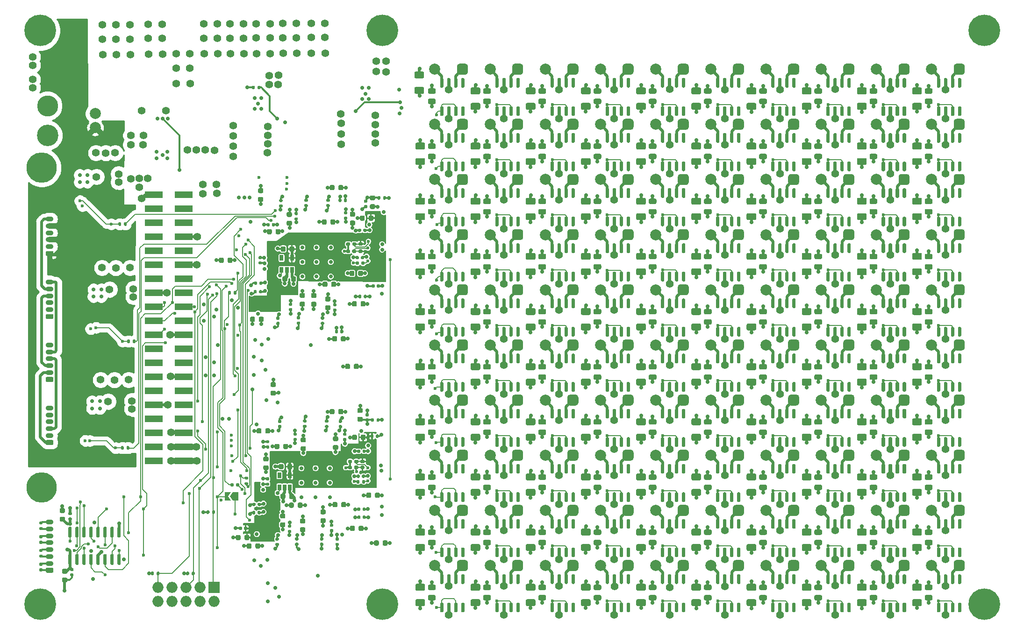
<source format=gbl>
G04 #@! TF.GenerationSoftware,KiCad,Pcbnew,(5.1.9)-1*
G04 #@! TF.CreationDate,2021-06-02T00:25:46+02:00*
G04 #@! TF.ProjectId,floater,666c6f61-7465-4722-9e6b-696361645f70,rev?*
G04 #@! TF.SameCoordinates,Original*
G04 #@! TF.FileFunction,Copper,L4,Bot*
G04 #@! TF.FilePolarity,Positive*
%FSLAX46Y46*%
G04 Gerber Fmt 4.6, Leading zero omitted, Abs format (unit mm)*
G04 Created by KiCad (PCBNEW (5.1.9)-1) date 2021-06-02 00:25:46*
%MOMM*%
%LPD*%
G01*
G04 APERTURE LIST*
G04 #@! TA.AperFunction,EtchedComponent*
%ADD10C,0.203200*%
G04 #@! TD*
G04 #@! TA.AperFunction,WasherPad*
%ADD11C,3.800000*%
G04 #@! TD*
G04 #@! TA.AperFunction,WasherPad*
%ADD12C,3.890000*%
G04 #@! TD*
G04 #@! TA.AperFunction,ComponentPad*
%ADD13C,2.000000*%
G04 #@! TD*
G04 #@! TA.AperFunction,ComponentPad*
%ADD14R,2.000000X2.000000*%
G04 #@! TD*
G04 #@! TA.AperFunction,ComponentPad*
%ADD15O,2.000000X2.000000*%
G04 #@! TD*
G04 #@! TA.AperFunction,ComponentPad*
%ADD16C,5.500000*%
G04 #@! TD*
G04 #@! TA.AperFunction,SMDPad,CuDef*
%ADD17R,3.180001X1.270000*%
G04 #@! TD*
G04 #@! TA.AperFunction,SMDPad,CuDef*
%ADD18R,3.180000X1.270000*%
G04 #@! TD*
G04 #@! TA.AperFunction,ComponentPad*
%ADD19O,1.400000X0.900000*%
G04 #@! TD*
G04 #@! TA.AperFunction,SMDPad,CuDef*
%ADD20R,0.650000X1.060000*%
G04 #@! TD*
G04 #@! TA.AperFunction,SMDPad,CuDef*
%ADD21C,0.100000*%
G04 #@! TD*
G04 #@! TA.AperFunction,ViaPad*
%ADD22C,5.715000*%
G04 #@! TD*
G04 #@! TA.AperFunction,ViaPad*
%ADD23C,1.400000*%
G04 #@! TD*
G04 #@! TA.AperFunction,ViaPad*
%ADD24C,0.600000*%
G04 #@! TD*
G04 #@! TA.AperFunction,ViaPad*
%ADD25C,0.700000*%
G04 #@! TD*
G04 #@! TA.AperFunction,Conductor*
%ADD26C,0.508000*%
G04 #@! TD*
G04 #@! TA.AperFunction,Conductor*
%ADD27C,0.304800*%
G04 #@! TD*
G04 #@! TA.AperFunction,Conductor*
%ADD28C,0.127000*%
G04 #@! TD*
G04 #@! TA.AperFunction,Conductor*
%ADD29C,1.000000*%
G04 #@! TD*
G04 #@! TA.AperFunction,Conductor*
%ADD30C,0.150000*%
G04 #@! TD*
G04 #@! TA.AperFunction,Conductor*
%ADD31C,0.100000*%
G04 #@! TD*
G04 #@! TA.AperFunction,Conductor*
%ADD32C,0.254000*%
G04 #@! TD*
G04 APERTURE END LIST*
D10*
X122764700Y-112840320D02*
X121934120Y-112840320D01*
X122410520Y-73401740D02*
X121579940Y-73401740D01*
X122386240Y-74720000D02*
X121555660Y-74720000D01*
X122744380Y-113914740D02*
X121913800Y-113914740D01*
D11*
X65824060Y-48354340D03*
D12*
X65824060Y-53694340D03*
D13*
X74464060Y-49754340D03*
X74464060Y-52294340D03*
X226000000Y-131700000D03*
G04 #@! TA.AperFunction,ComponentPad*
G36*
G01*
X230000000Y-132200000D02*
X230000000Y-131200000D01*
G75*
G02*
X230500000Y-130700000I500000J0D01*
G01*
X231500000Y-130700000D01*
G75*
G02*
X232000000Y-131200000I0J-500000D01*
G01*
X232000000Y-132200000D01*
G75*
G02*
X231500000Y-132700000I-500000J0D01*
G01*
X230500000Y-132700000D01*
G75*
G02*
X230000000Y-132200000I0J500000D01*
G01*
G37*
G04 #@! TD.AperFunction*
X216000000Y-131700000D03*
G04 #@! TA.AperFunction,ComponentPad*
G36*
G01*
X220000000Y-132200000D02*
X220000000Y-131200000D01*
G75*
G02*
X220500000Y-130700000I500000J0D01*
G01*
X221500000Y-130700000D01*
G75*
G02*
X222000000Y-131200000I0J-500000D01*
G01*
X222000000Y-132200000D01*
G75*
G02*
X221500000Y-132700000I-500000J0D01*
G01*
X220500000Y-132700000D01*
G75*
G02*
X220000000Y-132200000I0J500000D01*
G01*
G37*
G04 #@! TD.AperFunction*
X206000000Y-131700000D03*
G04 #@! TA.AperFunction,ComponentPad*
G36*
G01*
X210000000Y-132200000D02*
X210000000Y-131200000D01*
G75*
G02*
X210500000Y-130700000I500000J0D01*
G01*
X211500000Y-130700000D01*
G75*
G02*
X212000000Y-131200000I0J-500000D01*
G01*
X212000000Y-132200000D01*
G75*
G02*
X211500000Y-132700000I-500000J0D01*
G01*
X210500000Y-132700000D01*
G75*
G02*
X210000000Y-132200000I0J500000D01*
G01*
G37*
G04 #@! TD.AperFunction*
X196000000Y-131700000D03*
G04 #@! TA.AperFunction,ComponentPad*
G36*
G01*
X200000000Y-132200000D02*
X200000000Y-131200000D01*
G75*
G02*
X200500000Y-130700000I500000J0D01*
G01*
X201500000Y-130700000D01*
G75*
G02*
X202000000Y-131200000I0J-500000D01*
G01*
X202000000Y-132200000D01*
G75*
G02*
X201500000Y-132700000I-500000J0D01*
G01*
X200500000Y-132700000D01*
G75*
G02*
X200000000Y-132200000I0J500000D01*
G01*
G37*
G04 #@! TD.AperFunction*
X186000000Y-131700000D03*
G04 #@! TA.AperFunction,ComponentPad*
G36*
G01*
X190000000Y-132200000D02*
X190000000Y-131200000D01*
G75*
G02*
X190500000Y-130700000I500000J0D01*
G01*
X191500000Y-130700000D01*
G75*
G02*
X192000000Y-131200000I0J-500000D01*
G01*
X192000000Y-132200000D01*
G75*
G02*
X191500000Y-132700000I-500000J0D01*
G01*
X190500000Y-132700000D01*
G75*
G02*
X190000000Y-132200000I0J500000D01*
G01*
G37*
G04 #@! TD.AperFunction*
X176000000Y-131700000D03*
G04 #@! TA.AperFunction,ComponentPad*
G36*
G01*
X180000000Y-132200000D02*
X180000000Y-131200000D01*
G75*
G02*
X180500000Y-130700000I500000J0D01*
G01*
X181500000Y-130700000D01*
G75*
G02*
X182000000Y-131200000I0J-500000D01*
G01*
X182000000Y-132200000D01*
G75*
G02*
X181500000Y-132700000I-500000J0D01*
G01*
X180500000Y-132700000D01*
G75*
G02*
X180000000Y-132200000I0J500000D01*
G01*
G37*
G04 #@! TD.AperFunction*
X166000000Y-131700000D03*
G04 #@! TA.AperFunction,ComponentPad*
G36*
G01*
X170000000Y-132200000D02*
X170000000Y-131200000D01*
G75*
G02*
X170500000Y-130700000I500000J0D01*
G01*
X171500000Y-130700000D01*
G75*
G02*
X172000000Y-131200000I0J-500000D01*
G01*
X172000000Y-132200000D01*
G75*
G02*
X171500000Y-132700000I-500000J0D01*
G01*
X170500000Y-132700000D01*
G75*
G02*
X170000000Y-132200000I0J500000D01*
G01*
G37*
G04 #@! TD.AperFunction*
X156000000Y-131700000D03*
G04 #@! TA.AperFunction,ComponentPad*
G36*
G01*
X160000000Y-132200000D02*
X160000000Y-131200000D01*
G75*
G02*
X160500000Y-130700000I500000J0D01*
G01*
X161500000Y-130700000D01*
G75*
G02*
X162000000Y-131200000I0J-500000D01*
G01*
X162000000Y-132200000D01*
G75*
G02*
X161500000Y-132700000I-500000J0D01*
G01*
X160500000Y-132700000D01*
G75*
G02*
X160000000Y-132200000I0J500000D01*
G01*
G37*
G04 #@! TD.AperFunction*
X146000000Y-131700000D03*
G04 #@! TA.AperFunction,ComponentPad*
G36*
G01*
X150000000Y-132200000D02*
X150000000Y-131200000D01*
G75*
G02*
X150500000Y-130700000I500000J0D01*
G01*
X151500000Y-130700000D01*
G75*
G02*
X152000000Y-131200000I0J-500000D01*
G01*
X152000000Y-132200000D01*
G75*
G02*
X151500000Y-132700000I-500000J0D01*
G01*
X150500000Y-132700000D01*
G75*
G02*
X150000000Y-132200000I0J500000D01*
G01*
G37*
G04 #@! TD.AperFunction*
X136000000Y-131700000D03*
G04 #@! TA.AperFunction,ComponentPad*
G36*
G01*
X140000000Y-132200000D02*
X140000000Y-131200000D01*
G75*
G02*
X140500000Y-130700000I500000J0D01*
G01*
X141500000Y-130700000D01*
G75*
G02*
X142000000Y-131200000I0J-500000D01*
G01*
X142000000Y-132200000D01*
G75*
G02*
X141500000Y-132700000I-500000J0D01*
G01*
X140500000Y-132700000D01*
G75*
G02*
X140000000Y-132200000I0J500000D01*
G01*
G37*
G04 #@! TD.AperFunction*
X226000000Y-121700000D03*
G04 #@! TA.AperFunction,ComponentPad*
G36*
G01*
X230000000Y-122200000D02*
X230000000Y-121200000D01*
G75*
G02*
X230500000Y-120700000I500000J0D01*
G01*
X231500000Y-120700000D01*
G75*
G02*
X232000000Y-121200000I0J-500000D01*
G01*
X232000000Y-122200000D01*
G75*
G02*
X231500000Y-122700000I-500000J0D01*
G01*
X230500000Y-122700000D01*
G75*
G02*
X230000000Y-122200000I0J500000D01*
G01*
G37*
G04 #@! TD.AperFunction*
X216000000Y-121700000D03*
G04 #@! TA.AperFunction,ComponentPad*
G36*
G01*
X220000000Y-122200000D02*
X220000000Y-121200000D01*
G75*
G02*
X220500000Y-120700000I500000J0D01*
G01*
X221500000Y-120700000D01*
G75*
G02*
X222000000Y-121200000I0J-500000D01*
G01*
X222000000Y-122200000D01*
G75*
G02*
X221500000Y-122700000I-500000J0D01*
G01*
X220500000Y-122700000D01*
G75*
G02*
X220000000Y-122200000I0J500000D01*
G01*
G37*
G04 #@! TD.AperFunction*
X206000000Y-121700000D03*
G04 #@! TA.AperFunction,ComponentPad*
G36*
G01*
X210000000Y-122200000D02*
X210000000Y-121200000D01*
G75*
G02*
X210500000Y-120700000I500000J0D01*
G01*
X211500000Y-120700000D01*
G75*
G02*
X212000000Y-121200000I0J-500000D01*
G01*
X212000000Y-122200000D01*
G75*
G02*
X211500000Y-122700000I-500000J0D01*
G01*
X210500000Y-122700000D01*
G75*
G02*
X210000000Y-122200000I0J500000D01*
G01*
G37*
G04 #@! TD.AperFunction*
X196000000Y-121700000D03*
G04 #@! TA.AperFunction,ComponentPad*
G36*
G01*
X200000000Y-122200000D02*
X200000000Y-121200000D01*
G75*
G02*
X200500000Y-120700000I500000J0D01*
G01*
X201500000Y-120700000D01*
G75*
G02*
X202000000Y-121200000I0J-500000D01*
G01*
X202000000Y-122200000D01*
G75*
G02*
X201500000Y-122700000I-500000J0D01*
G01*
X200500000Y-122700000D01*
G75*
G02*
X200000000Y-122200000I0J500000D01*
G01*
G37*
G04 #@! TD.AperFunction*
X186000000Y-121700000D03*
G04 #@! TA.AperFunction,ComponentPad*
G36*
G01*
X190000000Y-122200000D02*
X190000000Y-121200000D01*
G75*
G02*
X190500000Y-120700000I500000J0D01*
G01*
X191500000Y-120700000D01*
G75*
G02*
X192000000Y-121200000I0J-500000D01*
G01*
X192000000Y-122200000D01*
G75*
G02*
X191500000Y-122700000I-500000J0D01*
G01*
X190500000Y-122700000D01*
G75*
G02*
X190000000Y-122200000I0J500000D01*
G01*
G37*
G04 #@! TD.AperFunction*
X176000000Y-121700000D03*
G04 #@! TA.AperFunction,ComponentPad*
G36*
G01*
X180000000Y-122200000D02*
X180000000Y-121200000D01*
G75*
G02*
X180500000Y-120700000I500000J0D01*
G01*
X181500000Y-120700000D01*
G75*
G02*
X182000000Y-121200000I0J-500000D01*
G01*
X182000000Y-122200000D01*
G75*
G02*
X181500000Y-122700000I-500000J0D01*
G01*
X180500000Y-122700000D01*
G75*
G02*
X180000000Y-122200000I0J500000D01*
G01*
G37*
G04 #@! TD.AperFunction*
X166000000Y-121700000D03*
G04 #@! TA.AperFunction,ComponentPad*
G36*
G01*
X170000000Y-122200000D02*
X170000000Y-121200000D01*
G75*
G02*
X170500000Y-120700000I500000J0D01*
G01*
X171500000Y-120700000D01*
G75*
G02*
X172000000Y-121200000I0J-500000D01*
G01*
X172000000Y-122200000D01*
G75*
G02*
X171500000Y-122700000I-500000J0D01*
G01*
X170500000Y-122700000D01*
G75*
G02*
X170000000Y-122200000I0J500000D01*
G01*
G37*
G04 #@! TD.AperFunction*
X156000000Y-121700000D03*
G04 #@! TA.AperFunction,ComponentPad*
G36*
G01*
X160000000Y-122200000D02*
X160000000Y-121200000D01*
G75*
G02*
X160500000Y-120700000I500000J0D01*
G01*
X161500000Y-120700000D01*
G75*
G02*
X162000000Y-121200000I0J-500000D01*
G01*
X162000000Y-122200000D01*
G75*
G02*
X161500000Y-122700000I-500000J0D01*
G01*
X160500000Y-122700000D01*
G75*
G02*
X160000000Y-122200000I0J500000D01*
G01*
G37*
G04 #@! TD.AperFunction*
X146000000Y-121700000D03*
G04 #@! TA.AperFunction,ComponentPad*
G36*
G01*
X150000000Y-122200000D02*
X150000000Y-121200000D01*
G75*
G02*
X150500000Y-120700000I500000J0D01*
G01*
X151500000Y-120700000D01*
G75*
G02*
X152000000Y-121200000I0J-500000D01*
G01*
X152000000Y-122200000D01*
G75*
G02*
X151500000Y-122700000I-500000J0D01*
G01*
X150500000Y-122700000D01*
G75*
G02*
X150000000Y-122200000I0J500000D01*
G01*
G37*
G04 #@! TD.AperFunction*
X136000000Y-121700000D03*
G04 #@! TA.AperFunction,ComponentPad*
G36*
G01*
X140000000Y-122200000D02*
X140000000Y-121200000D01*
G75*
G02*
X140500000Y-120700000I500000J0D01*
G01*
X141500000Y-120700000D01*
G75*
G02*
X142000000Y-121200000I0J-500000D01*
G01*
X142000000Y-122200000D01*
G75*
G02*
X141500000Y-122700000I-500000J0D01*
G01*
X140500000Y-122700000D01*
G75*
G02*
X140000000Y-122200000I0J500000D01*
G01*
G37*
G04 #@! TD.AperFunction*
X226000000Y-111700000D03*
G04 #@! TA.AperFunction,ComponentPad*
G36*
G01*
X230000000Y-112200000D02*
X230000000Y-111200000D01*
G75*
G02*
X230500000Y-110700000I500000J0D01*
G01*
X231500000Y-110700000D01*
G75*
G02*
X232000000Y-111200000I0J-500000D01*
G01*
X232000000Y-112200000D01*
G75*
G02*
X231500000Y-112700000I-500000J0D01*
G01*
X230500000Y-112700000D01*
G75*
G02*
X230000000Y-112200000I0J500000D01*
G01*
G37*
G04 #@! TD.AperFunction*
X216000000Y-111700000D03*
G04 #@! TA.AperFunction,ComponentPad*
G36*
G01*
X220000000Y-112200000D02*
X220000000Y-111200000D01*
G75*
G02*
X220500000Y-110700000I500000J0D01*
G01*
X221500000Y-110700000D01*
G75*
G02*
X222000000Y-111200000I0J-500000D01*
G01*
X222000000Y-112200000D01*
G75*
G02*
X221500000Y-112700000I-500000J0D01*
G01*
X220500000Y-112700000D01*
G75*
G02*
X220000000Y-112200000I0J500000D01*
G01*
G37*
G04 #@! TD.AperFunction*
X206000000Y-111700000D03*
G04 #@! TA.AperFunction,ComponentPad*
G36*
G01*
X210000000Y-112200000D02*
X210000000Y-111200000D01*
G75*
G02*
X210500000Y-110700000I500000J0D01*
G01*
X211500000Y-110700000D01*
G75*
G02*
X212000000Y-111200000I0J-500000D01*
G01*
X212000000Y-112200000D01*
G75*
G02*
X211500000Y-112700000I-500000J0D01*
G01*
X210500000Y-112700000D01*
G75*
G02*
X210000000Y-112200000I0J500000D01*
G01*
G37*
G04 #@! TD.AperFunction*
X196000000Y-111700000D03*
G04 #@! TA.AperFunction,ComponentPad*
G36*
G01*
X200000000Y-112200000D02*
X200000000Y-111200000D01*
G75*
G02*
X200500000Y-110700000I500000J0D01*
G01*
X201500000Y-110700000D01*
G75*
G02*
X202000000Y-111200000I0J-500000D01*
G01*
X202000000Y-112200000D01*
G75*
G02*
X201500000Y-112700000I-500000J0D01*
G01*
X200500000Y-112700000D01*
G75*
G02*
X200000000Y-112200000I0J500000D01*
G01*
G37*
G04 #@! TD.AperFunction*
X186000000Y-111700000D03*
G04 #@! TA.AperFunction,ComponentPad*
G36*
G01*
X190000000Y-112200000D02*
X190000000Y-111200000D01*
G75*
G02*
X190500000Y-110700000I500000J0D01*
G01*
X191500000Y-110700000D01*
G75*
G02*
X192000000Y-111200000I0J-500000D01*
G01*
X192000000Y-112200000D01*
G75*
G02*
X191500000Y-112700000I-500000J0D01*
G01*
X190500000Y-112700000D01*
G75*
G02*
X190000000Y-112200000I0J500000D01*
G01*
G37*
G04 #@! TD.AperFunction*
X176000000Y-111700000D03*
G04 #@! TA.AperFunction,ComponentPad*
G36*
G01*
X180000000Y-112200000D02*
X180000000Y-111200000D01*
G75*
G02*
X180500000Y-110700000I500000J0D01*
G01*
X181500000Y-110700000D01*
G75*
G02*
X182000000Y-111200000I0J-500000D01*
G01*
X182000000Y-112200000D01*
G75*
G02*
X181500000Y-112700000I-500000J0D01*
G01*
X180500000Y-112700000D01*
G75*
G02*
X180000000Y-112200000I0J500000D01*
G01*
G37*
G04 #@! TD.AperFunction*
X166000000Y-111700000D03*
G04 #@! TA.AperFunction,ComponentPad*
G36*
G01*
X170000000Y-112200000D02*
X170000000Y-111200000D01*
G75*
G02*
X170500000Y-110700000I500000J0D01*
G01*
X171500000Y-110700000D01*
G75*
G02*
X172000000Y-111200000I0J-500000D01*
G01*
X172000000Y-112200000D01*
G75*
G02*
X171500000Y-112700000I-500000J0D01*
G01*
X170500000Y-112700000D01*
G75*
G02*
X170000000Y-112200000I0J500000D01*
G01*
G37*
G04 #@! TD.AperFunction*
X156000000Y-111700000D03*
G04 #@! TA.AperFunction,ComponentPad*
G36*
G01*
X160000000Y-112200000D02*
X160000000Y-111200000D01*
G75*
G02*
X160500000Y-110700000I500000J0D01*
G01*
X161500000Y-110700000D01*
G75*
G02*
X162000000Y-111200000I0J-500000D01*
G01*
X162000000Y-112200000D01*
G75*
G02*
X161500000Y-112700000I-500000J0D01*
G01*
X160500000Y-112700000D01*
G75*
G02*
X160000000Y-112200000I0J500000D01*
G01*
G37*
G04 #@! TD.AperFunction*
X146000000Y-111700000D03*
G04 #@! TA.AperFunction,ComponentPad*
G36*
G01*
X150000000Y-112200000D02*
X150000000Y-111200000D01*
G75*
G02*
X150500000Y-110700000I500000J0D01*
G01*
X151500000Y-110700000D01*
G75*
G02*
X152000000Y-111200000I0J-500000D01*
G01*
X152000000Y-112200000D01*
G75*
G02*
X151500000Y-112700000I-500000J0D01*
G01*
X150500000Y-112700000D01*
G75*
G02*
X150000000Y-112200000I0J500000D01*
G01*
G37*
G04 #@! TD.AperFunction*
X136000000Y-111700000D03*
G04 #@! TA.AperFunction,ComponentPad*
G36*
G01*
X140000000Y-112200000D02*
X140000000Y-111200000D01*
G75*
G02*
X140500000Y-110700000I500000J0D01*
G01*
X141500000Y-110700000D01*
G75*
G02*
X142000000Y-111200000I0J-500000D01*
G01*
X142000000Y-112200000D01*
G75*
G02*
X141500000Y-112700000I-500000J0D01*
G01*
X140500000Y-112700000D01*
G75*
G02*
X140000000Y-112200000I0J500000D01*
G01*
G37*
G04 #@! TD.AperFunction*
X226000000Y-101700000D03*
G04 #@! TA.AperFunction,ComponentPad*
G36*
G01*
X230000000Y-102200000D02*
X230000000Y-101200000D01*
G75*
G02*
X230500000Y-100700000I500000J0D01*
G01*
X231500000Y-100700000D01*
G75*
G02*
X232000000Y-101200000I0J-500000D01*
G01*
X232000000Y-102200000D01*
G75*
G02*
X231500000Y-102700000I-500000J0D01*
G01*
X230500000Y-102700000D01*
G75*
G02*
X230000000Y-102200000I0J500000D01*
G01*
G37*
G04 #@! TD.AperFunction*
X216000000Y-101700000D03*
G04 #@! TA.AperFunction,ComponentPad*
G36*
G01*
X220000000Y-102200000D02*
X220000000Y-101200000D01*
G75*
G02*
X220500000Y-100700000I500000J0D01*
G01*
X221500000Y-100700000D01*
G75*
G02*
X222000000Y-101200000I0J-500000D01*
G01*
X222000000Y-102200000D01*
G75*
G02*
X221500000Y-102700000I-500000J0D01*
G01*
X220500000Y-102700000D01*
G75*
G02*
X220000000Y-102200000I0J500000D01*
G01*
G37*
G04 #@! TD.AperFunction*
X206000000Y-101700000D03*
G04 #@! TA.AperFunction,ComponentPad*
G36*
G01*
X210000000Y-102200000D02*
X210000000Y-101200000D01*
G75*
G02*
X210500000Y-100700000I500000J0D01*
G01*
X211500000Y-100700000D01*
G75*
G02*
X212000000Y-101200000I0J-500000D01*
G01*
X212000000Y-102200000D01*
G75*
G02*
X211500000Y-102700000I-500000J0D01*
G01*
X210500000Y-102700000D01*
G75*
G02*
X210000000Y-102200000I0J500000D01*
G01*
G37*
G04 #@! TD.AperFunction*
X196000000Y-101700000D03*
G04 #@! TA.AperFunction,ComponentPad*
G36*
G01*
X200000000Y-102200000D02*
X200000000Y-101200000D01*
G75*
G02*
X200500000Y-100700000I500000J0D01*
G01*
X201500000Y-100700000D01*
G75*
G02*
X202000000Y-101200000I0J-500000D01*
G01*
X202000000Y-102200000D01*
G75*
G02*
X201500000Y-102700000I-500000J0D01*
G01*
X200500000Y-102700000D01*
G75*
G02*
X200000000Y-102200000I0J500000D01*
G01*
G37*
G04 #@! TD.AperFunction*
X186000000Y-101700000D03*
G04 #@! TA.AperFunction,ComponentPad*
G36*
G01*
X190000000Y-102200000D02*
X190000000Y-101200000D01*
G75*
G02*
X190500000Y-100700000I500000J0D01*
G01*
X191500000Y-100700000D01*
G75*
G02*
X192000000Y-101200000I0J-500000D01*
G01*
X192000000Y-102200000D01*
G75*
G02*
X191500000Y-102700000I-500000J0D01*
G01*
X190500000Y-102700000D01*
G75*
G02*
X190000000Y-102200000I0J500000D01*
G01*
G37*
G04 #@! TD.AperFunction*
X176000000Y-101700000D03*
G04 #@! TA.AperFunction,ComponentPad*
G36*
G01*
X180000000Y-102200000D02*
X180000000Y-101200000D01*
G75*
G02*
X180500000Y-100700000I500000J0D01*
G01*
X181500000Y-100700000D01*
G75*
G02*
X182000000Y-101200000I0J-500000D01*
G01*
X182000000Y-102200000D01*
G75*
G02*
X181500000Y-102700000I-500000J0D01*
G01*
X180500000Y-102700000D01*
G75*
G02*
X180000000Y-102200000I0J500000D01*
G01*
G37*
G04 #@! TD.AperFunction*
X166000000Y-101700000D03*
G04 #@! TA.AperFunction,ComponentPad*
G36*
G01*
X170000000Y-102200000D02*
X170000000Y-101200000D01*
G75*
G02*
X170500000Y-100700000I500000J0D01*
G01*
X171500000Y-100700000D01*
G75*
G02*
X172000000Y-101200000I0J-500000D01*
G01*
X172000000Y-102200000D01*
G75*
G02*
X171500000Y-102700000I-500000J0D01*
G01*
X170500000Y-102700000D01*
G75*
G02*
X170000000Y-102200000I0J500000D01*
G01*
G37*
G04 #@! TD.AperFunction*
X156000000Y-101700000D03*
G04 #@! TA.AperFunction,ComponentPad*
G36*
G01*
X160000000Y-102200000D02*
X160000000Y-101200000D01*
G75*
G02*
X160500000Y-100700000I500000J0D01*
G01*
X161500000Y-100700000D01*
G75*
G02*
X162000000Y-101200000I0J-500000D01*
G01*
X162000000Y-102200000D01*
G75*
G02*
X161500000Y-102700000I-500000J0D01*
G01*
X160500000Y-102700000D01*
G75*
G02*
X160000000Y-102200000I0J500000D01*
G01*
G37*
G04 #@! TD.AperFunction*
X146000000Y-101700000D03*
G04 #@! TA.AperFunction,ComponentPad*
G36*
G01*
X150000000Y-102200000D02*
X150000000Y-101200000D01*
G75*
G02*
X150500000Y-100700000I500000J0D01*
G01*
X151500000Y-100700000D01*
G75*
G02*
X152000000Y-101200000I0J-500000D01*
G01*
X152000000Y-102200000D01*
G75*
G02*
X151500000Y-102700000I-500000J0D01*
G01*
X150500000Y-102700000D01*
G75*
G02*
X150000000Y-102200000I0J500000D01*
G01*
G37*
G04 #@! TD.AperFunction*
X136000000Y-101700000D03*
G04 #@! TA.AperFunction,ComponentPad*
G36*
G01*
X140000000Y-102200000D02*
X140000000Y-101200000D01*
G75*
G02*
X140500000Y-100700000I500000J0D01*
G01*
X141500000Y-100700000D01*
G75*
G02*
X142000000Y-101200000I0J-500000D01*
G01*
X142000000Y-102200000D01*
G75*
G02*
X141500000Y-102700000I-500000J0D01*
G01*
X140500000Y-102700000D01*
G75*
G02*
X140000000Y-102200000I0J500000D01*
G01*
G37*
G04 #@! TD.AperFunction*
X226000000Y-91700000D03*
G04 #@! TA.AperFunction,ComponentPad*
G36*
G01*
X230000000Y-92200000D02*
X230000000Y-91200000D01*
G75*
G02*
X230500000Y-90700000I500000J0D01*
G01*
X231500000Y-90700000D01*
G75*
G02*
X232000000Y-91200000I0J-500000D01*
G01*
X232000000Y-92200000D01*
G75*
G02*
X231500000Y-92700000I-500000J0D01*
G01*
X230500000Y-92700000D01*
G75*
G02*
X230000000Y-92200000I0J500000D01*
G01*
G37*
G04 #@! TD.AperFunction*
X216000000Y-91700000D03*
G04 #@! TA.AperFunction,ComponentPad*
G36*
G01*
X220000000Y-92200000D02*
X220000000Y-91200000D01*
G75*
G02*
X220500000Y-90700000I500000J0D01*
G01*
X221500000Y-90700000D01*
G75*
G02*
X222000000Y-91200000I0J-500000D01*
G01*
X222000000Y-92200000D01*
G75*
G02*
X221500000Y-92700000I-500000J0D01*
G01*
X220500000Y-92700000D01*
G75*
G02*
X220000000Y-92200000I0J500000D01*
G01*
G37*
G04 #@! TD.AperFunction*
X206000000Y-91700000D03*
G04 #@! TA.AperFunction,ComponentPad*
G36*
G01*
X210000000Y-92200000D02*
X210000000Y-91200000D01*
G75*
G02*
X210500000Y-90700000I500000J0D01*
G01*
X211500000Y-90700000D01*
G75*
G02*
X212000000Y-91200000I0J-500000D01*
G01*
X212000000Y-92200000D01*
G75*
G02*
X211500000Y-92700000I-500000J0D01*
G01*
X210500000Y-92700000D01*
G75*
G02*
X210000000Y-92200000I0J500000D01*
G01*
G37*
G04 #@! TD.AperFunction*
X196000000Y-91700000D03*
G04 #@! TA.AperFunction,ComponentPad*
G36*
G01*
X200000000Y-92200000D02*
X200000000Y-91200000D01*
G75*
G02*
X200500000Y-90700000I500000J0D01*
G01*
X201500000Y-90700000D01*
G75*
G02*
X202000000Y-91200000I0J-500000D01*
G01*
X202000000Y-92200000D01*
G75*
G02*
X201500000Y-92700000I-500000J0D01*
G01*
X200500000Y-92700000D01*
G75*
G02*
X200000000Y-92200000I0J500000D01*
G01*
G37*
G04 #@! TD.AperFunction*
X186000000Y-91700000D03*
G04 #@! TA.AperFunction,ComponentPad*
G36*
G01*
X190000000Y-92200000D02*
X190000000Y-91200000D01*
G75*
G02*
X190500000Y-90700000I500000J0D01*
G01*
X191500000Y-90700000D01*
G75*
G02*
X192000000Y-91200000I0J-500000D01*
G01*
X192000000Y-92200000D01*
G75*
G02*
X191500000Y-92700000I-500000J0D01*
G01*
X190500000Y-92700000D01*
G75*
G02*
X190000000Y-92200000I0J500000D01*
G01*
G37*
G04 #@! TD.AperFunction*
X176000000Y-91700000D03*
G04 #@! TA.AperFunction,ComponentPad*
G36*
G01*
X180000000Y-92200000D02*
X180000000Y-91200000D01*
G75*
G02*
X180500000Y-90700000I500000J0D01*
G01*
X181500000Y-90700000D01*
G75*
G02*
X182000000Y-91200000I0J-500000D01*
G01*
X182000000Y-92200000D01*
G75*
G02*
X181500000Y-92700000I-500000J0D01*
G01*
X180500000Y-92700000D01*
G75*
G02*
X180000000Y-92200000I0J500000D01*
G01*
G37*
G04 #@! TD.AperFunction*
X166000000Y-91700000D03*
G04 #@! TA.AperFunction,ComponentPad*
G36*
G01*
X170000000Y-92200000D02*
X170000000Y-91200000D01*
G75*
G02*
X170500000Y-90700000I500000J0D01*
G01*
X171500000Y-90700000D01*
G75*
G02*
X172000000Y-91200000I0J-500000D01*
G01*
X172000000Y-92200000D01*
G75*
G02*
X171500000Y-92700000I-500000J0D01*
G01*
X170500000Y-92700000D01*
G75*
G02*
X170000000Y-92200000I0J500000D01*
G01*
G37*
G04 #@! TD.AperFunction*
X156000000Y-91700000D03*
G04 #@! TA.AperFunction,ComponentPad*
G36*
G01*
X160000000Y-92200000D02*
X160000000Y-91200000D01*
G75*
G02*
X160500000Y-90700000I500000J0D01*
G01*
X161500000Y-90700000D01*
G75*
G02*
X162000000Y-91200000I0J-500000D01*
G01*
X162000000Y-92200000D01*
G75*
G02*
X161500000Y-92700000I-500000J0D01*
G01*
X160500000Y-92700000D01*
G75*
G02*
X160000000Y-92200000I0J500000D01*
G01*
G37*
G04 #@! TD.AperFunction*
X146000000Y-91700000D03*
G04 #@! TA.AperFunction,ComponentPad*
G36*
G01*
X150000000Y-92200000D02*
X150000000Y-91200000D01*
G75*
G02*
X150500000Y-90700000I500000J0D01*
G01*
X151500000Y-90700000D01*
G75*
G02*
X152000000Y-91200000I0J-500000D01*
G01*
X152000000Y-92200000D01*
G75*
G02*
X151500000Y-92700000I-500000J0D01*
G01*
X150500000Y-92700000D01*
G75*
G02*
X150000000Y-92200000I0J500000D01*
G01*
G37*
G04 #@! TD.AperFunction*
X136000000Y-91700000D03*
G04 #@! TA.AperFunction,ComponentPad*
G36*
G01*
X140000000Y-92200000D02*
X140000000Y-91200000D01*
G75*
G02*
X140500000Y-90700000I500000J0D01*
G01*
X141500000Y-90700000D01*
G75*
G02*
X142000000Y-91200000I0J-500000D01*
G01*
X142000000Y-92200000D01*
G75*
G02*
X141500000Y-92700000I-500000J0D01*
G01*
X140500000Y-92700000D01*
G75*
G02*
X140000000Y-92200000I0J500000D01*
G01*
G37*
G04 #@! TD.AperFunction*
X226000000Y-81700000D03*
G04 #@! TA.AperFunction,ComponentPad*
G36*
G01*
X230000000Y-82200000D02*
X230000000Y-81200000D01*
G75*
G02*
X230500000Y-80700000I500000J0D01*
G01*
X231500000Y-80700000D01*
G75*
G02*
X232000000Y-81200000I0J-500000D01*
G01*
X232000000Y-82200000D01*
G75*
G02*
X231500000Y-82700000I-500000J0D01*
G01*
X230500000Y-82700000D01*
G75*
G02*
X230000000Y-82200000I0J500000D01*
G01*
G37*
G04 #@! TD.AperFunction*
X216000000Y-81700000D03*
G04 #@! TA.AperFunction,ComponentPad*
G36*
G01*
X220000000Y-82200000D02*
X220000000Y-81200000D01*
G75*
G02*
X220500000Y-80700000I500000J0D01*
G01*
X221500000Y-80700000D01*
G75*
G02*
X222000000Y-81200000I0J-500000D01*
G01*
X222000000Y-82200000D01*
G75*
G02*
X221500000Y-82700000I-500000J0D01*
G01*
X220500000Y-82700000D01*
G75*
G02*
X220000000Y-82200000I0J500000D01*
G01*
G37*
G04 #@! TD.AperFunction*
X206000000Y-81700000D03*
G04 #@! TA.AperFunction,ComponentPad*
G36*
G01*
X210000000Y-82200000D02*
X210000000Y-81200000D01*
G75*
G02*
X210500000Y-80700000I500000J0D01*
G01*
X211500000Y-80700000D01*
G75*
G02*
X212000000Y-81200000I0J-500000D01*
G01*
X212000000Y-82200000D01*
G75*
G02*
X211500000Y-82700000I-500000J0D01*
G01*
X210500000Y-82700000D01*
G75*
G02*
X210000000Y-82200000I0J500000D01*
G01*
G37*
G04 #@! TD.AperFunction*
X196000000Y-81700000D03*
G04 #@! TA.AperFunction,ComponentPad*
G36*
G01*
X200000000Y-82200000D02*
X200000000Y-81200000D01*
G75*
G02*
X200500000Y-80700000I500000J0D01*
G01*
X201500000Y-80700000D01*
G75*
G02*
X202000000Y-81200000I0J-500000D01*
G01*
X202000000Y-82200000D01*
G75*
G02*
X201500000Y-82700000I-500000J0D01*
G01*
X200500000Y-82700000D01*
G75*
G02*
X200000000Y-82200000I0J500000D01*
G01*
G37*
G04 #@! TD.AperFunction*
X186000000Y-81700000D03*
G04 #@! TA.AperFunction,ComponentPad*
G36*
G01*
X190000000Y-82200000D02*
X190000000Y-81200000D01*
G75*
G02*
X190500000Y-80700000I500000J0D01*
G01*
X191500000Y-80700000D01*
G75*
G02*
X192000000Y-81200000I0J-500000D01*
G01*
X192000000Y-82200000D01*
G75*
G02*
X191500000Y-82700000I-500000J0D01*
G01*
X190500000Y-82700000D01*
G75*
G02*
X190000000Y-82200000I0J500000D01*
G01*
G37*
G04 #@! TD.AperFunction*
X176000000Y-81700000D03*
G04 #@! TA.AperFunction,ComponentPad*
G36*
G01*
X180000000Y-82200000D02*
X180000000Y-81200000D01*
G75*
G02*
X180500000Y-80700000I500000J0D01*
G01*
X181500000Y-80700000D01*
G75*
G02*
X182000000Y-81200000I0J-500000D01*
G01*
X182000000Y-82200000D01*
G75*
G02*
X181500000Y-82700000I-500000J0D01*
G01*
X180500000Y-82700000D01*
G75*
G02*
X180000000Y-82200000I0J500000D01*
G01*
G37*
G04 #@! TD.AperFunction*
X166000000Y-81700000D03*
G04 #@! TA.AperFunction,ComponentPad*
G36*
G01*
X170000000Y-82200000D02*
X170000000Y-81200000D01*
G75*
G02*
X170500000Y-80700000I500000J0D01*
G01*
X171500000Y-80700000D01*
G75*
G02*
X172000000Y-81200000I0J-500000D01*
G01*
X172000000Y-82200000D01*
G75*
G02*
X171500000Y-82700000I-500000J0D01*
G01*
X170500000Y-82700000D01*
G75*
G02*
X170000000Y-82200000I0J500000D01*
G01*
G37*
G04 #@! TD.AperFunction*
X156000000Y-81700000D03*
G04 #@! TA.AperFunction,ComponentPad*
G36*
G01*
X160000000Y-82200000D02*
X160000000Y-81200000D01*
G75*
G02*
X160500000Y-80700000I500000J0D01*
G01*
X161500000Y-80700000D01*
G75*
G02*
X162000000Y-81200000I0J-500000D01*
G01*
X162000000Y-82200000D01*
G75*
G02*
X161500000Y-82700000I-500000J0D01*
G01*
X160500000Y-82700000D01*
G75*
G02*
X160000000Y-82200000I0J500000D01*
G01*
G37*
G04 #@! TD.AperFunction*
X146000000Y-81700000D03*
G04 #@! TA.AperFunction,ComponentPad*
G36*
G01*
X150000000Y-82200000D02*
X150000000Y-81200000D01*
G75*
G02*
X150500000Y-80700000I500000J0D01*
G01*
X151500000Y-80700000D01*
G75*
G02*
X152000000Y-81200000I0J-500000D01*
G01*
X152000000Y-82200000D01*
G75*
G02*
X151500000Y-82700000I-500000J0D01*
G01*
X150500000Y-82700000D01*
G75*
G02*
X150000000Y-82200000I0J500000D01*
G01*
G37*
G04 #@! TD.AperFunction*
X136000000Y-81700000D03*
G04 #@! TA.AperFunction,ComponentPad*
G36*
G01*
X140000000Y-82200000D02*
X140000000Y-81200000D01*
G75*
G02*
X140500000Y-80700000I500000J0D01*
G01*
X141500000Y-80700000D01*
G75*
G02*
X142000000Y-81200000I0J-500000D01*
G01*
X142000000Y-82200000D01*
G75*
G02*
X141500000Y-82700000I-500000J0D01*
G01*
X140500000Y-82700000D01*
G75*
G02*
X140000000Y-82200000I0J500000D01*
G01*
G37*
G04 #@! TD.AperFunction*
X226000000Y-71700000D03*
G04 #@! TA.AperFunction,ComponentPad*
G36*
G01*
X230000000Y-72200000D02*
X230000000Y-71200000D01*
G75*
G02*
X230500000Y-70700000I500000J0D01*
G01*
X231500000Y-70700000D01*
G75*
G02*
X232000000Y-71200000I0J-500000D01*
G01*
X232000000Y-72200000D01*
G75*
G02*
X231500000Y-72700000I-500000J0D01*
G01*
X230500000Y-72700000D01*
G75*
G02*
X230000000Y-72200000I0J500000D01*
G01*
G37*
G04 #@! TD.AperFunction*
X216000000Y-71700000D03*
G04 #@! TA.AperFunction,ComponentPad*
G36*
G01*
X220000000Y-72200000D02*
X220000000Y-71200000D01*
G75*
G02*
X220500000Y-70700000I500000J0D01*
G01*
X221500000Y-70700000D01*
G75*
G02*
X222000000Y-71200000I0J-500000D01*
G01*
X222000000Y-72200000D01*
G75*
G02*
X221500000Y-72700000I-500000J0D01*
G01*
X220500000Y-72700000D01*
G75*
G02*
X220000000Y-72200000I0J500000D01*
G01*
G37*
G04 #@! TD.AperFunction*
X206000000Y-71700000D03*
G04 #@! TA.AperFunction,ComponentPad*
G36*
G01*
X210000000Y-72200000D02*
X210000000Y-71200000D01*
G75*
G02*
X210500000Y-70700000I500000J0D01*
G01*
X211500000Y-70700000D01*
G75*
G02*
X212000000Y-71200000I0J-500000D01*
G01*
X212000000Y-72200000D01*
G75*
G02*
X211500000Y-72700000I-500000J0D01*
G01*
X210500000Y-72700000D01*
G75*
G02*
X210000000Y-72200000I0J500000D01*
G01*
G37*
G04 #@! TD.AperFunction*
X196000000Y-71700000D03*
G04 #@! TA.AperFunction,ComponentPad*
G36*
G01*
X200000000Y-72200000D02*
X200000000Y-71200000D01*
G75*
G02*
X200500000Y-70700000I500000J0D01*
G01*
X201500000Y-70700000D01*
G75*
G02*
X202000000Y-71200000I0J-500000D01*
G01*
X202000000Y-72200000D01*
G75*
G02*
X201500000Y-72700000I-500000J0D01*
G01*
X200500000Y-72700000D01*
G75*
G02*
X200000000Y-72200000I0J500000D01*
G01*
G37*
G04 #@! TD.AperFunction*
X186000000Y-71700000D03*
G04 #@! TA.AperFunction,ComponentPad*
G36*
G01*
X190000000Y-72200000D02*
X190000000Y-71200000D01*
G75*
G02*
X190500000Y-70700000I500000J0D01*
G01*
X191500000Y-70700000D01*
G75*
G02*
X192000000Y-71200000I0J-500000D01*
G01*
X192000000Y-72200000D01*
G75*
G02*
X191500000Y-72700000I-500000J0D01*
G01*
X190500000Y-72700000D01*
G75*
G02*
X190000000Y-72200000I0J500000D01*
G01*
G37*
G04 #@! TD.AperFunction*
X176000000Y-71700000D03*
G04 #@! TA.AperFunction,ComponentPad*
G36*
G01*
X180000000Y-72200000D02*
X180000000Y-71200000D01*
G75*
G02*
X180500000Y-70700000I500000J0D01*
G01*
X181500000Y-70700000D01*
G75*
G02*
X182000000Y-71200000I0J-500000D01*
G01*
X182000000Y-72200000D01*
G75*
G02*
X181500000Y-72700000I-500000J0D01*
G01*
X180500000Y-72700000D01*
G75*
G02*
X180000000Y-72200000I0J500000D01*
G01*
G37*
G04 #@! TD.AperFunction*
X166000000Y-71700000D03*
G04 #@! TA.AperFunction,ComponentPad*
G36*
G01*
X170000000Y-72200000D02*
X170000000Y-71200000D01*
G75*
G02*
X170500000Y-70700000I500000J0D01*
G01*
X171500000Y-70700000D01*
G75*
G02*
X172000000Y-71200000I0J-500000D01*
G01*
X172000000Y-72200000D01*
G75*
G02*
X171500000Y-72700000I-500000J0D01*
G01*
X170500000Y-72700000D01*
G75*
G02*
X170000000Y-72200000I0J500000D01*
G01*
G37*
G04 #@! TD.AperFunction*
X156000000Y-71700000D03*
G04 #@! TA.AperFunction,ComponentPad*
G36*
G01*
X160000000Y-72200000D02*
X160000000Y-71200000D01*
G75*
G02*
X160500000Y-70700000I500000J0D01*
G01*
X161500000Y-70700000D01*
G75*
G02*
X162000000Y-71200000I0J-500000D01*
G01*
X162000000Y-72200000D01*
G75*
G02*
X161500000Y-72700000I-500000J0D01*
G01*
X160500000Y-72700000D01*
G75*
G02*
X160000000Y-72200000I0J500000D01*
G01*
G37*
G04 #@! TD.AperFunction*
X146000000Y-71700000D03*
G04 #@! TA.AperFunction,ComponentPad*
G36*
G01*
X150000000Y-72200000D02*
X150000000Y-71200000D01*
G75*
G02*
X150500000Y-70700000I500000J0D01*
G01*
X151500000Y-70700000D01*
G75*
G02*
X152000000Y-71200000I0J-500000D01*
G01*
X152000000Y-72200000D01*
G75*
G02*
X151500000Y-72700000I-500000J0D01*
G01*
X150500000Y-72700000D01*
G75*
G02*
X150000000Y-72200000I0J500000D01*
G01*
G37*
G04 #@! TD.AperFunction*
X136000000Y-71700000D03*
G04 #@! TA.AperFunction,ComponentPad*
G36*
G01*
X140000000Y-72200000D02*
X140000000Y-71200000D01*
G75*
G02*
X140500000Y-70700000I500000J0D01*
G01*
X141500000Y-70700000D01*
G75*
G02*
X142000000Y-71200000I0J-500000D01*
G01*
X142000000Y-72200000D01*
G75*
G02*
X141500000Y-72700000I-500000J0D01*
G01*
X140500000Y-72700000D01*
G75*
G02*
X140000000Y-72200000I0J500000D01*
G01*
G37*
G04 #@! TD.AperFunction*
X226000000Y-61700000D03*
G04 #@! TA.AperFunction,ComponentPad*
G36*
G01*
X230000000Y-62200000D02*
X230000000Y-61200000D01*
G75*
G02*
X230500000Y-60700000I500000J0D01*
G01*
X231500000Y-60700000D01*
G75*
G02*
X232000000Y-61200000I0J-500000D01*
G01*
X232000000Y-62200000D01*
G75*
G02*
X231500000Y-62700000I-500000J0D01*
G01*
X230500000Y-62700000D01*
G75*
G02*
X230000000Y-62200000I0J500000D01*
G01*
G37*
G04 #@! TD.AperFunction*
X216000000Y-61700000D03*
G04 #@! TA.AperFunction,ComponentPad*
G36*
G01*
X220000000Y-62200000D02*
X220000000Y-61200000D01*
G75*
G02*
X220500000Y-60700000I500000J0D01*
G01*
X221500000Y-60700000D01*
G75*
G02*
X222000000Y-61200000I0J-500000D01*
G01*
X222000000Y-62200000D01*
G75*
G02*
X221500000Y-62700000I-500000J0D01*
G01*
X220500000Y-62700000D01*
G75*
G02*
X220000000Y-62200000I0J500000D01*
G01*
G37*
G04 #@! TD.AperFunction*
X206000000Y-61700000D03*
G04 #@! TA.AperFunction,ComponentPad*
G36*
G01*
X210000000Y-62200000D02*
X210000000Y-61200000D01*
G75*
G02*
X210500000Y-60700000I500000J0D01*
G01*
X211500000Y-60700000D01*
G75*
G02*
X212000000Y-61200000I0J-500000D01*
G01*
X212000000Y-62200000D01*
G75*
G02*
X211500000Y-62700000I-500000J0D01*
G01*
X210500000Y-62700000D01*
G75*
G02*
X210000000Y-62200000I0J500000D01*
G01*
G37*
G04 #@! TD.AperFunction*
X196000000Y-61700000D03*
G04 #@! TA.AperFunction,ComponentPad*
G36*
G01*
X200000000Y-62200000D02*
X200000000Y-61200000D01*
G75*
G02*
X200500000Y-60700000I500000J0D01*
G01*
X201500000Y-60700000D01*
G75*
G02*
X202000000Y-61200000I0J-500000D01*
G01*
X202000000Y-62200000D01*
G75*
G02*
X201500000Y-62700000I-500000J0D01*
G01*
X200500000Y-62700000D01*
G75*
G02*
X200000000Y-62200000I0J500000D01*
G01*
G37*
G04 #@! TD.AperFunction*
X186000000Y-61700000D03*
G04 #@! TA.AperFunction,ComponentPad*
G36*
G01*
X190000000Y-62200000D02*
X190000000Y-61200000D01*
G75*
G02*
X190500000Y-60700000I500000J0D01*
G01*
X191500000Y-60700000D01*
G75*
G02*
X192000000Y-61200000I0J-500000D01*
G01*
X192000000Y-62200000D01*
G75*
G02*
X191500000Y-62700000I-500000J0D01*
G01*
X190500000Y-62700000D01*
G75*
G02*
X190000000Y-62200000I0J500000D01*
G01*
G37*
G04 #@! TD.AperFunction*
X176000000Y-61700000D03*
G04 #@! TA.AperFunction,ComponentPad*
G36*
G01*
X180000000Y-62200000D02*
X180000000Y-61200000D01*
G75*
G02*
X180500000Y-60700000I500000J0D01*
G01*
X181500000Y-60700000D01*
G75*
G02*
X182000000Y-61200000I0J-500000D01*
G01*
X182000000Y-62200000D01*
G75*
G02*
X181500000Y-62700000I-500000J0D01*
G01*
X180500000Y-62700000D01*
G75*
G02*
X180000000Y-62200000I0J500000D01*
G01*
G37*
G04 #@! TD.AperFunction*
X166000000Y-61700000D03*
G04 #@! TA.AperFunction,ComponentPad*
G36*
G01*
X170000000Y-62200000D02*
X170000000Y-61200000D01*
G75*
G02*
X170500000Y-60700000I500000J0D01*
G01*
X171500000Y-60700000D01*
G75*
G02*
X172000000Y-61200000I0J-500000D01*
G01*
X172000000Y-62200000D01*
G75*
G02*
X171500000Y-62700000I-500000J0D01*
G01*
X170500000Y-62700000D01*
G75*
G02*
X170000000Y-62200000I0J500000D01*
G01*
G37*
G04 #@! TD.AperFunction*
X156000000Y-61700000D03*
G04 #@! TA.AperFunction,ComponentPad*
G36*
G01*
X160000000Y-62200000D02*
X160000000Y-61200000D01*
G75*
G02*
X160500000Y-60700000I500000J0D01*
G01*
X161500000Y-60700000D01*
G75*
G02*
X162000000Y-61200000I0J-500000D01*
G01*
X162000000Y-62200000D01*
G75*
G02*
X161500000Y-62700000I-500000J0D01*
G01*
X160500000Y-62700000D01*
G75*
G02*
X160000000Y-62200000I0J500000D01*
G01*
G37*
G04 #@! TD.AperFunction*
X146000000Y-61700000D03*
G04 #@! TA.AperFunction,ComponentPad*
G36*
G01*
X150000000Y-62200000D02*
X150000000Y-61200000D01*
G75*
G02*
X150500000Y-60700000I500000J0D01*
G01*
X151500000Y-60700000D01*
G75*
G02*
X152000000Y-61200000I0J-500000D01*
G01*
X152000000Y-62200000D01*
G75*
G02*
X151500000Y-62700000I-500000J0D01*
G01*
X150500000Y-62700000D01*
G75*
G02*
X150000000Y-62200000I0J500000D01*
G01*
G37*
G04 #@! TD.AperFunction*
X136000000Y-61700000D03*
G04 #@! TA.AperFunction,ComponentPad*
G36*
G01*
X140000000Y-62200000D02*
X140000000Y-61200000D01*
G75*
G02*
X140500000Y-60700000I500000J0D01*
G01*
X141500000Y-60700000D01*
G75*
G02*
X142000000Y-61200000I0J-500000D01*
G01*
X142000000Y-62200000D01*
G75*
G02*
X141500000Y-62700000I-500000J0D01*
G01*
X140500000Y-62700000D01*
G75*
G02*
X140000000Y-62200000I0J500000D01*
G01*
G37*
G04 #@! TD.AperFunction*
X226000000Y-51700000D03*
G04 #@! TA.AperFunction,ComponentPad*
G36*
G01*
X230000000Y-52200000D02*
X230000000Y-51200000D01*
G75*
G02*
X230500000Y-50700000I500000J0D01*
G01*
X231500000Y-50700000D01*
G75*
G02*
X232000000Y-51200000I0J-500000D01*
G01*
X232000000Y-52200000D01*
G75*
G02*
X231500000Y-52700000I-500000J0D01*
G01*
X230500000Y-52700000D01*
G75*
G02*
X230000000Y-52200000I0J500000D01*
G01*
G37*
G04 #@! TD.AperFunction*
X216000000Y-51700000D03*
G04 #@! TA.AperFunction,ComponentPad*
G36*
G01*
X220000000Y-52200000D02*
X220000000Y-51200000D01*
G75*
G02*
X220500000Y-50700000I500000J0D01*
G01*
X221500000Y-50700000D01*
G75*
G02*
X222000000Y-51200000I0J-500000D01*
G01*
X222000000Y-52200000D01*
G75*
G02*
X221500000Y-52700000I-500000J0D01*
G01*
X220500000Y-52700000D01*
G75*
G02*
X220000000Y-52200000I0J500000D01*
G01*
G37*
G04 #@! TD.AperFunction*
X206000000Y-51700000D03*
G04 #@! TA.AperFunction,ComponentPad*
G36*
G01*
X210000000Y-52200000D02*
X210000000Y-51200000D01*
G75*
G02*
X210500000Y-50700000I500000J0D01*
G01*
X211500000Y-50700000D01*
G75*
G02*
X212000000Y-51200000I0J-500000D01*
G01*
X212000000Y-52200000D01*
G75*
G02*
X211500000Y-52700000I-500000J0D01*
G01*
X210500000Y-52700000D01*
G75*
G02*
X210000000Y-52200000I0J500000D01*
G01*
G37*
G04 #@! TD.AperFunction*
X196000000Y-51700000D03*
G04 #@! TA.AperFunction,ComponentPad*
G36*
G01*
X200000000Y-52200000D02*
X200000000Y-51200000D01*
G75*
G02*
X200500000Y-50700000I500000J0D01*
G01*
X201500000Y-50700000D01*
G75*
G02*
X202000000Y-51200000I0J-500000D01*
G01*
X202000000Y-52200000D01*
G75*
G02*
X201500000Y-52700000I-500000J0D01*
G01*
X200500000Y-52700000D01*
G75*
G02*
X200000000Y-52200000I0J500000D01*
G01*
G37*
G04 #@! TD.AperFunction*
X186000000Y-51700000D03*
G04 #@! TA.AperFunction,ComponentPad*
G36*
G01*
X190000000Y-52200000D02*
X190000000Y-51200000D01*
G75*
G02*
X190500000Y-50700000I500000J0D01*
G01*
X191500000Y-50700000D01*
G75*
G02*
X192000000Y-51200000I0J-500000D01*
G01*
X192000000Y-52200000D01*
G75*
G02*
X191500000Y-52700000I-500000J0D01*
G01*
X190500000Y-52700000D01*
G75*
G02*
X190000000Y-52200000I0J500000D01*
G01*
G37*
G04 #@! TD.AperFunction*
X176000000Y-51700000D03*
G04 #@! TA.AperFunction,ComponentPad*
G36*
G01*
X180000000Y-52200000D02*
X180000000Y-51200000D01*
G75*
G02*
X180500000Y-50700000I500000J0D01*
G01*
X181500000Y-50700000D01*
G75*
G02*
X182000000Y-51200000I0J-500000D01*
G01*
X182000000Y-52200000D01*
G75*
G02*
X181500000Y-52700000I-500000J0D01*
G01*
X180500000Y-52700000D01*
G75*
G02*
X180000000Y-52200000I0J500000D01*
G01*
G37*
G04 #@! TD.AperFunction*
X166000000Y-51700000D03*
G04 #@! TA.AperFunction,ComponentPad*
G36*
G01*
X170000000Y-52200000D02*
X170000000Y-51200000D01*
G75*
G02*
X170500000Y-50700000I500000J0D01*
G01*
X171500000Y-50700000D01*
G75*
G02*
X172000000Y-51200000I0J-500000D01*
G01*
X172000000Y-52200000D01*
G75*
G02*
X171500000Y-52700000I-500000J0D01*
G01*
X170500000Y-52700000D01*
G75*
G02*
X170000000Y-52200000I0J500000D01*
G01*
G37*
G04 #@! TD.AperFunction*
X156000000Y-51700000D03*
G04 #@! TA.AperFunction,ComponentPad*
G36*
G01*
X160000000Y-52200000D02*
X160000000Y-51200000D01*
G75*
G02*
X160500000Y-50700000I500000J0D01*
G01*
X161500000Y-50700000D01*
G75*
G02*
X162000000Y-51200000I0J-500000D01*
G01*
X162000000Y-52200000D01*
G75*
G02*
X161500000Y-52700000I-500000J0D01*
G01*
X160500000Y-52700000D01*
G75*
G02*
X160000000Y-52200000I0J500000D01*
G01*
G37*
G04 #@! TD.AperFunction*
G04 #@! TA.AperFunction,ComponentPad*
G36*
G01*
X150000000Y-52200000D02*
X150000000Y-51200000D01*
G75*
G02*
X150500000Y-50700000I500000J0D01*
G01*
X151500000Y-50700000D01*
G75*
G02*
X152000000Y-51200000I0J-500000D01*
G01*
X152000000Y-52200000D01*
G75*
G02*
X151500000Y-52700000I-500000J0D01*
G01*
X150500000Y-52700000D01*
G75*
G02*
X150000000Y-52200000I0J500000D01*
G01*
G37*
G04 #@! TD.AperFunction*
X146000000Y-51700000D03*
X136000000Y-51700000D03*
G04 #@! TA.AperFunction,ComponentPad*
G36*
G01*
X140000000Y-52200000D02*
X140000000Y-51200000D01*
G75*
G02*
X140500000Y-50700000I500000J0D01*
G01*
X141500000Y-50700000D01*
G75*
G02*
X142000000Y-51200000I0J-500000D01*
G01*
X142000000Y-52200000D01*
G75*
G02*
X141500000Y-52700000I-500000J0D01*
G01*
X140500000Y-52700000D01*
G75*
G02*
X140000000Y-52200000I0J500000D01*
G01*
G37*
G04 #@! TD.AperFunction*
X226000000Y-41700000D03*
G04 #@! TA.AperFunction,ComponentPad*
G36*
G01*
X230000000Y-42200000D02*
X230000000Y-41200000D01*
G75*
G02*
X230500000Y-40700000I500000J0D01*
G01*
X231500000Y-40700000D01*
G75*
G02*
X232000000Y-41200000I0J-500000D01*
G01*
X232000000Y-42200000D01*
G75*
G02*
X231500000Y-42700000I-500000J0D01*
G01*
X230500000Y-42700000D01*
G75*
G02*
X230000000Y-42200000I0J500000D01*
G01*
G37*
G04 #@! TD.AperFunction*
X216000000Y-41700000D03*
G04 #@! TA.AperFunction,ComponentPad*
G36*
G01*
X220000000Y-42200000D02*
X220000000Y-41200000D01*
G75*
G02*
X220500000Y-40700000I500000J0D01*
G01*
X221500000Y-40700000D01*
G75*
G02*
X222000000Y-41200000I0J-500000D01*
G01*
X222000000Y-42200000D01*
G75*
G02*
X221500000Y-42700000I-500000J0D01*
G01*
X220500000Y-42700000D01*
G75*
G02*
X220000000Y-42200000I0J500000D01*
G01*
G37*
G04 #@! TD.AperFunction*
X206000000Y-41700000D03*
G04 #@! TA.AperFunction,ComponentPad*
G36*
G01*
X210000000Y-42200000D02*
X210000000Y-41200000D01*
G75*
G02*
X210500000Y-40700000I500000J0D01*
G01*
X211500000Y-40700000D01*
G75*
G02*
X212000000Y-41200000I0J-500000D01*
G01*
X212000000Y-42200000D01*
G75*
G02*
X211500000Y-42700000I-500000J0D01*
G01*
X210500000Y-42700000D01*
G75*
G02*
X210000000Y-42200000I0J500000D01*
G01*
G37*
G04 #@! TD.AperFunction*
X196000000Y-41700000D03*
G04 #@! TA.AperFunction,ComponentPad*
G36*
G01*
X200000000Y-42200000D02*
X200000000Y-41200000D01*
G75*
G02*
X200500000Y-40700000I500000J0D01*
G01*
X201500000Y-40700000D01*
G75*
G02*
X202000000Y-41200000I0J-500000D01*
G01*
X202000000Y-42200000D01*
G75*
G02*
X201500000Y-42700000I-500000J0D01*
G01*
X200500000Y-42700000D01*
G75*
G02*
X200000000Y-42200000I0J500000D01*
G01*
G37*
G04 #@! TD.AperFunction*
X186000000Y-41700000D03*
G04 #@! TA.AperFunction,ComponentPad*
G36*
G01*
X190000000Y-42200000D02*
X190000000Y-41200000D01*
G75*
G02*
X190500000Y-40700000I500000J0D01*
G01*
X191500000Y-40700000D01*
G75*
G02*
X192000000Y-41200000I0J-500000D01*
G01*
X192000000Y-42200000D01*
G75*
G02*
X191500000Y-42700000I-500000J0D01*
G01*
X190500000Y-42700000D01*
G75*
G02*
X190000000Y-42200000I0J500000D01*
G01*
G37*
G04 #@! TD.AperFunction*
X176000000Y-41700000D03*
G04 #@! TA.AperFunction,ComponentPad*
G36*
G01*
X180000000Y-42200000D02*
X180000000Y-41200000D01*
G75*
G02*
X180500000Y-40700000I500000J0D01*
G01*
X181500000Y-40700000D01*
G75*
G02*
X182000000Y-41200000I0J-500000D01*
G01*
X182000000Y-42200000D01*
G75*
G02*
X181500000Y-42700000I-500000J0D01*
G01*
X180500000Y-42700000D01*
G75*
G02*
X180000000Y-42200000I0J500000D01*
G01*
G37*
G04 #@! TD.AperFunction*
X166000000Y-41700000D03*
G04 #@! TA.AperFunction,ComponentPad*
G36*
G01*
X170000000Y-42200000D02*
X170000000Y-41200000D01*
G75*
G02*
X170500000Y-40700000I500000J0D01*
G01*
X171500000Y-40700000D01*
G75*
G02*
X172000000Y-41200000I0J-500000D01*
G01*
X172000000Y-42200000D01*
G75*
G02*
X171500000Y-42700000I-500000J0D01*
G01*
X170500000Y-42700000D01*
G75*
G02*
X170000000Y-42200000I0J500000D01*
G01*
G37*
G04 #@! TD.AperFunction*
X156000000Y-41700000D03*
G04 #@! TA.AperFunction,ComponentPad*
G36*
G01*
X160000000Y-42200000D02*
X160000000Y-41200000D01*
G75*
G02*
X160500000Y-40700000I500000J0D01*
G01*
X161500000Y-40700000D01*
G75*
G02*
X162000000Y-41200000I0J-500000D01*
G01*
X162000000Y-42200000D01*
G75*
G02*
X161500000Y-42700000I-500000J0D01*
G01*
X160500000Y-42700000D01*
G75*
G02*
X160000000Y-42200000I0J500000D01*
G01*
G37*
G04 #@! TD.AperFunction*
X146000000Y-41700000D03*
G04 #@! TA.AperFunction,ComponentPad*
G36*
G01*
X150000000Y-42200000D02*
X150000000Y-41200000D01*
G75*
G02*
X150500000Y-40700000I500000J0D01*
G01*
X151500000Y-40700000D01*
G75*
G02*
X152000000Y-41200000I0J-500000D01*
G01*
X152000000Y-42200000D01*
G75*
G02*
X151500000Y-42700000I-500000J0D01*
G01*
X150500000Y-42700000D01*
G75*
G02*
X150000000Y-42200000I0J500000D01*
G01*
G37*
G04 #@! TD.AperFunction*
X136000000Y-41700000D03*
G04 #@! TA.AperFunction,ComponentPad*
G36*
G01*
X140000000Y-42200000D02*
X140000000Y-41200000D01*
G75*
G02*
X140500000Y-40700000I500000J0D01*
G01*
X141500000Y-40700000D01*
G75*
G02*
X142000000Y-41200000I0J-500000D01*
G01*
X142000000Y-42200000D01*
G75*
G02*
X141500000Y-42700000I-500000J0D01*
G01*
X140500000Y-42700000D01*
G75*
G02*
X140000000Y-42200000I0J500000D01*
G01*
G37*
G04 #@! TD.AperFunction*
G04 #@! TA.AperFunction,SMDPad,CuDef*
G36*
G01*
X122705990Y-104032120D02*
X122193490Y-104032120D01*
G75*
G02*
X121974740Y-103813370I0J218750D01*
G01*
X121974740Y-103375870D01*
G75*
G02*
X122193490Y-103157120I218750J0D01*
G01*
X122705990Y-103157120D01*
G75*
G02*
X122924740Y-103375870I0J-218750D01*
G01*
X122924740Y-103813370D01*
G75*
G02*
X122705990Y-104032120I-218750J0D01*
G01*
G37*
G04 #@! TD.AperFunction*
G04 #@! TA.AperFunction,SMDPad,CuDef*
G36*
G01*
X122705990Y-105607120D02*
X122193490Y-105607120D01*
G75*
G02*
X121974740Y-105388370I0J218750D01*
G01*
X121974740Y-104950870D01*
G75*
G02*
X122193490Y-104732120I218750J0D01*
G01*
X122705990Y-104732120D01*
G75*
G02*
X122924740Y-104950870I0J-218750D01*
G01*
X122924740Y-105388370D01*
G75*
G02*
X122705990Y-105607120I-218750J0D01*
G01*
G37*
G04 #@! TD.AperFunction*
G04 #@! TA.AperFunction,SMDPad,CuDef*
G36*
G01*
X106455650Y-100022960D02*
X106968150Y-100022960D01*
G75*
G02*
X107186900Y-100241710I0J-218750D01*
G01*
X107186900Y-100679210D01*
G75*
G02*
X106968150Y-100897960I-218750J0D01*
G01*
X106455650Y-100897960D01*
G75*
G02*
X106236900Y-100679210I0J218750D01*
G01*
X106236900Y-100241710D01*
G75*
G02*
X106455650Y-100022960I218750J0D01*
G01*
G37*
G04 #@! TD.AperFunction*
G04 #@! TA.AperFunction,SMDPad,CuDef*
G36*
G01*
X106455650Y-98447960D02*
X106968150Y-98447960D01*
G75*
G02*
X107186900Y-98666710I0J-218750D01*
G01*
X107186900Y-99104210D01*
G75*
G02*
X106968150Y-99322960I-218750J0D01*
G01*
X106455650Y-99322960D01*
G75*
G02*
X106236900Y-99104210I0J218750D01*
G01*
X106236900Y-98666710D01*
G75*
G02*
X106455650Y-98447960I218750J0D01*
G01*
G37*
G04 #@! TD.AperFunction*
G04 #@! TA.AperFunction,SMDPad,CuDef*
G36*
G01*
X108692810Y-123173560D02*
X108180310Y-123173560D01*
G75*
G02*
X107961560Y-122954810I0J218750D01*
G01*
X107961560Y-122517310D01*
G75*
G02*
X108180310Y-122298560I218750J0D01*
G01*
X108692810Y-122298560D01*
G75*
G02*
X108911560Y-122517310I0J-218750D01*
G01*
X108911560Y-122954810D01*
G75*
G02*
X108692810Y-123173560I-218750J0D01*
G01*
G37*
G04 #@! TD.AperFunction*
G04 #@! TA.AperFunction,SMDPad,CuDef*
G36*
G01*
X108692810Y-124748560D02*
X108180310Y-124748560D01*
G75*
G02*
X107961560Y-124529810I0J218750D01*
G01*
X107961560Y-124092310D01*
G75*
G02*
X108180310Y-123873560I218750J0D01*
G01*
X108692810Y-123873560D01*
G75*
G02*
X108911560Y-124092310I0J-218750D01*
G01*
X108911560Y-124529810D01*
G75*
G02*
X108692810Y-124748560I-218750J0D01*
G01*
G37*
G04 #@! TD.AperFunction*
G04 #@! TA.AperFunction,SMDPad,CuDef*
G36*
G01*
X111151300Y-121021370D02*
X111151300Y-120508870D01*
G75*
G02*
X111370050Y-120290120I218750J0D01*
G01*
X111807550Y-120290120D01*
G75*
G02*
X112026300Y-120508870I0J-218750D01*
G01*
X112026300Y-121021370D01*
G75*
G02*
X111807550Y-121240120I-218750J0D01*
G01*
X111370050Y-121240120D01*
G75*
G02*
X111151300Y-121021370I0J218750D01*
G01*
G37*
G04 #@! TD.AperFunction*
G04 #@! TA.AperFunction,SMDPad,CuDef*
G36*
G01*
X109576300Y-121021370D02*
X109576300Y-120508870D01*
G75*
G02*
X109795050Y-120290120I218750J0D01*
G01*
X110232550Y-120290120D01*
G75*
G02*
X110451300Y-120508870I0J-218750D01*
G01*
X110451300Y-121021370D01*
G75*
G02*
X110232550Y-121240120I-218750J0D01*
G01*
X109795050Y-121240120D01*
G75*
G02*
X109576300Y-121021370I0J218750D01*
G01*
G37*
G04 #@! TD.AperFunction*
G04 #@! TA.AperFunction,SMDPad,CuDef*
G36*
G01*
X117763730Y-109842600D02*
X118276230Y-109842600D01*
G75*
G02*
X118494980Y-110061350I0J-218750D01*
G01*
X118494980Y-110498850D01*
G75*
G02*
X118276230Y-110717600I-218750J0D01*
G01*
X117763730Y-110717600D01*
G75*
G02*
X117544980Y-110498850I0J218750D01*
G01*
X117544980Y-110061350D01*
G75*
G02*
X117763730Y-109842600I218750J0D01*
G01*
G37*
G04 #@! TD.AperFunction*
G04 #@! TA.AperFunction,SMDPad,CuDef*
G36*
G01*
X117763730Y-108267600D02*
X118276230Y-108267600D01*
G75*
G02*
X118494980Y-108486350I0J-218750D01*
G01*
X118494980Y-108923850D01*
G75*
G02*
X118276230Y-109142600I-218750J0D01*
G01*
X117763730Y-109142600D01*
G75*
G02*
X117544980Y-108923850I0J218750D01*
G01*
X117544980Y-108486350D01*
G75*
G02*
X117763730Y-108267600I218750J0D01*
G01*
G37*
G04 #@! TD.AperFunction*
G04 #@! TA.AperFunction,SMDPad,CuDef*
G36*
G01*
X105283900Y-107544130D02*
X105283900Y-107031630D01*
G75*
G02*
X105502650Y-106812880I218750J0D01*
G01*
X105940150Y-106812880D01*
G75*
G02*
X106158900Y-107031630I0J-218750D01*
G01*
X106158900Y-107544130D01*
G75*
G02*
X105940150Y-107762880I-218750J0D01*
G01*
X105502650Y-107762880D01*
G75*
G02*
X105283900Y-107544130I0J218750D01*
G01*
G37*
G04 #@! TD.AperFunction*
G04 #@! TA.AperFunction,SMDPad,CuDef*
G36*
G01*
X103708900Y-107544130D02*
X103708900Y-107031630D01*
G75*
G02*
X103927650Y-106812880I218750J0D01*
G01*
X104365150Y-106812880D01*
G75*
G02*
X104583900Y-107031630I0J-218750D01*
G01*
X104583900Y-107544130D01*
G75*
G02*
X104365150Y-107762880I-218750J0D01*
G01*
X103927650Y-107762880D01*
G75*
G02*
X103708900Y-107544130I0J218750D01*
G01*
G37*
G04 #@! TD.AperFunction*
G04 #@! TA.AperFunction,SMDPad,CuDef*
G36*
G01*
X121495220Y-124712570D02*
X121495220Y-125225070D01*
G75*
G02*
X121276470Y-125443820I-218750J0D01*
G01*
X120838970Y-125443820D01*
G75*
G02*
X120620220Y-125225070I0J218750D01*
G01*
X120620220Y-124712570D01*
G75*
G02*
X120838970Y-124493820I218750J0D01*
G01*
X121276470Y-124493820D01*
G75*
G02*
X121495220Y-124712570I0J-218750D01*
G01*
G37*
G04 #@! TD.AperFunction*
G04 #@! TA.AperFunction,SMDPad,CuDef*
G36*
G01*
X123070220Y-124712570D02*
X123070220Y-125225070D01*
G75*
G02*
X122851470Y-125443820I-218750J0D01*
G01*
X122413970Y-125443820D01*
G75*
G02*
X122195220Y-125225070I0J218750D01*
G01*
X122195220Y-124712570D01*
G75*
G02*
X122413970Y-124493820I218750J0D01*
G01*
X122851470Y-124493820D01*
G75*
G02*
X123070220Y-124712570I0J-218750D01*
G01*
G37*
G04 #@! TD.AperFunction*
G04 #@! TA.AperFunction,SMDPad,CuDef*
G36*
G01*
X126553860Y-127879370D02*
X126553860Y-127366870D01*
G75*
G02*
X126772610Y-127148120I218750J0D01*
G01*
X127210110Y-127148120D01*
G75*
G02*
X127428860Y-127366870I0J-218750D01*
G01*
X127428860Y-127879370D01*
G75*
G02*
X127210110Y-128098120I-218750J0D01*
G01*
X126772610Y-128098120D01*
G75*
G02*
X126553860Y-127879370I0J218750D01*
G01*
G37*
G04 #@! TD.AperFunction*
G04 #@! TA.AperFunction,SMDPad,CuDef*
G36*
G01*
X124978860Y-127879370D02*
X124978860Y-127366870D01*
G75*
G02*
X125197610Y-127148120I218750J0D01*
G01*
X125635110Y-127148120D01*
G75*
G02*
X125853860Y-127366870I0J-218750D01*
G01*
X125853860Y-127879370D01*
G75*
G02*
X125635110Y-128098120I-218750J0D01*
G01*
X125197610Y-128098120D01*
G75*
G02*
X124978860Y-127879370I0J218750D01*
G01*
G37*
G04 #@! TD.AperFunction*
G04 #@! TA.AperFunction,SMDPad,CuDef*
G36*
G01*
X115997850Y-122421720D02*
X115485350Y-122421720D01*
G75*
G02*
X115266600Y-122202970I0J218750D01*
G01*
X115266600Y-121765470D01*
G75*
G02*
X115485350Y-121546720I218750J0D01*
G01*
X115997850Y-121546720D01*
G75*
G02*
X116216600Y-121765470I0J-218750D01*
G01*
X116216600Y-122202970D01*
G75*
G02*
X115997850Y-122421720I-218750J0D01*
G01*
G37*
G04 #@! TD.AperFunction*
G04 #@! TA.AperFunction,SMDPad,CuDef*
G36*
G01*
X115997850Y-123996720D02*
X115485350Y-123996720D01*
G75*
G02*
X115266600Y-123777970I0J218750D01*
G01*
X115266600Y-123340470D01*
G75*
G02*
X115485350Y-123121720I218750J0D01*
G01*
X115997850Y-123121720D01*
G75*
G02*
X116216600Y-123340470I0J-218750D01*
G01*
X116216600Y-123777970D01*
G75*
G02*
X115997850Y-123996720I-218750J0D01*
G01*
G37*
G04 #@! TD.AperFunction*
G04 #@! TA.AperFunction,SMDPad,CuDef*
G36*
G01*
X118340540Y-120404730D02*
X118340540Y-120917230D01*
G75*
G02*
X118121790Y-121135980I-218750J0D01*
G01*
X117684290Y-121135980D01*
G75*
G02*
X117465540Y-120917230I0J218750D01*
G01*
X117465540Y-120404730D01*
G75*
G02*
X117684290Y-120185980I218750J0D01*
G01*
X118121790Y-120185980D01*
G75*
G02*
X118340540Y-120404730I0J-218750D01*
G01*
G37*
G04 #@! TD.AperFunction*
G04 #@! TA.AperFunction,SMDPad,CuDef*
G36*
G01*
X119915540Y-120404730D02*
X119915540Y-120917230D01*
G75*
G02*
X119696790Y-121135980I-218750J0D01*
G01*
X119259290Y-121135980D01*
G75*
G02*
X119040540Y-120917230I0J218750D01*
G01*
X119040540Y-120404730D01*
G75*
G02*
X119259290Y-120185980I218750J0D01*
G01*
X119696790Y-120185980D01*
G75*
G02*
X119915540Y-120404730I0J-218750D01*
G01*
G37*
G04 #@! TD.AperFunction*
G04 #@! TA.AperFunction,SMDPad,CuDef*
G36*
G01*
X111903950Y-110058500D02*
X112416450Y-110058500D01*
G75*
G02*
X112635200Y-110277250I0J-218750D01*
G01*
X112635200Y-110714750D01*
G75*
G02*
X112416450Y-110933500I-218750J0D01*
G01*
X111903950Y-110933500D01*
G75*
G02*
X111685200Y-110714750I0J218750D01*
G01*
X111685200Y-110277250D01*
G75*
G02*
X111903950Y-110058500I218750J0D01*
G01*
G37*
G04 #@! TD.AperFunction*
G04 #@! TA.AperFunction,SMDPad,CuDef*
G36*
G01*
X111903950Y-108483500D02*
X112416450Y-108483500D01*
G75*
G02*
X112635200Y-108702250I0J-218750D01*
G01*
X112635200Y-109139750D01*
G75*
G02*
X112416450Y-109358500I-218750J0D01*
G01*
X111903950Y-109358500D01*
G75*
G02*
X111685200Y-109139750I0J218750D01*
G01*
X111685200Y-108702250D01*
G75*
G02*
X111903950Y-108483500I218750J0D01*
G01*
G37*
G04 #@! TD.AperFunction*
G04 #@! TA.AperFunction,SMDPad,CuDef*
G36*
G01*
X117824920Y-103541670D02*
X117824920Y-104054170D01*
G75*
G02*
X117606170Y-104272920I-218750J0D01*
G01*
X117168670Y-104272920D01*
G75*
G02*
X116949920Y-104054170I0J218750D01*
G01*
X116949920Y-103541670D01*
G75*
G02*
X117168670Y-103322920I218750J0D01*
G01*
X117606170Y-103322920D01*
G75*
G02*
X117824920Y-103541670I0J-218750D01*
G01*
G37*
G04 #@! TD.AperFunction*
G04 #@! TA.AperFunction,SMDPad,CuDef*
G36*
G01*
X119399920Y-103541670D02*
X119399920Y-104054170D01*
G75*
G02*
X119181170Y-104272920I-218750J0D01*
G01*
X118743670Y-104272920D01*
G75*
G02*
X118524920Y-104054170I0J218750D01*
G01*
X118524920Y-103541670D01*
G75*
G02*
X118743670Y-103322920I218750J0D01*
G01*
X119181170Y-103322920D01*
G75*
G02*
X119399920Y-103541670I0J-218750D01*
G01*
G37*
G04 #@! TD.AperFunction*
G04 #@! TA.AperFunction,SMDPad,CuDef*
G36*
G01*
X112304690Y-124065100D02*
X111792190Y-124065100D01*
G75*
G02*
X111573440Y-123846350I0J218750D01*
G01*
X111573440Y-123408850D01*
G75*
G02*
X111792190Y-123190100I218750J0D01*
G01*
X112304690Y-123190100D01*
G75*
G02*
X112523440Y-123408850I0J-218750D01*
G01*
X112523440Y-123846350D01*
G75*
G02*
X112304690Y-124065100I-218750J0D01*
G01*
G37*
G04 #@! TD.AperFunction*
G04 #@! TA.AperFunction,SMDPad,CuDef*
G36*
G01*
X112304690Y-125640100D02*
X111792190Y-125640100D01*
G75*
G02*
X111573440Y-125421350I0J218750D01*
G01*
X111573440Y-124983850D01*
G75*
G02*
X111792190Y-124765100I218750J0D01*
G01*
X112304690Y-124765100D01*
G75*
G02*
X112523440Y-124983850I0J-218750D01*
G01*
X112523440Y-125421350D01*
G75*
G02*
X112304690Y-125640100I-218750J0D01*
G01*
G37*
G04 #@! TD.AperFunction*
G04 #@! TA.AperFunction,SMDPad,CuDef*
G36*
G01*
X105660050Y-112825600D02*
X105147550Y-112825600D01*
G75*
G02*
X104928800Y-112606850I0J218750D01*
G01*
X104928800Y-112169350D01*
G75*
G02*
X105147550Y-111950600I218750J0D01*
G01*
X105660050Y-111950600D01*
G75*
G02*
X105878800Y-112169350I0J-218750D01*
G01*
X105878800Y-112606850D01*
G75*
G02*
X105660050Y-112825600I-218750J0D01*
G01*
G37*
G04 #@! TD.AperFunction*
G04 #@! TA.AperFunction,SMDPad,CuDef*
G36*
G01*
X105660050Y-114400600D02*
X105147550Y-114400600D01*
G75*
G02*
X104928800Y-114181850I0J218750D01*
G01*
X104928800Y-113744350D01*
G75*
G02*
X105147550Y-113525600I218750J0D01*
G01*
X105660050Y-113525600D01*
G75*
G02*
X105878800Y-113744350I0J-218750D01*
G01*
X105878800Y-114181850D01*
G75*
G02*
X105660050Y-114400600I-218750J0D01*
G01*
G37*
G04 #@! TD.AperFunction*
G04 #@! TA.AperFunction,SMDPad,CuDef*
G36*
G01*
X124446700Y-118695310D02*
X124446700Y-119207810D01*
G75*
G02*
X124227950Y-119426560I-218750J0D01*
G01*
X123790450Y-119426560D01*
G75*
G02*
X123571700Y-119207810I0J218750D01*
G01*
X123571700Y-118695310D01*
G75*
G02*
X123790450Y-118476560I218750J0D01*
G01*
X124227950Y-118476560D01*
G75*
G02*
X124446700Y-118695310I0J-218750D01*
G01*
G37*
G04 #@! TD.AperFunction*
G04 #@! TA.AperFunction,SMDPad,CuDef*
G36*
G01*
X126021700Y-118695310D02*
X126021700Y-119207810D01*
G75*
G02*
X125802950Y-119426560I-218750J0D01*
G01*
X125365450Y-119426560D01*
G75*
G02*
X125146700Y-119207810I0J218750D01*
G01*
X125146700Y-118695310D01*
G75*
G02*
X125365450Y-118476560I218750J0D01*
G01*
X125802950Y-118476560D01*
G75*
G02*
X126021700Y-118695310I0J-218750D01*
G01*
G37*
G04 #@! TD.AperFunction*
G04 #@! TA.AperFunction,SMDPad,CuDef*
G36*
G01*
X102790560Y-127902810D02*
X102790560Y-128415310D01*
G75*
G02*
X102571810Y-128634060I-218750J0D01*
G01*
X102134310Y-128634060D01*
G75*
G02*
X101915560Y-128415310I0J218750D01*
G01*
X101915560Y-127902810D01*
G75*
G02*
X102134310Y-127684060I218750J0D01*
G01*
X102571810Y-127684060D01*
G75*
G02*
X102790560Y-127902810I0J-218750D01*
G01*
G37*
G04 #@! TD.AperFunction*
G04 #@! TA.AperFunction,SMDPad,CuDef*
G36*
G01*
X104365560Y-127902810D02*
X104365560Y-128415310D01*
G75*
G02*
X104146810Y-128634060I-218750J0D01*
G01*
X103709310Y-128634060D01*
G75*
G02*
X103490560Y-128415310I0J218750D01*
G01*
X103490560Y-127902810D01*
G75*
G02*
X103709310Y-127684060I218750J0D01*
G01*
X104146810Y-127684060D01*
G75*
G02*
X104365560Y-127902810I0J-218750D01*
G01*
G37*
G04 #@! TD.AperFunction*
G04 #@! TA.AperFunction,SMDPad,CuDef*
G36*
G01*
X108540180Y-110363530D02*
X108540180Y-109851030D01*
G75*
G02*
X108758930Y-109632280I218750J0D01*
G01*
X109196430Y-109632280D01*
G75*
G02*
X109415180Y-109851030I0J-218750D01*
G01*
X109415180Y-110363530D01*
G75*
G02*
X109196430Y-110582280I-218750J0D01*
G01*
X108758930Y-110582280D01*
G75*
G02*
X108540180Y-110363530I0J218750D01*
G01*
G37*
G04 #@! TD.AperFunction*
G04 #@! TA.AperFunction,SMDPad,CuDef*
G36*
G01*
X106965180Y-110363530D02*
X106965180Y-109851030D01*
G75*
G02*
X107183930Y-109632280I218750J0D01*
G01*
X107621430Y-109632280D01*
G75*
G02*
X107840180Y-109851030I0J-218750D01*
G01*
X107840180Y-110363530D01*
G75*
G02*
X107621430Y-110582280I-218750J0D01*
G01*
X107183930Y-110582280D01*
G75*
G02*
X106965180Y-110363530I0J218750D01*
G01*
G37*
G04 #@! TD.AperFunction*
G04 #@! TA.AperFunction,SMDPad,CuDef*
G36*
G01*
X100806920Y-126371190D02*
X100806920Y-126883690D01*
G75*
G02*
X100588170Y-127102440I-218750J0D01*
G01*
X100150670Y-127102440D01*
G75*
G02*
X99931920Y-126883690I0J218750D01*
G01*
X99931920Y-126371190D01*
G75*
G02*
X100150670Y-126152440I218750J0D01*
G01*
X100588170Y-126152440D01*
G75*
G02*
X100806920Y-126371190I0J-218750D01*
G01*
G37*
G04 #@! TD.AperFunction*
G04 #@! TA.AperFunction,SMDPad,CuDef*
G36*
G01*
X102381920Y-126371190D02*
X102381920Y-126883690D01*
G75*
G02*
X102163170Y-127102440I-218750J0D01*
G01*
X101725670Y-127102440D01*
G75*
G02*
X101506920Y-126883690I0J218750D01*
G01*
X101506920Y-126371190D01*
G75*
G02*
X101725670Y-126152440I218750J0D01*
G01*
X102163170Y-126152440D01*
G75*
G02*
X102381920Y-126371190I0J-218750D01*
G01*
G37*
G04 #@! TD.AperFunction*
G04 #@! TA.AperFunction,SMDPad,CuDef*
G36*
G01*
X121873680Y-108205110D02*
X121873680Y-108717610D01*
G75*
G02*
X121654930Y-108936360I-218750J0D01*
G01*
X121217430Y-108936360D01*
G75*
G02*
X120998680Y-108717610I0J218750D01*
G01*
X120998680Y-108205110D01*
G75*
G02*
X121217430Y-107986360I218750J0D01*
G01*
X121654930Y-107986360D01*
G75*
G02*
X121873680Y-108205110I0J-218750D01*
G01*
G37*
G04 #@! TD.AperFunction*
G04 #@! TA.AperFunction,SMDPad,CuDef*
G36*
G01*
X123448680Y-108205110D02*
X123448680Y-108717610D01*
G75*
G02*
X123229930Y-108936360I-218750J0D01*
G01*
X122792430Y-108936360D01*
G75*
G02*
X122573680Y-108717610I0J218750D01*
G01*
X122573680Y-108205110D01*
G75*
G02*
X122792430Y-107986360I218750J0D01*
G01*
X123229930Y-107986360D01*
G75*
G02*
X123448680Y-108205110I0J-218750D01*
G01*
G37*
G04 #@! TD.AperFunction*
G04 #@! TA.AperFunction,SMDPad,CuDef*
G36*
G01*
X124451550Y-66180000D02*
X124964050Y-66180000D01*
G75*
G02*
X125182800Y-66398750I0J-218750D01*
G01*
X125182800Y-66836250D01*
G75*
G02*
X124964050Y-67055000I-218750J0D01*
G01*
X124451550Y-67055000D01*
G75*
G02*
X124232800Y-66836250I0J218750D01*
G01*
X124232800Y-66398750D01*
G75*
G02*
X124451550Y-66180000I218750J0D01*
G01*
G37*
G04 #@! TD.AperFunction*
G04 #@! TA.AperFunction,SMDPad,CuDef*
G36*
G01*
X124451550Y-64605000D02*
X124964050Y-64605000D01*
G75*
G02*
X125182800Y-64823750I0J-218750D01*
G01*
X125182800Y-65261250D01*
G75*
G02*
X124964050Y-65480000I-218750J0D01*
G01*
X124451550Y-65480000D01*
G75*
G02*
X124232800Y-65261250I0J218750D01*
G01*
X124232800Y-64823750D01*
G75*
G02*
X124451550Y-64605000I218750J0D01*
G01*
G37*
G04 #@! TD.AperFunction*
G04 #@! TA.AperFunction,SMDPad,CuDef*
G36*
G01*
X97764000Y-76094430D02*
X97764000Y-76606930D01*
G75*
G02*
X97545250Y-76825680I-218750J0D01*
G01*
X97107750Y-76825680D01*
G75*
G02*
X96889000Y-76606930I0J218750D01*
G01*
X96889000Y-76094430D01*
G75*
G02*
X97107750Y-75875680I218750J0D01*
G01*
X97545250Y-75875680D01*
G75*
G02*
X97764000Y-76094430I0J-218750D01*
G01*
G37*
G04 #@! TD.AperFunction*
G04 #@! TA.AperFunction,SMDPad,CuDef*
G36*
G01*
X99339000Y-76094430D02*
X99339000Y-76606930D01*
G75*
G02*
X99120250Y-76825680I-218750J0D01*
G01*
X98682750Y-76825680D01*
G75*
G02*
X98464000Y-76606930I0J218750D01*
G01*
X98464000Y-76094430D01*
G75*
G02*
X98682750Y-75875680I218750J0D01*
G01*
X99120250Y-75875680D01*
G75*
G02*
X99339000Y-76094430I0J-218750D01*
G01*
G37*
G04 #@! TD.AperFunction*
G04 #@! TA.AperFunction,SMDPad,CuDef*
G36*
G01*
X104107880Y-87302870D02*
X104107880Y-86790370D01*
G75*
G02*
X104326630Y-86571620I218750J0D01*
G01*
X104764130Y-86571620D01*
G75*
G02*
X104982880Y-86790370I0J-218750D01*
G01*
X104982880Y-87302870D01*
G75*
G02*
X104764130Y-87521620I-218750J0D01*
G01*
X104326630Y-87521620D01*
G75*
G02*
X104107880Y-87302870I0J218750D01*
G01*
G37*
G04 #@! TD.AperFunction*
G04 #@! TA.AperFunction,SMDPad,CuDef*
G36*
G01*
X102532880Y-87302870D02*
X102532880Y-86790370D01*
G75*
G02*
X102751630Y-86571620I218750J0D01*
G01*
X103189130Y-86571620D01*
G75*
G02*
X103407880Y-86790370I0J-218750D01*
G01*
X103407880Y-87302870D01*
G75*
G02*
X103189130Y-87521620I-218750J0D01*
G01*
X102751630Y-87521620D01*
G75*
G02*
X102532880Y-87302870I0J218750D01*
G01*
G37*
G04 #@! TD.AperFunction*
G04 #@! TA.AperFunction,SMDPad,CuDef*
G36*
G01*
X116392360Y-69155150D02*
X116392360Y-69667650D01*
G75*
G02*
X116173610Y-69886400I-218750J0D01*
G01*
X115736110Y-69886400D01*
G75*
G02*
X115517360Y-69667650I0J218750D01*
G01*
X115517360Y-69155150D01*
G75*
G02*
X115736110Y-68936400I218750J0D01*
G01*
X116173610Y-68936400D01*
G75*
G02*
X116392360Y-69155150I0J-218750D01*
G01*
G37*
G04 #@! TD.AperFunction*
G04 #@! TA.AperFunction,SMDPad,CuDef*
G36*
G01*
X117967360Y-69155150D02*
X117967360Y-69667650D01*
G75*
G02*
X117748610Y-69886400I-218750J0D01*
G01*
X117311110Y-69886400D01*
G75*
G02*
X117092360Y-69667650I0J218750D01*
G01*
X117092360Y-69155150D01*
G75*
G02*
X117311110Y-68936400I218750J0D01*
G01*
X117748610Y-68936400D01*
G75*
G02*
X117967360Y-69155150I0J-218750D01*
G01*
G37*
G04 #@! TD.AperFunction*
G04 #@! TA.AperFunction,SMDPad,CuDef*
G36*
G01*
X104184890Y-64864280D02*
X104697390Y-64864280D01*
G75*
G02*
X104916140Y-65083030I0J-218750D01*
G01*
X104916140Y-65520530D01*
G75*
G02*
X104697390Y-65739280I-218750J0D01*
G01*
X104184890Y-65739280D01*
G75*
G02*
X103966140Y-65520530I0J218750D01*
G01*
X103966140Y-65083030D01*
G75*
G02*
X104184890Y-64864280I218750J0D01*
G01*
G37*
G04 #@! TD.AperFunction*
G04 #@! TA.AperFunction,SMDPad,CuDef*
G36*
G01*
X104184890Y-63289280D02*
X104697390Y-63289280D01*
G75*
G02*
X104916140Y-63508030I0J-218750D01*
G01*
X104916140Y-63945530D01*
G75*
G02*
X104697390Y-64164280I-218750J0D01*
G01*
X104184890Y-64164280D01*
G75*
G02*
X103966140Y-63945530I0J218750D01*
G01*
X103966140Y-63508030D01*
G75*
G02*
X104184890Y-63289280I218750J0D01*
G01*
G37*
G04 #@! TD.AperFunction*
G04 #@! TA.AperFunction,SMDPad,CuDef*
G36*
G01*
X120819350Y-69151800D02*
X121331850Y-69151800D01*
G75*
G02*
X121550600Y-69370550I0J-218750D01*
G01*
X121550600Y-69808050D01*
G75*
G02*
X121331850Y-70026800I-218750J0D01*
G01*
X120819350Y-70026800D01*
G75*
G02*
X120600600Y-69808050I0J218750D01*
G01*
X120600600Y-69370550D01*
G75*
G02*
X120819350Y-69151800I218750J0D01*
G01*
G37*
G04 #@! TD.AperFunction*
G04 #@! TA.AperFunction,SMDPad,CuDef*
G36*
G01*
X120819350Y-67576800D02*
X121331850Y-67576800D01*
G75*
G02*
X121550600Y-67795550I0J-218750D01*
G01*
X121550600Y-68233050D01*
G75*
G02*
X121331850Y-68451800I-218750J0D01*
G01*
X120819350Y-68451800D01*
G75*
G02*
X120600600Y-68233050I0J218750D01*
G01*
X120600600Y-67795550D01*
G75*
G02*
X120819350Y-67576800I218750J0D01*
G01*
G37*
G04 #@! TD.AperFunction*
G04 #@! TA.AperFunction,SMDPad,CuDef*
G36*
G01*
X118522380Y-63437030D02*
X118522380Y-62924530D01*
G75*
G02*
X118741130Y-62705780I218750J0D01*
G01*
X119178630Y-62705780D01*
G75*
G02*
X119397380Y-62924530I0J-218750D01*
G01*
X119397380Y-63437030D01*
G75*
G02*
X119178630Y-63655780I-218750J0D01*
G01*
X118741130Y-63655780D01*
G75*
G02*
X118522380Y-63437030I0J218750D01*
G01*
G37*
G04 #@! TD.AperFunction*
G04 #@! TA.AperFunction,SMDPad,CuDef*
G36*
G01*
X116947380Y-63437030D02*
X116947380Y-62924530D01*
G75*
G02*
X117166130Y-62705780I218750J0D01*
G01*
X117603630Y-62705780D01*
G75*
G02*
X117822380Y-62924530I0J-218750D01*
G01*
X117822380Y-63437030D01*
G75*
G02*
X117603630Y-63655780I-218750J0D01*
G01*
X117166130Y-63655780D01*
G75*
G02*
X116947380Y-63437030I0J218750D01*
G01*
G37*
G04 #@! TD.AperFunction*
G04 #@! TA.AperFunction,SMDPad,CuDef*
G36*
G01*
X109374110Y-69184820D02*
X109886610Y-69184820D01*
G75*
G02*
X110105360Y-69403570I0J-218750D01*
G01*
X110105360Y-69841070D01*
G75*
G02*
X109886610Y-70059820I-218750J0D01*
G01*
X109374110Y-70059820D01*
G75*
G02*
X109155360Y-69841070I0J218750D01*
G01*
X109155360Y-69403570D01*
G75*
G02*
X109374110Y-69184820I218750J0D01*
G01*
G37*
G04 #@! TD.AperFunction*
G04 #@! TA.AperFunction,SMDPad,CuDef*
G36*
G01*
X109374110Y-67609820D02*
X109886610Y-67609820D01*
G75*
G02*
X110105360Y-67828570I0J-218750D01*
G01*
X110105360Y-68266070D01*
G75*
G02*
X109886610Y-68484820I-218750J0D01*
G01*
X109374110Y-68484820D01*
G75*
G02*
X109155360Y-68266070I0J218750D01*
G01*
X109155360Y-67828570D01*
G75*
G02*
X109374110Y-67609820I218750J0D01*
G01*
G37*
G04 #@! TD.AperFunction*
G04 #@! TA.AperFunction,SMDPad,CuDef*
G36*
G01*
X116534600Y-80442910D02*
X116534600Y-80955410D01*
G75*
G02*
X116315850Y-81174160I-218750J0D01*
G01*
X115878350Y-81174160D01*
G75*
G02*
X115659600Y-80955410I0J218750D01*
G01*
X115659600Y-80442910D01*
G75*
G02*
X115878350Y-80224160I218750J0D01*
G01*
X116315850Y-80224160D01*
G75*
G02*
X116534600Y-80442910I0J-218750D01*
G01*
G37*
G04 #@! TD.AperFunction*
G04 #@! TA.AperFunction,SMDPad,CuDef*
G36*
G01*
X118109600Y-80442910D02*
X118109600Y-80955410D01*
G75*
G02*
X117890850Y-81174160I-218750J0D01*
G01*
X117453350Y-81174160D01*
G75*
G02*
X117234600Y-80955410I0J218750D01*
G01*
X117234600Y-80442910D01*
G75*
G02*
X117453350Y-80224160I218750J0D01*
G01*
X117890850Y-80224160D01*
G75*
G02*
X118109600Y-80442910I0J-218750D01*
G01*
G37*
G04 #@! TD.AperFunction*
G04 #@! TA.AperFunction,SMDPad,CuDef*
G36*
G01*
X107158420Y-71422790D02*
X107158420Y-70910290D01*
G75*
G02*
X107377170Y-70691540I218750J0D01*
G01*
X107814670Y-70691540D01*
G75*
G02*
X108033420Y-70910290I0J-218750D01*
G01*
X108033420Y-71422790D01*
G75*
G02*
X107814670Y-71641540I-218750J0D01*
G01*
X107377170Y-71641540D01*
G75*
G02*
X107158420Y-71422790I0J218750D01*
G01*
G37*
G04 #@! TD.AperFunction*
G04 #@! TA.AperFunction,SMDPad,CuDef*
G36*
G01*
X105583420Y-71422790D02*
X105583420Y-70910290D01*
G75*
G02*
X105802170Y-70691540I218750J0D01*
G01*
X106239670Y-70691540D01*
G75*
G02*
X106458420Y-70910290I0J-218750D01*
G01*
X106458420Y-71422790D01*
G75*
G02*
X106239670Y-71641540I-218750J0D01*
G01*
X105802170Y-71641540D01*
G75*
G02*
X105583420Y-71422790I0J218750D01*
G01*
G37*
G04 #@! TD.AperFunction*
G04 #@! TA.AperFunction,SMDPad,CuDef*
G36*
G01*
X118979580Y-90846170D02*
X118979580Y-90333670D01*
G75*
G02*
X119198330Y-90114920I218750J0D01*
G01*
X119635830Y-90114920D01*
G75*
G02*
X119854580Y-90333670I0J-218750D01*
G01*
X119854580Y-90846170D01*
G75*
G02*
X119635830Y-91064920I-218750J0D01*
G01*
X119198330Y-91064920D01*
G75*
G02*
X118979580Y-90846170I0J218750D01*
G01*
G37*
G04 #@! TD.AperFunction*
G04 #@! TA.AperFunction,SMDPad,CuDef*
G36*
G01*
X117404580Y-90846170D02*
X117404580Y-90333670D01*
G75*
G02*
X117623330Y-90114920I218750J0D01*
G01*
X118060830Y-90114920D01*
G75*
G02*
X118279580Y-90333670I0J-218750D01*
G01*
X118279580Y-90846170D01*
G75*
G02*
X118060830Y-91064920I-218750J0D01*
G01*
X117623330Y-91064920D01*
G75*
G02*
X117404580Y-90846170I0J218750D01*
G01*
G37*
G04 #@! TD.AperFunction*
G04 #@! TA.AperFunction,SMDPad,CuDef*
G36*
G01*
X121855900Y-83988750D02*
X121855900Y-84501250D01*
G75*
G02*
X121637150Y-84720000I-218750J0D01*
G01*
X121199650Y-84720000D01*
G75*
G02*
X120980900Y-84501250I0J218750D01*
G01*
X120980900Y-83988750D01*
G75*
G02*
X121199650Y-83770000I218750J0D01*
G01*
X121637150Y-83770000D01*
G75*
G02*
X121855900Y-83988750I0J-218750D01*
G01*
G37*
G04 #@! TD.AperFunction*
G04 #@! TA.AperFunction,SMDPad,CuDef*
G36*
G01*
X123430900Y-83988750D02*
X123430900Y-84501250D01*
G75*
G02*
X123212150Y-84720000I-218750J0D01*
G01*
X122774650Y-84720000D01*
G75*
G02*
X122555900Y-84501250I0J218750D01*
G01*
X122555900Y-83988750D01*
G75*
G02*
X122774650Y-83770000I218750J0D01*
G01*
X123212150Y-83770000D01*
G75*
G02*
X123430900Y-83988750I0J-218750D01*
G01*
G37*
G04 #@! TD.AperFunction*
G04 #@! TA.AperFunction,SMDPad,CuDef*
G36*
G01*
X121334160Y-95855050D02*
X121334160Y-95342550D01*
G75*
G02*
X121552910Y-95123800I218750J0D01*
G01*
X121990410Y-95123800D01*
G75*
G02*
X122209160Y-95342550I0J-218750D01*
G01*
X122209160Y-95855050D01*
G75*
G02*
X121990410Y-96073800I-218750J0D01*
G01*
X121552910Y-96073800D01*
G75*
G02*
X121334160Y-95855050I0J218750D01*
G01*
G37*
G04 #@! TD.AperFunction*
G04 #@! TA.AperFunction,SMDPad,CuDef*
G36*
G01*
X119759160Y-95855050D02*
X119759160Y-95342550D01*
G75*
G02*
X119977910Y-95123800I218750J0D01*
G01*
X120415410Y-95123800D01*
G75*
G02*
X120634160Y-95342550I0J-218750D01*
G01*
X120634160Y-95855050D01*
G75*
G02*
X120415410Y-96073800I-218750J0D01*
G01*
X119977910Y-96073800D01*
G75*
G02*
X119759160Y-95855050I0J218750D01*
G01*
G37*
G04 #@! TD.AperFunction*
G04 #@! TA.AperFunction,SMDPad,CuDef*
G36*
G01*
X116871610Y-83811180D02*
X116359110Y-83811180D01*
G75*
G02*
X116140360Y-83592430I0J218750D01*
G01*
X116140360Y-83154930D01*
G75*
G02*
X116359110Y-82936180I218750J0D01*
G01*
X116871610Y-82936180D01*
G75*
G02*
X117090360Y-83154930I0J-218750D01*
G01*
X117090360Y-83592430D01*
G75*
G02*
X116871610Y-83811180I-218750J0D01*
G01*
G37*
G04 #@! TD.AperFunction*
G04 #@! TA.AperFunction,SMDPad,CuDef*
G36*
G01*
X116871610Y-85386180D02*
X116359110Y-85386180D01*
G75*
G02*
X116140360Y-85167430I0J218750D01*
G01*
X116140360Y-84729930D01*
G75*
G02*
X116359110Y-84511180I218750J0D01*
G01*
X116871610Y-84511180D01*
G75*
G02*
X117090360Y-84729930I0J-218750D01*
G01*
X117090360Y-85167430D01*
G75*
G02*
X116871610Y-85386180I-218750J0D01*
G01*
G37*
G04 #@! TD.AperFunction*
G04 #@! TA.AperFunction,SMDPad,CuDef*
G36*
G01*
X124871080Y-68449030D02*
X124871080Y-68961530D01*
G75*
G02*
X124652330Y-69180280I-218750J0D01*
G01*
X124214830Y-69180280D01*
G75*
G02*
X123996080Y-68961530I0J218750D01*
G01*
X123996080Y-68449030D01*
G75*
G02*
X124214830Y-68230280I218750J0D01*
G01*
X124652330Y-68230280D01*
G75*
G02*
X124871080Y-68449030I0J-218750D01*
G01*
G37*
G04 #@! TD.AperFunction*
G04 #@! TA.AperFunction,SMDPad,CuDef*
G36*
G01*
X123296080Y-68449030D02*
X123296080Y-68961530D01*
G75*
G02*
X123077330Y-69180280I-218750J0D01*
G01*
X122639830Y-69180280D01*
G75*
G02*
X122421080Y-68961530I0J218750D01*
G01*
X122421080Y-68449030D01*
G75*
G02*
X122639830Y-68230280I218750J0D01*
G01*
X123077330Y-68230280D01*
G75*
G02*
X123296080Y-68449030I0J-218750D01*
G01*
G37*
G04 #@! TD.AperFunction*
G04 #@! TA.AperFunction,SMDPad,CuDef*
G36*
G01*
X108914600Y-118903590D02*
X108914600Y-119416090D01*
G75*
G02*
X108695850Y-119634840I-218750J0D01*
G01*
X108258350Y-119634840D01*
G75*
G02*
X108039600Y-119416090I0J218750D01*
G01*
X108039600Y-118903590D01*
G75*
G02*
X108258350Y-118684840I218750J0D01*
G01*
X108695850Y-118684840D01*
G75*
G02*
X108914600Y-118903590I0J-218750D01*
G01*
G37*
G04 #@! TD.AperFunction*
G04 #@! TA.AperFunction,SMDPad,CuDef*
G36*
G01*
X110489600Y-118903590D02*
X110489600Y-119416090D01*
G75*
G02*
X110270850Y-119634840I-218750J0D01*
G01*
X109833350Y-119634840D01*
G75*
G02*
X109614600Y-119416090I0J218750D01*
G01*
X109614600Y-118903590D01*
G75*
G02*
X109833350Y-118684840I218750J0D01*
G01*
X110270850Y-118684840D01*
G75*
G02*
X110489600Y-118903590I0J-218750D01*
G01*
G37*
G04 #@! TD.AperFunction*
G04 #@! TA.AperFunction,SMDPad,CuDef*
G36*
G01*
X108586940Y-113511170D02*
X108586940Y-114023670D01*
G75*
G02*
X108368190Y-114242420I-218750J0D01*
G01*
X107930690Y-114242420D01*
G75*
G02*
X107711940Y-114023670I0J218750D01*
G01*
X107711940Y-113511170D01*
G75*
G02*
X107930690Y-113292420I218750J0D01*
G01*
X108368190Y-113292420D01*
G75*
G02*
X108586940Y-113511170I0J-218750D01*
G01*
G37*
G04 #@! TD.AperFunction*
G04 #@! TA.AperFunction,SMDPad,CuDef*
G36*
G01*
X110161940Y-113511170D02*
X110161940Y-114023670D01*
G75*
G02*
X109943190Y-114242420I-218750J0D01*
G01*
X109505690Y-114242420D01*
G75*
G02*
X109286940Y-114023670I0J218750D01*
G01*
X109286940Y-113511170D01*
G75*
G02*
X109505690Y-113292420I218750J0D01*
G01*
X109943190Y-113292420D01*
G75*
G02*
X110161940Y-113511170I0J-218750D01*
G01*
G37*
G04 #@! TD.AperFunction*
G04 #@! TA.AperFunction,SMDPad,CuDef*
G36*
G01*
X109252420Y-79485330D02*
X109252420Y-79997830D01*
G75*
G02*
X109033670Y-80216580I-218750J0D01*
G01*
X108596170Y-80216580D01*
G75*
G02*
X108377420Y-79997830I0J218750D01*
G01*
X108377420Y-79485330D01*
G75*
G02*
X108596170Y-79266580I218750J0D01*
G01*
X109033670Y-79266580D01*
G75*
G02*
X109252420Y-79485330I0J-218750D01*
G01*
G37*
G04 #@! TD.AperFunction*
G04 #@! TA.AperFunction,SMDPad,CuDef*
G36*
G01*
X110827420Y-79485330D02*
X110827420Y-79997830D01*
G75*
G02*
X110608670Y-80216580I-218750J0D01*
G01*
X110171170Y-80216580D01*
G75*
G02*
X109952420Y-79997830I0J218750D01*
G01*
X109952420Y-79485330D01*
G75*
G02*
X110171170Y-79266580I218750J0D01*
G01*
X110608670Y-79266580D01*
G75*
G02*
X110827420Y-79485330I0J-218750D01*
G01*
G37*
G04 #@! TD.AperFunction*
G04 #@! TA.AperFunction,SMDPad,CuDef*
G36*
G01*
X110537860Y-74052270D02*
X110537860Y-74564770D01*
G75*
G02*
X110319110Y-74783520I-218750J0D01*
G01*
X109881610Y-74783520D01*
G75*
G02*
X109662860Y-74564770I0J218750D01*
G01*
X109662860Y-74052270D01*
G75*
G02*
X109881610Y-73833520I218750J0D01*
G01*
X110319110Y-73833520D01*
G75*
G02*
X110537860Y-74052270I0J-218750D01*
G01*
G37*
G04 #@! TD.AperFunction*
G04 #@! TA.AperFunction,SMDPad,CuDef*
G36*
G01*
X108962860Y-74052270D02*
X108962860Y-74564770D01*
G75*
G02*
X108744110Y-74783520I-218750J0D01*
G01*
X108306610Y-74783520D01*
G75*
G02*
X108087860Y-74564770I0J218750D01*
G01*
X108087860Y-74052270D01*
G75*
G02*
X108306610Y-73833520I218750J0D01*
G01*
X108744110Y-73833520D01*
G75*
G02*
X108962860Y-74052270I0J-218750D01*
G01*
G37*
G04 #@! TD.AperFunction*
G04 #@! TA.AperFunction,SMDPad,CuDef*
G36*
G01*
X112241190Y-83158400D02*
X111728690Y-83158400D01*
G75*
G02*
X111509940Y-82939650I0J218750D01*
G01*
X111509940Y-82502150D01*
G75*
G02*
X111728690Y-82283400I218750J0D01*
G01*
X112241190Y-82283400D01*
G75*
G02*
X112459940Y-82502150I0J-218750D01*
G01*
X112459940Y-82939650D01*
G75*
G02*
X112241190Y-83158400I-218750J0D01*
G01*
G37*
G04 #@! TD.AperFunction*
G04 #@! TA.AperFunction,SMDPad,CuDef*
G36*
G01*
X112241190Y-84733400D02*
X111728690Y-84733400D01*
G75*
G02*
X111509940Y-84514650I0J218750D01*
G01*
X111509940Y-84077150D01*
G75*
G02*
X111728690Y-83858400I218750J0D01*
G01*
X112241190Y-83858400D01*
G75*
G02*
X112459940Y-84077150I0J-218750D01*
G01*
X112459940Y-84514650D01*
G75*
G02*
X112241190Y-84733400I-218750J0D01*
G01*
G37*
G04 #@! TD.AperFunction*
G04 #@! TA.AperFunction,SMDPad,CuDef*
G36*
G01*
X114321450Y-83171100D02*
X113808950Y-83171100D01*
G75*
G02*
X113590200Y-82952350I0J218750D01*
G01*
X113590200Y-82514850D01*
G75*
G02*
X113808950Y-82296100I218750J0D01*
G01*
X114321450Y-82296100D01*
G75*
G02*
X114540200Y-82514850I0J-218750D01*
G01*
X114540200Y-82952350D01*
G75*
G02*
X114321450Y-83171100I-218750J0D01*
G01*
G37*
G04 #@! TD.AperFunction*
G04 #@! TA.AperFunction,SMDPad,CuDef*
G36*
G01*
X114321450Y-84746100D02*
X113808950Y-84746100D01*
G75*
G02*
X113590200Y-84527350I0J218750D01*
G01*
X113590200Y-84089850D01*
G75*
G02*
X113808950Y-83871100I218750J0D01*
G01*
X114321450Y-83871100D01*
G75*
G02*
X114540200Y-84089850I0J-218750D01*
G01*
X114540200Y-84527350D01*
G75*
G02*
X114321450Y-84746100I-218750J0D01*
G01*
G37*
G04 #@! TD.AperFunction*
G04 #@! TA.AperFunction,SMDPad,CuDef*
G36*
G01*
X121416480Y-78461710D02*
X121416480Y-78974210D01*
G75*
G02*
X121197730Y-79192960I-218750J0D01*
G01*
X120760230Y-79192960D01*
G75*
G02*
X120541480Y-78974210I0J218750D01*
G01*
X120541480Y-78461710D01*
G75*
G02*
X120760230Y-78242960I218750J0D01*
G01*
X121197730Y-78242960D01*
G75*
G02*
X121416480Y-78461710I0J-218750D01*
G01*
G37*
G04 #@! TD.AperFunction*
G04 #@! TA.AperFunction,SMDPad,CuDef*
G36*
G01*
X122991480Y-78461710D02*
X122991480Y-78974210D01*
G75*
G02*
X122772730Y-79192960I-218750J0D01*
G01*
X122335230Y-79192960D01*
G75*
G02*
X122116480Y-78974210I0J218750D01*
G01*
X122116480Y-78461710D01*
G75*
G02*
X122335230Y-78242960I218750J0D01*
G01*
X122772730Y-78242960D01*
G75*
G02*
X122991480Y-78461710I0J-218750D01*
G01*
G37*
G04 #@! TD.AperFunction*
G04 #@! TA.AperFunction,SMDPad,CuDef*
G36*
G01*
X68690930Y-133893860D02*
X69203430Y-133893860D01*
G75*
G02*
X69422180Y-134112610I0J-218750D01*
G01*
X69422180Y-134550110D01*
G75*
G02*
X69203430Y-134768860I-218750J0D01*
G01*
X68690930Y-134768860D01*
G75*
G02*
X68472180Y-134550110I0J218750D01*
G01*
X68472180Y-134112610D01*
G75*
G02*
X68690930Y-133893860I218750J0D01*
G01*
G37*
G04 #@! TD.AperFunction*
G04 #@! TA.AperFunction,SMDPad,CuDef*
G36*
G01*
X68690930Y-132318860D02*
X69203430Y-132318860D01*
G75*
G02*
X69422180Y-132537610I0J-218750D01*
G01*
X69422180Y-132975110D01*
G75*
G02*
X69203430Y-133193860I-218750J0D01*
G01*
X68690930Y-133193860D01*
G75*
G02*
X68472180Y-132975110I0J218750D01*
G01*
X68472180Y-132537610D01*
G75*
G02*
X68690930Y-132318860I218750J0D01*
G01*
G37*
G04 #@! TD.AperFunction*
G04 #@! TA.AperFunction,SMDPad,CuDef*
G36*
G01*
X68774170Y-122167720D02*
X68261670Y-122167720D01*
G75*
G02*
X68042920Y-121948970I0J218750D01*
G01*
X68042920Y-121511470D01*
G75*
G02*
X68261670Y-121292720I218750J0D01*
G01*
X68774170Y-121292720D01*
G75*
G02*
X68992920Y-121511470I0J-218750D01*
G01*
X68992920Y-121948970D01*
G75*
G02*
X68774170Y-122167720I-218750J0D01*
G01*
G37*
G04 #@! TD.AperFunction*
G04 #@! TA.AperFunction,SMDPad,CuDef*
G36*
G01*
X68774170Y-123742720D02*
X68261670Y-123742720D01*
G75*
G02*
X68042920Y-123523970I0J218750D01*
G01*
X68042920Y-123086470D01*
G75*
G02*
X68261670Y-122867720I218750J0D01*
G01*
X68774170Y-122867720D01*
G75*
G02*
X68992920Y-123086470I0J-218750D01*
G01*
X68992920Y-123523970D01*
G75*
G02*
X68774170Y-123742720I-218750J0D01*
G01*
G37*
G04 #@! TD.AperFunction*
D14*
X95993100Y-135674920D03*
D15*
X95993100Y-138214920D03*
X93453100Y-135674920D03*
X93453100Y-138214920D03*
X90913100Y-135674920D03*
X90913100Y-138214920D03*
X88373100Y-135674920D03*
X88373100Y-138214920D03*
X85833100Y-135674920D03*
X85833100Y-138214920D03*
G04 #@! TA.AperFunction,SMDPad,CuDef*
G36*
G01*
X70092540Y-122581880D02*
X69752540Y-122581880D01*
G75*
G02*
X69612540Y-122441880I0J140000D01*
G01*
X69612540Y-122161880D01*
G75*
G02*
X69752540Y-122021880I140000J0D01*
G01*
X70092540Y-122021880D01*
G75*
G02*
X70232540Y-122161880I0J-140000D01*
G01*
X70232540Y-122441880D01*
G75*
G02*
X70092540Y-122581880I-140000J0D01*
G01*
G37*
G04 #@! TD.AperFunction*
G04 #@! TA.AperFunction,SMDPad,CuDef*
G36*
G01*
X70092540Y-123541880D02*
X69752540Y-123541880D01*
G75*
G02*
X69612540Y-123401880I0J140000D01*
G01*
X69612540Y-123121880D01*
G75*
G02*
X69752540Y-122981880I140000J0D01*
G01*
X70092540Y-122981880D01*
G75*
G02*
X70232540Y-123121880I0J-140000D01*
G01*
X70232540Y-123401880D01*
G75*
G02*
X70092540Y-123541880I-140000J0D01*
G01*
G37*
G04 #@! TD.AperFunction*
G04 #@! TA.AperFunction,SMDPad,CuDef*
G36*
G01*
X118857520Y-89436580D02*
X118857520Y-89096580D01*
G75*
G02*
X118997520Y-88956580I140000J0D01*
G01*
X119277520Y-88956580D01*
G75*
G02*
X119417520Y-89096580I0J-140000D01*
G01*
X119417520Y-89436580D01*
G75*
G02*
X119277520Y-89576580I-140000J0D01*
G01*
X118997520Y-89576580D01*
G75*
G02*
X118857520Y-89436580I0J140000D01*
G01*
G37*
G04 #@! TD.AperFunction*
G04 #@! TA.AperFunction,SMDPad,CuDef*
G36*
G01*
X117897520Y-89436580D02*
X117897520Y-89096580D01*
G75*
G02*
X118037520Y-88956580I140000J0D01*
G01*
X118317520Y-88956580D01*
G75*
G02*
X118457520Y-89096580I0J-140000D01*
G01*
X118457520Y-89436580D01*
G75*
G02*
X118317520Y-89576580I-140000J0D01*
G01*
X118037520Y-89576580D01*
G75*
G02*
X117897520Y-89436580I0J140000D01*
G01*
G37*
G04 #@! TD.AperFunction*
G04 #@! TA.AperFunction,SMDPad,CuDef*
G36*
G01*
X118035040Y-84692700D02*
X117695040Y-84692700D01*
G75*
G02*
X117555040Y-84552700I0J140000D01*
G01*
X117555040Y-84272700D01*
G75*
G02*
X117695040Y-84132700I140000J0D01*
G01*
X118035040Y-84132700D01*
G75*
G02*
X118175040Y-84272700I0J-140000D01*
G01*
X118175040Y-84552700D01*
G75*
G02*
X118035040Y-84692700I-140000J0D01*
G01*
G37*
G04 #@! TD.AperFunction*
G04 #@! TA.AperFunction,SMDPad,CuDef*
G36*
G01*
X118035040Y-85652700D02*
X117695040Y-85652700D01*
G75*
G02*
X117555040Y-85512700I0J140000D01*
G01*
X117555040Y-85232700D01*
G75*
G02*
X117695040Y-85092700I140000J0D01*
G01*
X118035040Y-85092700D01*
G75*
G02*
X118175040Y-85232700I0J-140000D01*
G01*
X118175040Y-85512700D01*
G75*
G02*
X118035040Y-85652700I-140000J0D01*
G01*
G37*
G04 #@! TD.AperFunction*
G04 #@! TA.AperFunction,SMDPad,CuDef*
G36*
G01*
X70072580Y-133121560D02*
X70412580Y-133121560D01*
G75*
G02*
X70552580Y-133261560I0J-140000D01*
G01*
X70552580Y-133541560D01*
G75*
G02*
X70412580Y-133681560I-140000J0D01*
G01*
X70072580Y-133681560D01*
G75*
G02*
X69932580Y-133541560I0J140000D01*
G01*
X69932580Y-133261560D01*
G75*
G02*
X70072580Y-133121560I140000J0D01*
G01*
G37*
G04 #@! TD.AperFunction*
G04 #@! TA.AperFunction,SMDPad,CuDef*
G36*
G01*
X70072580Y-132161560D02*
X70412580Y-132161560D01*
G75*
G02*
X70552580Y-132301560I0J-140000D01*
G01*
X70552580Y-132581560D01*
G75*
G02*
X70412580Y-132721560I-140000J0D01*
G01*
X70072580Y-132721560D01*
G75*
G02*
X69932580Y-132581560I0J140000D01*
G01*
X69932580Y-132301560D01*
G75*
G02*
X70072580Y-132161560I140000J0D01*
G01*
G37*
G04 #@! TD.AperFunction*
G04 #@! TA.AperFunction,SMDPad,CuDef*
G36*
G01*
X111469140Y-87059980D02*
X111129140Y-87059980D01*
G75*
G02*
X110989140Y-86919980I0J140000D01*
G01*
X110989140Y-86639980D01*
G75*
G02*
X111129140Y-86499980I140000J0D01*
G01*
X111469140Y-86499980D01*
G75*
G02*
X111609140Y-86639980I0J-140000D01*
G01*
X111609140Y-86919980D01*
G75*
G02*
X111469140Y-87059980I-140000J0D01*
G01*
G37*
G04 #@! TD.AperFunction*
G04 #@! TA.AperFunction,SMDPad,CuDef*
G36*
G01*
X111469140Y-88019980D02*
X111129140Y-88019980D01*
G75*
G02*
X110989140Y-87879980I0J140000D01*
G01*
X110989140Y-87599980D01*
G75*
G02*
X111129140Y-87459980I140000J0D01*
G01*
X111469140Y-87459980D01*
G75*
G02*
X111609140Y-87599980I0J-140000D01*
G01*
X111609140Y-87879980D01*
G75*
G02*
X111469140Y-88019980I-140000J0D01*
G01*
G37*
G04 #@! TD.AperFunction*
G04 #@! TA.AperFunction,SMDPad,CuDef*
G36*
G01*
X116478380Y-66164620D02*
X116818380Y-66164620D01*
G75*
G02*
X116958380Y-66304620I0J-140000D01*
G01*
X116958380Y-66584620D01*
G75*
G02*
X116818380Y-66724620I-140000J0D01*
G01*
X116478380Y-66724620D01*
G75*
G02*
X116338380Y-66584620I0J140000D01*
G01*
X116338380Y-66304620D01*
G75*
G02*
X116478380Y-66164620I140000J0D01*
G01*
G37*
G04 #@! TD.AperFunction*
G04 #@! TA.AperFunction,SMDPad,CuDef*
G36*
G01*
X116478380Y-65204620D02*
X116818380Y-65204620D01*
G75*
G02*
X116958380Y-65344620I0J-140000D01*
G01*
X116958380Y-65624620D01*
G75*
G02*
X116818380Y-65764620I-140000J0D01*
G01*
X116478380Y-65764620D01*
G75*
G02*
X116338380Y-65624620I0J140000D01*
G01*
X116338380Y-65344620D01*
G75*
G02*
X116478380Y-65204620I140000J0D01*
G01*
G37*
G04 #@! TD.AperFunction*
G04 #@! TA.AperFunction,SMDPad,CuDef*
G36*
G01*
X112503280Y-66157000D02*
X112843280Y-66157000D01*
G75*
G02*
X112983280Y-66297000I0J-140000D01*
G01*
X112983280Y-66577000D01*
G75*
G02*
X112843280Y-66717000I-140000J0D01*
G01*
X112503280Y-66717000D01*
G75*
G02*
X112363280Y-66577000I0J140000D01*
G01*
X112363280Y-66297000D01*
G75*
G02*
X112503280Y-66157000I140000J0D01*
G01*
G37*
G04 #@! TD.AperFunction*
G04 #@! TA.AperFunction,SMDPad,CuDef*
G36*
G01*
X112503280Y-65197000D02*
X112843280Y-65197000D01*
G75*
G02*
X112983280Y-65337000I0J-140000D01*
G01*
X112983280Y-65617000D01*
G75*
G02*
X112843280Y-65757000I-140000J0D01*
G01*
X112503280Y-65757000D01*
G75*
G02*
X112363280Y-65617000I0J140000D01*
G01*
X112363280Y-65337000D01*
G75*
G02*
X112503280Y-65197000I140000J0D01*
G01*
G37*
G04 #@! TD.AperFunction*
G04 #@! TA.AperFunction,SMDPad,CuDef*
G36*
G01*
X122226880Y-75700620D02*
X122226880Y-76040620D01*
G75*
G02*
X122086880Y-76180620I-140000J0D01*
G01*
X121806880Y-76180620D01*
G75*
G02*
X121666880Y-76040620I0J140000D01*
G01*
X121666880Y-75700620D01*
G75*
G02*
X121806880Y-75560620I140000J0D01*
G01*
X122086880Y-75560620D01*
G75*
G02*
X122226880Y-75700620I0J-140000D01*
G01*
G37*
G04 #@! TD.AperFunction*
G04 #@! TA.AperFunction,SMDPad,CuDef*
G36*
G01*
X123186880Y-75700620D02*
X123186880Y-76040620D01*
G75*
G02*
X123046880Y-76180620I-140000J0D01*
G01*
X122766880Y-76180620D01*
G75*
G02*
X122626880Y-76040620I0J140000D01*
G01*
X122626880Y-75700620D01*
G75*
G02*
X122766880Y-75560620I140000J0D01*
G01*
X123046880Y-75560620D01*
G75*
G02*
X123186880Y-75700620I0J-140000D01*
G01*
G37*
G04 #@! TD.AperFunction*
G04 #@! TA.AperFunction,SMDPad,CuDef*
G36*
G01*
X107737880Y-87128560D02*
X107397880Y-87128560D01*
G75*
G02*
X107257880Y-86988560I0J140000D01*
G01*
X107257880Y-86708560D01*
G75*
G02*
X107397880Y-86568560I140000J0D01*
G01*
X107737880Y-86568560D01*
G75*
G02*
X107877880Y-86708560I0J-140000D01*
G01*
X107877880Y-86988560D01*
G75*
G02*
X107737880Y-87128560I-140000J0D01*
G01*
G37*
G04 #@! TD.AperFunction*
G04 #@! TA.AperFunction,SMDPad,CuDef*
G36*
G01*
X107737880Y-88088560D02*
X107397880Y-88088560D01*
G75*
G02*
X107257880Y-87948560I0J140000D01*
G01*
X107257880Y-87668560D01*
G75*
G02*
X107397880Y-87528560I140000J0D01*
G01*
X107737880Y-87528560D01*
G75*
G02*
X107877880Y-87668560I0J-140000D01*
G01*
X107877880Y-87948560D01*
G75*
G02*
X107737880Y-88088560I-140000J0D01*
G01*
G37*
G04 #@! TD.AperFunction*
G04 #@! TA.AperFunction,SMDPad,CuDef*
G36*
G01*
X119097600Y-65317100D02*
X119097600Y-65657100D01*
G75*
G02*
X118957600Y-65797100I-140000J0D01*
G01*
X118677600Y-65797100D01*
G75*
G02*
X118537600Y-65657100I0J140000D01*
G01*
X118537600Y-65317100D01*
G75*
G02*
X118677600Y-65177100I140000J0D01*
G01*
X118957600Y-65177100D01*
G75*
G02*
X119097600Y-65317100I0J-140000D01*
G01*
G37*
G04 #@! TD.AperFunction*
G04 #@! TA.AperFunction,SMDPad,CuDef*
G36*
G01*
X120057600Y-65317100D02*
X120057600Y-65657100D01*
G75*
G02*
X119917600Y-65797100I-140000J0D01*
G01*
X119637600Y-65797100D01*
G75*
G02*
X119497600Y-65657100I0J140000D01*
G01*
X119497600Y-65317100D01*
G75*
G02*
X119637600Y-65177100I140000J0D01*
G01*
X119917600Y-65177100D01*
G75*
G02*
X120057600Y-65317100I0J-140000D01*
G01*
G37*
G04 #@! TD.AperFunction*
G04 #@! TA.AperFunction,SMDPad,CuDef*
G36*
G01*
X110717020Y-68567440D02*
X111057020Y-68567440D01*
G75*
G02*
X111197020Y-68707440I0J-140000D01*
G01*
X111197020Y-68987440D01*
G75*
G02*
X111057020Y-69127440I-140000J0D01*
G01*
X110717020Y-69127440D01*
G75*
G02*
X110577020Y-68987440I0J140000D01*
G01*
X110577020Y-68707440D01*
G75*
G02*
X110717020Y-68567440I140000J0D01*
G01*
G37*
G04 #@! TD.AperFunction*
G04 #@! TA.AperFunction,SMDPad,CuDef*
G36*
G01*
X110717020Y-67607440D02*
X111057020Y-67607440D01*
G75*
G02*
X111197020Y-67747440I0J-140000D01*
G01*
X111197020Y-68027440D01*
G75*
G02*
X111057020Y-68167440I-140000J0D01*
G01*
X110717020Y-68167440D01*
G75*
G02*
X110577020Y-68027440I0J140000D01*
G01*
X110577020Y-67747440D01*
G75*
G02*
X110717020Y-67607440I140000J0D01*
G01*
G37*
G04 #@! TD.AperFunction*
G04 #@! TA.AperFunction,SMDPad,CuDef*
G36*
G01*
X103809340Y-80315800D02*
X103809340Y-80655800D01*
G75*
G02*
X103669340Y-80795800I-140000J0D01*
G01*
X103389340Y-80795800D01*
G75*
G02*
X103249340Y-80655800I0J140000D01*
G01*
X103249340Y-80315800D01*
G75*
G02*
X103389340Y-80175800I140000J0D01*
G01*
X103669340Y-80175800D01*
G75*
G02*
X103809340Y-80315800I0J-140000D01*
G01*
G37*
G04 #@! TD.AperFunction*
G04 #@! TA.AperFunction,SMDPad,CuDef*
G36*
G01*
X104769340Y-80315800D02*
X104769340Y-80655800D01*
G75*
G02*
X104629340Y-80795800I-140000J0D01*
G01*
X104349340Y-80795800D01*
G75*
G02*
X104209340Y-80655800I0J140000D01*
G01*
X104209340Y-80315800D01*
G75*
G02*
X104349340Y-80175800I140000J0D01*
G01*
X104629340Y-80175800D01*
G75*
G02*
X104769340Y-80315800I0J-140000D01*
G01*
G37*
G04 #@! TD.AperFunction*
G04 #@! TA.AperFunction,SMDPad,CuDef*
G36*
G01*
X122640900Y-70740000D02*
X122640900Y-71080000D01*
G75*
G02*
X122500900Y-71220000I-140000J0D01*
G01*
X122220900Y-71220000D01*
G75*
G02*
X122080900Y-71080000I0J140000D01*
G01*
X122080900Y-70740000D01*
G75*
G02*
X122220900Y-70600000I140000J0D01*
G01*
X122500900Y-70600000D01*
G75*
G02*
X122640900Y-70740000I0J-140000D01*
G01*
G37*
G04 #@! TD.AperFunction*
G04 #@! TA.AperFunction,SMDPad,CuDef*
G36*
G01*
X123600900Y-70740000D02*
X123600900Y-71080000D01*
G75*
G02*
X123460900Y-71220000I-140000J0D01*
G01*
X123180900Y-71220000D01*
G75*
G02*
X123040900Y-71080000I0J140000D01*
G01*
X123040900Y-70740000D01*
G75*
G02*
X123180900Y-70600000I140000J0D01*
G01*
X123460900Y-70600000D01*
G75*
G02*
X123600900Y-70740000I0J-140000D01*
G01*
G37*
G04 #@! TD.AperFunction*
G04 #@! TA.AperFunction,SMDPad,CuDef*
G36*
G01*
X125497080Y-81191740D02*
X125497080Y-80851740D01*
G75*
G02*
X125637080Y-80711740I140000J0D01*
G01*
X125917080Y-80711740D01*
G75*
G02*
X126057080Y-80851740I0J-140000D01*
G01*
X126057080Y-81191740D01*
G75*
G02*
X125917080Y-81331740I-140000J0D01*
G01*
X125637080Y-81331740D01*
G75*
G02*
X125497080Y-81191740I0J140000D01*
G01*
G37*
G04 #@! TD.AperFunction*
G04 #@! TA.AperFunction,SMDPad,CuDef*
G36*
G01*
X124537080Y-81191740D02*
X124537080Y-80851740D01*
G75*
G02*
X124677080Y-80711740I140000J0D01*
G01*
X124957080Y-80711740D01*
G75*
G02*
X125097080Y-80851740I0J-140000D01*
G01*
X125097080Y-81191740D01*
G75*
G02*
X124957080Y-81331740I-140000J0D01*
G01*
X124677080Y-81331740D01*
G75*
G02*
X124537080Y-81191740I0J140000D01*
G01*
G37*
G04 #@! TD.AperFunction*
G04 #@! TA.AperFunction,SMDPad,CuDef*
G36*
G01*
X119643220Y-68430300D02*
X119983220Y-68430300D01*
G75*
G02*
X120123220Y-68570300I0J-140000D01*
G01*
X120123220Y-68850300D01*
G75*
G02*
X119983220Y-68990300I-140000J0D01*
G01*
X119643220Y-68990300D01*
G75*
G02*
X119503220Y-68850300I0J140000D01*
G01*
X119503220Y-68570300D01*
G75*
G02*
X119643220Y-68430300I140000J0D01*
G01*
G37*
G04 #@! TD.AperFunction*
G04 #@! TA.AperFunction,SMDPad,CuDef*
G36*
G01*
X119643220Y-67470300D02*
X119983220Y-67470300D01*
G75*
G02*
X120123220Y-67610300I0J-140000D01*
G01*
X120123220Y-67890300D01*
G75*
G02*
X119983220Y-68030300I-140000J0D01*
G01*
X119643220Y-68030300D01*
G75*
G02*
X119503220Y-67890300I0J140000D01*
G01*
X119503220Y-67610300D01*
G75*
G02*
X119643220Y-67470300I140000J0D01*
G01*
G37*
G04 #@! TD.AperFunction*
G04 #@! TA.AperFunction,SMDPad,CuDef*
G36*
G01*
X107938900Y-66207800D02*
X108278900Y-66207800D01*
G75*
G02*
X108418900Y-66347800I0J-140000D01*
G01*
X108418900Y-66627800D01*
G75*
G02*
X108278900Y-66767800I-140000J0D01*
G01*
X107938900Y-66767800D01*
G75*
G02*
X107798900Y-66627800I0J140000D01*
G01*
X107798900Y-66347800D01*
G75*
G02*
X107938900Y-66207800I140000J0D01*
G01*
G37*
G04 #@! TD.AperFunction*
G04 #@! TA.AperFunction,SMDPad,CuDef*
G36*
G01*
X107938900Y-65247800D02*
X108278900Y-65247800D01*
G75*
G02*
X108418900Y-65387800I0J-140000D01*
G01*
X108418900Y-65667800D01*
G75*
G02*
X108278900Y-65807800I-140000J0D01*
G01*
X107938900Y-65807800D01*
G75*
G02*
X107798900Y-65667800I0J140000D01*
G01*
X107798900Y-65387800D01*
G75*
G02*
X107938900Y-65247800I140000J0D01*
G01*
G37*
G04 #@! TD.AperFunction*
G04 #@! TA.AperFunction,SMDPad,CuDef*
G36*
G01*
X122704400Y-82741500D02*
X122704400Y-83081500D01*
G75*
G02*
X122564400Y-83221500I-140000J0D01*
G01*
X122284400Y-83221500D01*
G75*
G02*
X122144400Y-83081500I0J140000D01*
G01*
X122144400Y-82741500D01*
G75*
G02*
X122284400Y-82601500I140000J0D01*
G01*
X122564400Y-82601500D01*
G75*
G02*
X122704400Y-82741500I0J-140000D01*
G01*
G37*
G04 #@! TD.AperFunction*
G04 #@! TA.AperFunction,SMDPad,CuDef*
G36*
G01*
X123664400Y-82741500D02*
X123664400Y-83081500D01*
G75*
G02*
X123524400Y-83221500I-140000J0D01*
G01*
X123244400Y-83221500D01*
G75*
G02*
X123104400Y-83081500I0J140000D01*
G01*
X123104400Y-82741500D01*
G75*
G02*
X123244400Y-82601500I140000J0D01*
G01*
X123524400Y-82601500D01*
G75*
G02*
X123664400Y-82741500I0J-140000D01*
G01*
G37*
G04 #@! TD.AperFunction*
G04 #@! TA.AperFunction,SMDPad,CuDef*
G36*
G01*
X104192400Y-76550680D02*
X104532400Y-76550680D01*
G75*
G02*
X104672400Y-76690680I0J-140000D01*
G01*
X104672400Y-76970680D01*
G75*
G02*
X104532400Y-77110680I-140000J0D01*
G01*
X104192400Y-77110680D01*
G75*
G02*
X104052400Y-76970680I0J140000D01*
G01*
X104052400Y-76690680D01*
G75*
G02*
X104192400Y-76550680I140000J0D01*
G01*
G37*
G04 #@! TD.AperFunction*
G04 #@! TA.AperFunction,SMDPad,CuDef*
G36*
G01*
X104192400Y-75590680D02*
X104532400Y-75590680D01*
G75*
G02*
X104672400Y-75730680I0J-140000D01*
G01*
X104672400Y-76010680D01*
G75*
G02*
X104532400Y-76150680I-140000J0D01*
G01*
X104192400Y-76150680D01*
G75*
G02*
X104052400Y-76010680I0J140000D01*
G01*
X104052400Y-75730680D01*
G75*
G02*
X104192400Y-75590680I140000J0D01*
G01*
G37*
G04 #@! TD.AperFunction*
G04 #@! TA.AperFunction,SMDPad,CuDef*
G36*
G01*
X110038640Y-84610000D02*
X109698640Y-84610000D01*
G75*
G02*
X109558640Y-84470000I0J140000D01*
G01*
X109558640Y-84190000D01*
G75*
G02*
X109698640Y-84050000I140000J0D01*
G01*
X110038640Y-84050000D01*
G75*
G02*
X110178640Y-84190000I0J-140000D01*
G01*
X110178640Y-84470000D01*
G75*
G02*
X110038640Y-84610000I-140000J0D01*
G01*
G37*
G04 #@! TD.AperFunction*
G04 #@! TA.AperFunction,SMDPad,CuDef*
G36*
G01*
X110038640Y-85570000D02*
X109698640Y-85570000D01*
G75*
G02*
X109558640Y-85430000I0J140000D01*
G01*
X109558640Y-85150000D01*
G75*
G02*
X109698640Y-85010000I140000J0D01*
G01*
X110038640Y-85010000D01*
G75*
G02*
X110178640Y-85150000I0J-140000D01*
G01*
X110178640Y-85430000D01*
G75*
G02*
X110038640Y-85570000I-140000J0D01*
G01*
G37*
G04 #@! TD.AperFunction*
G04 #@! TA.AperFunction,SMDPad,CuDef*
G36*
G01*
X103745840Y-81885520D02*
X103745840Y-82225520D01*
G75*
G02*
X103605840Y-82365520I-140000J0D01*
G01*
X103325840Y-82365520D01*
G75*
G02*
X103185840Y-82225520I0J140000D01*
G01*
X103185840Y-81885520D01*
G75*
G02*
X103325840Y-81745520I140000J0D01*
G01*
X103605840Y-81745520D01*
G75*
G02*
X103745840Y-81885520I0J-140000D01*
G01*
G37*
G04 #@! TD.AperFunction*
G04 #@! TA.AperFunction,SMDPad,CuDef*
G36*
G01*
X104705840Y-81885520D02*
X104705840Y-82225520D01*
G75*
G02*
X104565840Y-82365520I-140000J0D01*
G01*
X104285840Y-82365520D01*
G75*
G02*
X104145840Y-82225520I0J140000D01*
G01*
X104145840Y-81885520D01*
G75*
G02*
X104285840Y-81745520I140000J0D01*
G01*
X104565840Y-81745520D01*
G75*
G02*
X104705840Y-81885520I0J-140000D01*
G01*
G37*
G04 #@! TD.AperFunction*
G04 #@! TA.AperFunction,SMDPad,CuDef*
G36*
G01*
X115817620Y-87110780D02*
X115477620Y-87110780D01*
G75*
G02*
X115337620Y-86970780I0J140000D01*
G01*
X115337620Y-86690780D01*
G75*
G02*
X115477620Y-86550780I140000J0D01*
G01*
X115817620Y-86550780D01*
G75*
G02*
X115957620Y-86690780I0J-140000D01*
G01*
X115957620Y-86970780D01*
G75*
G02*
X115817620Y-87110780I-140000J0D01*
G01*
G37*
G04 #@! TD.AperFunction*
G04 #@! TA.AperFunction,SMDPad,CuDef*
G36*
G01*
X115817620Y-88070780D02*
X115477620Y-88070780D01*
G75*
G02*
X115337620Y-87930780I0J140000D01*
G01*
X115337620Y-87650780D01*
G75*
G02*
X115477620Y-87510780I140000J0D01*
G01*
X115817620Y-87510780D01*
G75*
G02*
X115957620Y-87650780I0J-140000D01*
G01*
X115957620Y-87930780D01*
G75*
G02*
X115817620Y-88070780I-140000J0D01*
G01*
G37*
G04 #@! TD.AperFunction*
G04 #@! TA.AperFunction,SMDPad,CuDef*
G36*
G01*
X106479460Y-70065740D02*
X106479460Y-69725740D01*
G75*
G02*
X106619460Y-69585740I140000J0D01*
G01*
X106899460Y-69585740D01*
G75*
G02*
X107039460Y-69725740I0J-140000D01*
G01*
X107039460Y-70065740D01*
G75*
G02*
X106899460Y-70205740I-140000J0D01*
G01*
X106619460Y-70205740D01*
G75*
G02*
X106479460Y-70065740I0J140000D01*
G01*
G37*
G04 #@! TD.AperFunction*
G04 #@! TA.AperFunction,SMDPad,CuDef*
G36*
G01*
X105519460Y-70065740D02*
X105519460Y-69725740D01*
G75*
G02*
X105659460Y-69585740I140000J0D01*
G01*
X105939460Y-69585740D01*
G75*
G02*
X106079460Y-69725740I0J-140000D01*
G01*
X106079460Y-70065740D01*
G75*
G02*
X105939460Y-70205740I-140000J0D01*
G01*
X105659460Y-70205740D01*
G75*
G02*
X105519460Y-70065740I0J140000D01*
G01*
G37*
G04 #@! TD.AperFunction*
G04 #@! TA.AperFunction,SMDPad,CuDef*
G36*
G01*
X123277960Y-66332260D02*
X123617960Y-66332260D01*
G75*
G02*
X123757960Y-66472260I0J-140000D01*
G01*
X123757960Y-66752260D01*
G75*
G02*
X123617960Y-66892260I-140000J0D01*
G01*
X123277960Y-66892260D01*
G75*
G02*
X123137960Y-66752260I0J140000D01*
G01*
X123137960Y-66472260D01*
G75*
G02*
X123277960Y-66332260I140000J0D01*
G01*
G37*
G04 #@! TD.AperFunction*
G04 #@! TA.AperFunction,SMDPad,CuDef*
G36*
G01*
X123277960Y-65372260D02*
X123617960Y-65372260D01*
G75*
G02*
X123757960Y-65512260I0J-140000D01*
G01*
X123757960Y-65792260D01*
G75*
G02*
X123617960Y-65932260I-140000J0D01*
G01*
X123277960Y-65932260D01*
G75*
G02*
X123137960Y-65792260I0J140000D01*
G01*
X123137960Y-65512260D01*
G75*
G02*
X123277960Y-65372260I140000J0D01*
G01*
G37*
G04 #@! TD.AperFunction*
G04 #@! TA.AperFunction,SMDPad,CuDef*
G36*
G01*
X105518280Y-116667440D02*
X105858280Y-116667440D01*
G75*
G02*
X105998280Y-116807440I0J-140000D01*
G01*
X105998280Y-117087440D01*
G75*
G02*
X105858280Y-117227440I-140000J0D01*
G01*
X105518280Y-117227440D01*
G75*
G02*
X105378280Y-117087440I0J140000D01*
G01*
X105378280Y-116807440D01*
G75*
G02*
X105518280Y-116667440I140000J0D01*
G01*
G37*
G04 #@! TD.AperFunction*
G04 #@! TA.AperFunction,SMDPad,CuDef*
G36*
G01*
X105518280Y-115707440D02*
X105858280Y-115707440D01*
G75*
G02*
X105998280Y-115847440I0J-140000D01*
G01*
X105998280Y-116127440D01*
G75*
G02*
X105858280Y-116267440I-140000J0D01*
G01*
X105518280Y-116267440D01*
G75*
G02*
X105378280Y-116127440I0J140000D01*
G01*
X105378280Y-115847440D01*
G75*
G02*
X105518280Y-115707440I140000J0D01*
G01*
G37*
G04 #@! TD.AperFunction*
G04 #@! TA.AperFunction,SMDPad,CuDef*
G36*
G01*
X101043280Y-124786120D02*
X101043280Y-125126120D01*
G75*
G02*
X100903280Y-125266120I-140000J0D01*
G01*
X100623280Y-125266120D01*
G75*
G02*
X100483280Y-125126120I0J140000D01*
G01*
X100483280Y-124786120D01*
G75*
G02*
X100623280Y-124646120I140000J0D01*
G01*
X100903280Y-124646120D01*
G75*
G02*
X101043280Y-124786120I0J-140000D01*
G01*
G37*
G04 #@! TD.AperFunction*
G04 #@! TA.AperFunction,SMDPad,CuDef*
G36*
G01*
X102003280Y-124786120D02*
X102003280Y-125126120D01*
G75*
G02*
X101863280Y-125266120I-140000J0D01*
G01*
X101583280Y-125266120D01*
G75*
G02*
X101443280Y-125126120I0J140000D01*
G01*
X101443280Y-124786120D01*
G75*
G02*
X101583280Y-124646120I140000J0D01*
G01*
X101863280Y-124646120D01*
G75*
G02*
X102003280Y-124786120I0J-140000D01*
G01*
G37*
G04 #@! TD.AperFunction*
G04 #@! TA.AperFunction,SMDPad,CuDef*
G36*
G01*
X103517240Y-120440180D02*
X103517240Y-120780180D01*
G75*
G02*
X103377240Y-120920180I-140000J0D01*
G01*
X103097240Y-120920180D01*
G75*
G02*
X102957240Y-120780180I0J140000D01*
G01*
X102957240Y-120440180D01*
G75*
G02*
X103097240Y-120300180I140000J0D01*
G01*
X103377240Y-120300180D01*
G75*
G02*
X103517240Y-120440180I0J-140000D01*
G01*
G37*
G04 #@! TD.AperFunction*
G04 #@! TA.AperFunction,SMDPad,CuDef*
G36*
G01*
X104477240Y-120440180D02*
X104477240Y-120780180D01*
G75*
G02*
X104337240Y-120920180I-140000J0D01*
G01*
X104057240Y-120920180D01*
G75*
G02*
X103917240Y-120780180I0J140000D01*
G01*
X103917240Y-120440180D01*
G75*
G02*
X104057240Y-120300180I140000J0D01*
G01*
X104337240Y-120300180D01*
G75*
G02*
X104477240Y-120440180I0J-140000D01*
G01*
G37*
G04 #@! TD.AperFunction*
G04 #@! TA.AperFunction,SMDPad,CuDef*
G36*
G01*
X107588020Y-127197060D02*
X107248020Y-127197060D01*
G75*
G02*
X107108020Y-127057060I0J140000D01*
G01*
X107108020Y-126777060D01*
G75*
G02*
X107248020Y-126637060I140000J0D01*
G01*
X107588020Y-126637060D01*
G75*
G02*
X107728020Y-126777060I0J-140000D01*
G01*
X107728020Y-127057060D01*
G75*
G02*
X107588020Y-127197060I-140000J0D01*
G01*
G37*
G04 #@! TD.AperFunction*
G04 #@! TA.AperFunction,SMDPad,CuDef*
G36*
G01*
X107588020Y-128157060D02*
X107248020Y-128157060D01*
G75*
G02*
X107108020Y-128017060I0J140000D01*
G01*
X107108020Y-127737060D01*
G75*
G02*
X107248020Y-127597060I140000J0D01*
G01*
X107588020Y-127597060D01*
G75*
G02*
X107728020Y-127737060I0J-140000D01*
G01*
X107728020Y-128017060D01*
G75*
G02*
X107588020Y-128157060I-140000J0D01*
G01*
G37*
G04 #@! TD.AperFunction*
G04 #@! TA.AperFunction,SMDPad,CuDef*
G36*
G01*
X125291340Y-108412920D02*
X125291340Y-108072920D01*
G75*
G02*
X125431340Y-107932920I140000J0D01*
G01*
X125711340Y-107932920D01*
G75*
G02*
X125851340Y-108072920I0J-140000D01*
G01*
X125851340Y-108412920D01*
G75*
G02*
X125711340Y-108552920I-140000J0D01*
G01*
X125431340Y-108552920D01*
G75*
G02*
X125291340Y-108412920I0J140000D01*
G01*
G37*
G04 #@! TD.AperFunction*
G04 #@! TA.AperFunction,SMDPad,CuDef*
G36*
G01*
X124331340Y-108412920D02*
X124331340Y-108072920D01*
G75*
G02*
X124471340Y-107932920I140000J0D01*
G01*
X124751340Y-107932920D01*
G75*
G02*
X124891340Y-108072920I0J-140000D01*
G01*
X124891340Y-108412920D01*
G75*
G02*
X124751340Y-108552920I-140000J0D01*
G01*
X124471340Y-108552920D01*
G75*
G02*
X124331340Y-108412920I0J140000D01*
G01*
G37*
G04 #@! TD.AperFunction*
G04 #@! TA.AperFunction,SMDPad,CuDef*
G36*
G01*
X118466840Y-127191980D02*
X118126840Y-127191980D01*
G75*
G02*
X117986840Y-127051980I0J140000D01*
G01*
X117986840Y-126771980D01*
G75*
G02*
X118126840Y-126631980I140000J0D01*
G01*
X118466840Y-126631980D01*
G75*
G02*
X118606840Y-126771980I0J-140000D01*
G01*
X118606840Y-127051980D01*
G75*
G02*
X118466840Y-127191980I-140000J0D01*
G01*
G37*
G04 #@! TD.AperFunction*
G04 #@! TA.AperFunction,SMDPad,CuDef*
G36*
G01*
X118466840Y-128151980D02*
X118126840Y-128151980D01*
G75*
G02*
X117986840Y-128011980I0J140000D01*
G01*
X117986840Y-127731980D01*
G75*
G02*
X118126840Y-127591980I140000J0D01*
G01*
X118466840Y-127591980D01*
G75*
G02*
X118606840Y-127731980I0J-140000D01*
G01*
X118606840Y-128011980D01*
G75*
G02*
X118466840Y-128151980I-140000J0D01*
G01*
G37*
G04 #@! TD.AperFunction*
G04 #@! TA.AperFunction,SMDPad,CuDef*
G36*
G01*
X122496120Y-121321560D02*
X122496120Y-121661560D01*
G75*
G02*
X122356120Y-121801560I-140000J0D01*
G01*
X122076120Y-121801560D01*
G75*
G02*
X121936120Y-121661560I0J140000D01*
G01*
X121936120Y-121321560D01*
G75*
G02*
X122076120Y-121181560I140000J0D01*
G01*
X122356120Y-121181560D01*
G75*
G02*
X122496120Y-121321560I0J-140000D01*
G01*
G37*
G04 #@! TD.AperFunction*
G04 #@! TA.AperFunction,SMDPad,CuDef*
G36*
G01*
X123456120Y-121321560D02*
X123456120Y-121661560D01*
G75*
G02*
X123316120Y-121801560I-140000J0D01*
G01*
X123036120Y-121801560D01*
G75*
G02*
X122896120Y-121661560I0J140000D01*
G01*
X122896120Y-121321560D01*
G75*
G02*
X123036120Y-121181560I140000J0D01*
G01*
X123316120Y-121181560D01*
G75*
G02*
X123456120Y-121321560I0J-140000D01*
G01*
G37*
G04 #@! TD.AperFunction*
G04 #@! TA.AperFunction,SMDPad,CuDef*
G36*
G01*
X103484220Y-121938780D02*
X103484220Y-122278780D01*
G75*
G02*
X103344220Y-122418780I-140000J0D01*
G01*
X103064220Y-122418780D01*
G75*
G02*
X102924220Y-122278780I0J140000D01*
G01*
X102924220Y-121938780D01*
G75*
G02*
X103064220Y-121798780I140000J0D01*
G01*
X103344220Y-121798780D01*
G75*
G02*
X103484220Y-121938780I0J-140000D01*
G01*
G37*
G04 #@! TD.AperFunction*
G04 #@! TA.AperFunction,SMDPad,CuDef*
G36*
G01*
X104444220Y-121938780D02*
X104444220Y-122278780D01*
G75*
G02*
X104304220Y-122418780I-140000J0D01*
G01*
X104024220Y-122418780D01*
G75*
G02*
X103884220Y-122278780I0J140000D01*
G01*
X103884220Y-121938780D01*
G75*
G02*
X104024220Y-121798780I140000J0D01*
G01*
X104304220Y-121798780D01*
G75*
G02*
X104444220Y-121938780I0J-140000D01*
G01*
G37*
G04 #@! TD.AperFunction*
G04 #@! TA.AperFunction,SMDPad,CuDef*
G36*
G01*
X118716120Y-106230580D02*
X119056120Y-106230580D01*
G75*
G02*
X119196120Y-106370580I0J-140000D01*
G01*
X119196120Y-106650580D01*
G75*
G02*
X119056120Y-106790580I-140000J0D01*
G01*
X118716120Y-106790580D01*
G75*
G02*
X118576120Y-106650580I0J140000D01*
G01*
X118576120Y-106370580D01*
G75*
G02*
X118716120Y-106230580I140000J0D01*
G01*
G37*
G04 #@! TD.AperFunction*
G04 #@! TA.AperFunction,SMDPad,CuDef*
G36*
G01*
X118716120Y-105270580D02*
X119056120Y-105270580D01*
G75*
G02*
X119196120Y-105410580I0J-140000D01*
G01*
X119196120Y-105690580D01*
G75*
G02*
X119056120Y-105830580I-140000J0D01*
G01*
X118716120Y-105830580D01*
G75*
G02*
X118576120Y-105690580I0J140000D01*
G01*
X118576120Y-105410580D01*
G75*
G02*
X118716120Y-105270580I140000J0D01*
G01*
G37*
G04 #@! TD.AperFunction*
G04 #@! TA.AperFunction,SMDPad,CuDef*
G36*
G01*
X109848620Y-124839940D02*
X109508620Y-124839940D01*
G75*
G02*
X109368620Y-124699940I0J140000D01*
G01*
X109368620Y-124419940D01*
G75*
G02*
X109508620Y-124279940I140000J0D01*
G01*
X109848620Y-124279940D01*
G75*
G02*
X109988620Y-124419940I0J-140000D01*
G01*
X109988620Y-124699940D01*
G75*
G02*
X109848620Y-124839940I-140000J0D01*
G01*
G37*
G04 #@! TD.AperFunction*
G04 #@! TA.AperFunction,SMDPad,CuDef*
G36*
G01*
X109848620Y-125799940D02*
X109508620Y-125799940D01*
G75*
G02*
X109368620Y-125659940I0J140000D01*
G01*
X109368620Y-125379940D01*
G75*
G02*
X109508620Y-125239940I140000J0D01*
G01*
X109848620Y-125239940D01*
G75*
G02*
X109988620Y-125379940I0J-140000D01*
G01*
X109988620Y-125659940D01*
G75*
G02*
X109848620Y-125799940I-140000J0D01*
G01*
G37*
G04 #@! TD.AperFunction*
G04 #@! TA.AperFunction,SMDPad,CuDef*
G36*
G01*
X122397060Y-115334780D02*
X122397060Y-115674780D01*
G75*
G02*
X122257060Y-115814780I-140000J0D01*
G01*
X121977060Y-115814780D01*
G75*
G02*
X121837060Y-115674780I0J140000D01*
G01*
X121837060Y-115334780D01*
G75*
G02*
X121977060Y-115194780I140000J0D01*
G01*
X122257060Y-115194780D01*
G75*
G02*
X122397060Y-115334780I0J-140000D01*
G01*
G37*
G04 #@! TD.AperFunction*
G04 #@! TA.AperFunction,SMDPad,CuDef*
G36*
G01*
X123357060Y-115334780D02*
X123357060Y-115674780D01*
G75*
G02*
X123217060Y-115814780I-140000J0D01*
G01*
X122937060Y-115814780D01*
G75*
G02*
X122797060Y-115674780I0J140000D01*
G01*
X122797060Y-115334780D01*
G75*
G02*
X122937060Y-115194780I140000J0D01*
G01*
X123217060Y-115194780D01*
G75*
G02*
X123357060Y-115334780I0J-140000D01*
G01*
G37*
G04 #@! TD.AperFunction*
G04 #@! TA.AperFunction,SMDPad,CuDef*
G36*
G01*
X122488500Y-110808500D02*
X122488500Y-111148500D01*
G75*
G02*
X122348500Y-111288500I-140000J0D01*
G01*
X122068500Y-111288500D01*
G75*
G02*
X121928500Y-111148500I0J140000D01*
G01*
X121928500Y-110808500D01*
G75*
G02*
X122068500Y-110668500I140000J0D01*
G01*
X122348500Y-110668500D01*
G75*
G02*
X122488500Y-110808500I0J-140000D01*
G01*
G37*
G04 #@! TD.AperFunction*
G04 #@! TA.AperFunction,SMDPad,CuDef*
G36*
G01*
X123448500Y-110808500D02*
X123448500Y-111148500D01*
G75*
G02*
X123308500Y-111288500I-140000J0D01*
G01*
X123028500Y-111288500D01*
G75*
G02*
X122888500Y-111148500I0J140000D01*
G01*
X122888500Y-110808500D01*
G75*
G02*
X123028500Y-110668500I140000J0D01*
G01*
X123308500Y-110668500D01*
G75*
G02*
X123448500Y-110808500I0J-140000D01*
G01*
G37*
G04 #@! TD.AperFunction*
G04 #@! TA.AperFunction,SMDPad,CuDef*
G36*
G01*
X107723000Y-106225500D02*
X108063000Y-106225500D01*
G75*
G02*
X108203000Y-106365500I0J-140000D01*
G01*
X108203000Y-106645500D01*
G75*
G02*
X108063000Y-106785500I-140000J0D01*
G01*
X107723000Y-106785500D01*
G75*
G02*
X107583000Y-106645500I0J140000D01*
G01*
X107583000Y-106365500D01*
G75*
G02*
X107723000Y-106225500I140000J0D01*
G01*
G37*
G04 #@! TD.AperFunction*
G04 #@! TA.AperFunction,SMDPad,CuDef*
G36*
G01*
X107723000Y-105265500D02*
X108063000Y-105265500D01*
G75*
G02*
X108203000Y-105405500I0J-140000D01*
G01*
X108203000Y-105685500D01*
G75*
G02*
X108063000Y-105825500I-140000J0D01*
G01*
X107723000Y-105825500D01*
G75*
G02*
X107583000Y-105685500I0J140000D01*
G01*
X107583000Y-105405500D01*
G75*
G02*
X107723000Y-105265500I140000J0D01*
G01*
G37*
G04 #@! TD.AperFunction*
G04 #@! TA.AperFunction,SMDPad,CuDef*
G36*
G01*
X122521520Y-122779520D02*
X122521520Y-123119520D01*
G75*
G02*
X122381520Y-123259520I-140000J0D01*
G01*
X122101520Y-123259520D01*
G75*
G02*
X121961520Y-123119520I0J140000D01*
G01*
X121961520Y-122779520D01*
G75*
G02*
X122101520Y-122639520I140000J0D01*
G01*
X122381520Y-122639520D01*
G75*
G02*
X122521520Y-122779520I0J-140000D01*
G01*
G37*
G04 #@! TD.AperFunction*
G04 #@! TA.AperFunction,SMDPad,CuDef*
G36*
G01*
X123481520Y-122779520D02*
X123481520Y-123119520D01*
G75*
G02*
X123341520Y-123259520I-140000J0D01*
G01*
X123061520Y-123259520D01*
G75*
G02*
X122921520Y-123119520I0J140000D01*
G01*
X122921520Y-122779520D01*
G75*
G02*
X123061520Y-122639520I140000J0D01*
G01*
X123341520Y-122639520D01*
G75*
G02*
X123481520Y-122779520I0J-140000D01*
G01*
G37*
G04 #@! TD.AperFunction*
G04 #@! TA.AperFunction,SMDPad,CuDef*
G36*
G01*
X112269600Y-106179780D02*
X112609600Y-106179780D01*
G75*
G02*
X112749600Y-106319780I0J-140000D01*
G01*
X112749600Y-106599780D01*
G75*
G02*
X112609600Y-106739780I-140000J0D01*
G01*
X112269600Y-106739780D01*
G75*
G02*
X112129600Y-106599780I0J140000D01*
G01*
X112129600Y-106319780D01*
G75*
G02*
X112269600Y-106179780I140000J0D01*
G01*
G37*
G04 #@! TD.AperFunction*
G04 #@! TA.AperFunction,SMDPad,CuDef*
G36*
G01*
X112269600Y-105219780D02*
X112609600Y-105219780D01*
G75*
G02*
X112749600Y-105359780I0J-140000D01*
G01*
X112749600Y-105639780D01*
G75*
G02*
X112609600Y-105779780I-140000J0D01*
G01*
X112269600Y-105779780D01*
G75*
G02*
X112129600Y-105639780I0J140000D01*
G01*
X112129600Y-105359780D01*
G75*
G02*
X112269600Y-105219780I140000J0D01*
G01*
G37*
G04 #@! TD.AperFunction*
G04 #@! TA.AperFunction,SMDPad,CuDef*
G36*
G01*
X110501760Y-108559760D02*
X110841760Y-108559760D01*
G75*
G02*
X110981760Y-108699760I0J-140000D01*
G01*
X110981760Y-108979760D01*
G75*
G02*
X110841760Y-109119760I-140000J0D01*
G01*
X110501760Y-109119760D01*
G75*
G02*
X110361760Y-108979760I0J140000D01*
G01*
X110361760Y-108699760D01*
G75*
G02*
X110501760Y-108559760I140000J0D01*
G01*
G37*
G04 #@! TD.AperFunction*
G04 #@! TA.AperFunction,SMDPad,CuDef*
G36*
G01*
X110501760Y-107599760D02*
X110841760Y-107599760D01*
G75*
G02*
X110981760Y-107739760I0J-140000D01*
G01*
X110981760Y-108019760D01*
G75*
G02*
X110841760Y-108159760I-140000J0D01*
G01*
X110501760Y-108159760D01*
G75*
G02*
X110361760Y-108019760I0J140000D01*
G01*
X110361760Y-107739760D01*
G75*
G02*
X110501760Y-107599760I140000J0D01*
G01*
G37*
G04 #@! TD.AperFunction*
G04 #@! TA.AperFunction,SMDPad,CuDef*
G36*
G01*
X111149100Y-127169120D02*
X110809100Y-127169120D01*
G75*
G02*
X110669100Y-127029120I0J140000D01*
G01*
X110669100Y-126749120D01*
G75*
G02*
X110809100Y-126609120I140000J0D01*
G01*
X111149100Y-126609120D01*
G75*
G02*
X111289100Y-126749120I0J-140000D01*
G01*
X111289100Y-127029120D01*
G75*
G02*
X111149100Y-127169120I-140000J0D01*
G01*
G37*
G04 #@! TD.AperFunction*
G04 #@! TA.AperFunction,SMDPad,CuDef*
G36*
G01*
X111149100Y-128129120D02*
X110809100Y-128129120D01*
G75*
G02*
X110669100Y-127989120I0J140000D01*
G01*
X110669100Y-127709120D01*
G75*
G02*
X110809100Y-127569120I140000J0D01*
G01*
X111149100Y-127569120D01*
G75*
G02*
X111289100Y-127709120I0J-140000D01*
G01*
X111289100Y-127989120D01*
G75*
G02*
X111149100Y-128129120I-140000J0D01*
G01*
G37*
G04 #@! TD.AperFunction*
G04 #@! TA.AperFunction,SMDPad,CuDef*
G36*
G01*
X105873520Y-109521200D02*
X105533520Y-109521200D01*
G75*
G02*
X105393520Y-109381200I0J140000D01*
G01*
X105393520Y-109101200D01*
G75*
G02*
X105533520Y-108961200I140000J0D01*
G01*
X105873520Y-108961200D01*
G75*
G02*
X106013520Y-109101200I0J-140000D01*
G01*
X106013520Y-109381200D01*
G75*
G02*
X105873520Y-109521200I-140000J0D01*
G01*
G37*
G04 #@! TD.AperFunction*
G04 #@! TA.AperFunction,SMDPad,CuDef*
G36*
G01*
X105873520Y-110481200D02*
X105533520Y-110481200D01*
G75*
G02*
X105393520Y-110341200I0J140000D01*
G01*
X105393520Y-110061200D01*
G75*
G02*
X105533520Y-109921200I140000J0D01*
G01*
X105873520Y-109921200D01*
G75*
G02*
X106013520Y-110061200I0J-140000D01*
G01*
X106013520Y-110341200D01*
G75*
G02*
X105873520Y-110481200I-140000J0D01*
G01*
G37*
G04 #@! TD.AperFunction*
G04 #@! TA.AperFunction,SMDPad,CuDef*
G36*
G01*
X115662680Y-127169120D02*
X115322680Y-127169120D01*
G75*
G02*
X115182680Y-127029120I0J140000D01*
G01*
X115182680Y-126749120D01*
G75*
G02*
X115322680Y-126609120I140000J0D01*
G01*
X115662680Y-126609120D01*
G75*
G02*
X115802680Y-126749120I0J-140000D01*
G01*
X115802680Y-127029120D01*
G75*
G02*
X115662680Y-127169120I-140000J0D01*
G01*
G37*
G04 #@! TD.AperFunction*
G04 #@! TA.AperFunction,SMDPad,CuDef*
G36*
G01*
X115662680Y-128129120D02*
X115322680Y-128129120D01*
G75*
G02*
X115182680Y-127989120I0J140000D01*
G01*
X115182680Y-127709120D01*
G75*
G02*
X115322680Y-127569120I140000J0D01*
G01*
X115662680Y-127569120D01*
G75*
G02*
X115802680Y-127709120I0J-140000D01*
G01*
X115802680Y-127989120D01*
G75*
G02*
X115662680Y-128129120I-140000J0D01*
G01*
G37*
G04 #@! TD.AperFunction*
G04 #@! TA.AperFunction,SMDPad,CuDef*
G36*
G01*
X117450840Y-124697700D02*
X117110840Y-124697700D01*
G75*
G02*
X116970840Y-124557700I0J140000D01*
G01*
X116970840Y-124277700D01*
G75*
G02*
X117110840Y-124137700I140000J0D01*
G01*
X117450840Y-124137700D01*
G75*
G02*
X117590840Y-124277700I0J-140000D01*
G01*
X117590840Y-124557700D01*
G75*
G02*
X117450840Y-124697700I-140000J0D01*
G01*
G37*
G04 #@! TD.AperFunction*
G04 #@! TA.AperFunction,SMDPad,CuDef*
G36*
G01*
X117450840Y-125657700D02*
X117110840Y-125657700D01*
G75*
G02*
X116970840Y-125517700I0J140000D01*
G01*
X116970840Y-125237700D01*
G75*
G02*
X117110840Y-125097700I140000J0D01*
G01*
X117450840Y-125097700D01*
G75*
G02*
X117590840Y-125237700I0J-140000D01*
G01*
X117590840Y-125517700D01*
G75*
G02*
X117450840Y-125657700I-140000J0D01*
G01*
G37*
G04 #@! TD.AperFunction*
G04 #@! TA.AperFunction,SMDPad,CuDef*
G36*
G01*
X116247240Y-106212800D02*
X116587240Y-106212800D01*
G75*
G02*
X116727240Y-106352800I0J-140000D01*
G01*
X116727240Y-106632800D01*
G75*
G02*
X116587240Y-106772800I-140000J0D01*
G01*
X116247240Y-106772800D01*
G75*
G02*
X116107240Y-106632800I0J140000D01*
G01*
X116107240Y-106352800D01*
G75*
G02*
X116247240Y-106212800I140000J0D01*
G01*
G37*
G04 #@! TD.AperFunction*
G04 #@! TA.AperFunction,SMDPad,CuDef*
G36*
G01*
X116247240Y-105252800D02*
X116587240Y-105252800D01*
G75*
G02*
X116727240Y-105392800I0J-140000D01*
G01*
X116727240Y-105672800D01*
G75*
G02*
X116587240Y-105812800I-140000J0D01*
G01*
X116247240Y-105812800D01*
G75*
G02*
X116107240Y-105672800I0J140000D01*
G01*
X116107240Y-105392800D01*
G75*
G02*
X116247240Y-105252800I140000J0D01*
G01*
G37*
G04 #@! TD.AperFunction*
G04 #@! TA.AperFunction,SMDPad,CuDef*
G36*
G01*
X119508600Y-108577540D02*
X119848600Y-108577540D01*
G75*
G02*
X119988600Y-108717540I0J-140000D01*
G01*
X119988600Y-108997540D01*
G75*
G02*
X119848600Y-109137540I-140000J0D01*
G01*
X119508600Y-109137540D01*
G75*
G02*
X119368600Y-108997540I0J140000D01*
G01*
X119368600Y-108717540D01*
G75*
G02*
X119508600Y-108577540I140000J0D01*
G01*
G37*
G04 #@! TD.AperFunction*
G04 #@! TA.AperFunction,SMDPad,CuDef*
G36*
G01*
X119508600Y-107617540D02*
X119848600Y-107617540D01*
G75*
G02*
X119988600Y-107757540I0J-140000D01*
G01*
X119988600Y-108037540D01*
G75*
G02*
X119848600Y-108177540I-140000J0D01*
G01*
X119508600Y-108177540D01*
G75*
G02*
X119368600Y-108037540I0J140000D01*
G01*
X119368600Y-107757540D01*
G75*
G02*
X119508600Y-107617540I140000J0D01*
G01*
G37*
G04 #@! TD.AperFunction*
G04 #@! TA.AperFunction,SMDPad,CuDef*
G36*
G01*
X123899900Y-104641860D02*
X123559900Y-104641860D01*
G75*
G02*
X123419900Y-104501860I0J140000D01*
G01*
X123419900Y-104221860D01*
G75*
G02*
X123559900Y-104081860I140000J0D01*
G01*
X123899900Y-104081860D01*
G75*
G02*
X124039900Y-104221860I0J-140000D01*
G01*
X124039900Y-104501860D01*
G75*
G02*
X123899900Y-104641860I-140000J0D01*
G01*
G37*
G04 #@! TD.AperFunction*
G04 #@! TA.AperFunction,SMDPad,CuDef*
G36*
G01*
X123899900Y-105601860D02*
X123559900Y-105601860D01*
G75*
G02*
X123419900Y-105461860I0J140000D01*
G01*
X123419900Y-105181860D01*
G75*
G02*
X123559900Y-105041860I140000J0D01*
G01*
X123899900Y-105041860D01*
G75*
G02*
X124039900Y-105181860I0J-140000D01*
G01*
X124039900Y-105461860D01*
G75*
G02*
X123899900Y-105601860I-140000J0D01*
G01*
G37*
G04 #@! TD.AperFunction*
G04 #@! TA.AperFunction,SMDPad,CuDef*
G36*
G01*
X100007680Y-117251880D02*
X100007680Y-116881880D01*
G75*
G02*
X100142680Y-116746880I135000J0D01*
G01*
X100412680Y-116746880D01*
G75*
G02*
X100547680Y-116881880I0J-135000D01*
G01*
X100547680Y-117251880D01*
G75*
G02*
X100412680Y-117386880I-135000J0D01*
G01*
X100142680Y-117386880D01*
G75*
G02*
X100007680Y-117251880I0J135000D01*
G01*
G37*
G04 #@! TD.AperFunction*
G04 #@! TA.AperFunction,SMDPad,CuDef*
G36*
G01*
X98987680Y-117251880D02*
X98987680Y-116881880D01*
G75*
G02*
X99122680Y-116746880I135000J0D01*
G01*
X99392680Y-116746880D01*
G75*
G02*
X99527680Y-116881880I0J-135000D01*
G01*
X99527680Y-117251880D01*
G75*
G02*
X99392680Y-117386880I-135000J0D01*
G01*
X99122680Y-117386880D01*
G75*
G02*
X98987680Y-117251880I0J135000D01*
G01*
G37*
G04 #@! TD.AperFunction*
G04 #@! TA.AperFunction,SMDPad,CuDef*
G36*
G01*
X99555420Y-82410700D02*
X99555420Y-82040700D01*
G75*
G02*
X99690420Y-81905700I135000J0D01*
G01*
X99960420Y-81905700D01*
G75*
G02*
X100095420Y-82040700I0J-135000D01*
G01*
X100095420Y-82410700D01*
G75*
G02*
X99960420Y-82545700I-135000J0D01*
G01*
X99690420Y-82545700D01*
G75*
G02*
X99555420Y-82410700I0J135000D01*
G01*
G37*
G04 #@! TD.AperFunction*
G04 #@! TA.AperFunction,SMDPad,CuDef*
G36*
G01*
X98535420Y-82410700D02*
X98535420Y-82040700D01*
G75*
G02*
X98670420Y-81905700I135000J0D01*
G01*
X98940420Y-81905700D01*
G75*
G02*
X99075420Y-82040700I0J-135000D01*
G01*
X99075420Y-82410700D01*
G75*
G02*
X98940420Y-82545700I-135000J0D01*
G01*
X98670420Y-82545700D01*
G75*
G02*
X98535420Y-82410700I0J135000D01*
G01*
G37*
G04 #@! TD.AperFunction*
G04 #@! TA.AperFunction,SMDPad,CuDef*
G36*
G01*
X81277580Y-91229580D02*
X81277580Y-90859580D01*
G75*
G02*
X81412580Y-90724580I135000J0D01*
G01*
X81682580Y-90724580D01*
G75*
G02*
X81817580Y-90859580I0J-135000D01*
G01*
X81817580Y-91229580D01*
G75*
G02*
X81682580Y-91364580I-135000J0D01*
G01*
X81412580Y-91364580D01*
G75*
G02*
X81277580Y-91229580I0J135000D01*
G01*
G37*
G04 #@! TD.AperFunction*
G04 #@! TA.AperFunction,SMDPad,CuDef*
G36*
G01*
X80257580Y-91229580D02*
X80257580Y-90859580D01*
G75*
G02*
X80392580Y-90724580I135000J0D01*
G01*
X80662580Y-90724580D01*
G75*
G02*
X80797580Y-90859580I0J-135000D01*
G01*
X80797580Y-91229580D01*
G75*
G02*
X80662580Y-91364580I-135000J0D01*
G01*
X80392580Y-91364580D01*
G75*
G02*
X80257580Y-91229580I0J135000D01*
G01*
G37*
G04 #@! TD.AperFunction*
G04 #@! TA.AperFunction,SMDPad,CuDef*
G36*
G01*
X79669760Y-69967240D02*
X79669760Y-69597240D01*
G75*
G02*
X79804760Y-69462240I135000J0D01*
G01*
X80074760Y-69462240D01*
G75*
G02*
X80209760Y-69597240I0J-135000D01*
G01*
X80209760Y-69967240D01*
G75*
G02*
X80074760Y-70102240I-135000J0D01*
G01*
X79804760Y-70102240D01*
G75*
G02*
X79669760Y-69967240I0J135000D01*
G01*
G37*
G04 #@! TD.AperFunction*
G04 #@! TA.AperFunction,SMDPad,CuDef*
G36*
G01*
X78649760Y-69967240D02*
X78649760Y-69597240D01*
G75*
G02*
X78784760Y-69462240I135000J0D01*
G01*
X79054760Y-69462240D01*
G75*
G02*
X79189760Y-69597240I0J-135000D01*
G01*
X79189760Y-69967240D01*
G75*
G02*
X79054760Y-70102240I-135000J0D01*
G01*
X78784760Y-70102240D01*
G75*
G02*
X78649760Y-69967240I0J135000D01*
G01*
G37*
G04 #@! TD.AperFunction*
G04 #@! TA.AperFunction,SMDPad,CuDef*
G36*
G01*
X80132040Y-110556440D02*
X80132040Y-110186440D01*
G75*
G02*
X80267040Y-110051440I135000J0D01*
G01*
X80537040Y-110051440D01*
G75*
G02*
X80672040Y-110186440I0J-135000D01*
G01*
X80672040Y-110556440D01*
G75*
G02*
X80537040Y-110691440I-135000J0D01*
G01*
X80267040Y-110691440D01*
G75*
G02*
X80132040Y-110556440I0J135000D01*
G01*
G37*
G04 #@! TD.AperFunction*
G04 #@! TA.AperFunction,SMDPad,CuDef*
G36*
G01*
X79112040Y-110556440D02*
X79112040Y-110186440D01*
G75*
G02*
X79247040Y-110051440I135000J0D01*
G01*
X79517040Y-110051440D01*
G75*
G02*
X79652040Y-110186440I0J-135000D01*
G01*
X79652040Y-110556440D01*
G75*
G02*
X79517040Y-110691440I-135000J0D01*
G01*
X79247040Y-110691440D01*
G75*
G02*
X79112040Y-110556440I0J135000D01*
G01*
G37*
G04 #@! TD.AperFunction*
G04 #@! TA.AperFunction,SMDPad,CuDef*
G36*
G01*
X102045500Y-116102980D02*
X101675500Y-116102980D01*
G75*
G02*
X101540500Y-115967980I0J135000D01*
G01*
X101540500Y-115697980D01*
G75*
G02*
X101675500Y-115562980I135000J0D01*
G01*
X102045500Y-115562980D01*
G75*
G02*
X102180500Y-115697980I0J-135000D01*
G01*
X102180500Y-115967980D01*
G75*
G02*
X102045500Y-116102980I-135000J0D01*
G01*
G37*
G04 #@! TD.AperFunction*
G04 #@! TA.AperFunction,SMDPad,CuDef*
G36*
G01*
X102045500Y-117122980D02*
X101675500Y-117122980D01*
G75*
G02*
X101540500Y-116987980I0J135000D01*
G01*
X101540500Y-116717980D01*
G75*
G02*
X101675500Y-116582980I135000J0D01*
G01*
X102045500Y-116582980D01*
G75*
G02*
X102180500Y-116717980I0J-135000D01*
G01*
X102180500Y-116987980D01*
G75*
G02*
X102045500Y-117122980I-135000J0D01*
G01*
G37*
G04 #@! TD.AperFunction*
G04 #@! TA.AperFunction,SMDPad,CuDef*
G36*
G01*
X103863260Y-45199700D02*
X103863260Y-44829700D01*
G75*
G02*
X103998260Y-44694700I135000J0D01*
G01*
X104268260Y-44694700D01*
G75*
G02*
X104403260Y-44829700I0J-135000D01*
G01*
X104403260Y-45199700D01*
G75*
G02*
X104268260Y-45334700I-135000J0D01*
G01*
X103998260Y-45334700D01*
G75*
G02*
X103863260Y-45199700I0J135000D01*
G01*
G37*
G04 #@! TD.AperFunction*
G04 #@! TA.AperFunction,SMDPad,CuDef*
G36*
G01*
X102843260Y-45199700D02*
X102843260Y-44829700D01*
G75*
G02*
X102978260Y-44694700I135000J0D01*
G01*
X103248260Y-44694700D01*
G75*
G02*
X103383260Y-44829700I0J-135000D01*
G01*
X103383260Y-45199700D01*
G75*
G02*
X103248260Y-45334700I-135000J0D01*
G01*
X102978260Y-45334700D01*
G75*
G02*
X102843260Y-45199700I0J135000D01*
G01*
G37*
G04 #@! TD.AperFunction*
G04 #@! TA.AperFunction,SMDPad,CuDef*
G36*
G01*
X122217360Y-76696540D02*
X122217360Y-77066540D01*
G75*
G02*
X122082360Y-77201540I-135000J0D01*
G01*
X121812360Y-77201540D01*
G75*
G02*
X121677360Y-77066540I0J135000D01*
G01*
X121677360Y-76696540D01*
G75*
G02*
X121812360Y-76561540I135000J0D01*
G01*
X122082360Y-76561540D01*
G75*
G02*
X122217360Y-76696540I0J-135000D01*
G01*
G37*
G04 #@! TD.AperFunction*
G04 #@! TA.AperFunction,SMDPad,CuDef*
G36*
G01*
X123237360Y-76696540D02*
X123237360Y-77066540D01*
G75*
G02*
X123102360Y-77201540I-135000J0D01*
G01*
X122832360Y-77201540D01*
G75*
G02*
X122697360Y-77066540I0J135000D01*
G01*
X122697360Y-76696540D01*
G75*
G02*
X122832360Y-76561540I135000J0D01*
G01*
X123102360Y-76561540D01*
G75*
G02*
X123237360Y-76696540I0J-135000D01*
G01*
G37*
G04 #@! TD.AperFunction*
G04 #@! TA.AperFunction,SMDPad,CuDef*
G36*
G01*
X122351980Y-116325620D02*
X122351980Y-116695620D01*
G75*
G02*
X122216980Y-116830620I-135000J0D01*
G01*
X121946980Y-116830620D01*
G75*
G02*
X121811980Y-116695620I0J135000D01*
G01*
X121811980Y-116325620D01*
G75*
G02*
X121946980Y-116190620I135000J0D01*
G01*
X122216980Y-116190620D01*
G75*
G02*
X122351980Y-116325620I0J-135000D01*
G01*
G37*
G04 #@! TD.AperFunction*
G04 #@! TA.AperFunction,SMDPad,CuDef*
G36*
G01*
X123371980Y-116325620D02*
X123371980Y-116695620D01*
G75*
G02*
X123236980Y-116830620I-135000J0D01*
G01*
X122966980Y-116830620D01*
G75*
G02*
X122831980Y-116695620I0J135000D01*
G01*
X122831980Y-116325620D01*
G75*
G02*
X122966980Y-116190620I135000J0D01*
G01*
X123236980Y-116190620D01*
G75*
G02*
X123371980Y-116325620I0J-135000D01*
G01*
G37*
G04 #@! TD.AperFunction*
G04 #@! TA.AperFunction,SMDPad,CuDef*
G36*
G01*
X64826880Y-126737960D02*
X64456880Y-126737960D01*
G75*
G02*
X64321880Y-126602960I0J135000D01*
G01*
X64321880Y-126332960D01*
G75*
G02*
X64456880Y-126197960I135000J0D01*
G01*
X64826880Y-126197960D01*
G75*
G02*
X64961880Y-126332960I0J-135000D01*
G01*
X64961880Y-126602960D01*
G75*
G02*
X64826880Y-126737960I-135000J0D01*
G01*
G37*
G04 #@! TD.AperFunction*
G04 #@! TA.AperFunction,SMDPad,CuDef*
G36*
G01*
X64826880Y-127757960D02*
X64456880Y-127757960D01*
G75*
G02*
X64321880Y-127622960I0J135000D01*
G01*
X64321880Y-127352960D01*
G75*
G02*
X64456880Y-127217960I135000J0D01*
G01*
X64826880Y-127217960D01*
G75*
G02*
X64961880Y-127352960I0J-135000D01*
G01*
X64961880Y-127622960D01*
G75*
G02*
X64826880Y-127757960I-135000J0D01*
G01*
G37*
G04 #@! TD.AperFunction*
G04 #@! TA.AperFunction,SMDPad,CuDef*
G36*
G01*
X64456880Y-124718600D02*
X64826880Y-124718600D01*
G75*
G02*
X64961880Y-124853600I0J-135000D01*
G01*
X64961880Y-125123600D01*
G75*
G02*
X64826880Y-125258600I-135000J0D01*
G01*
X64456880Y-125258600D01*
G75*
G02*
X64321880Y-125123600I0J135000D01*
G01*
X64321880Y-124853600D01*
G75*
G02*
X64456880Y-124718600I135000J0D01*
G01*
G37*
G04 #@! TD.AperFunction*
G04 #@! TA.AperFunction,SMDPad,CuDef*
G36*
G01*
X64456880Y-123698600D02*
X64826880Y-123698600D01*
G75*
G02*
X64961880Y-123833600I0J-135000D01*
G01*
X64961880Y-124103600D01*
G75*
G02*
X64826880Y-124238600I-135000J0D01*
G01*
X64456880Y-124238600D01*
G75*
G02*
X64321880Y-124103600I0J135000D01*
G01*
X64321880Y-123833600D01*
G75*
G02*
X64456880Y-123698600I135000J0D01*
G01*
G37*
G04 #@! TD.AperFunction*
G04 #@! TA.AperFunction,SMDPad,CuDef*
G36*
G01*
X64826880Y-131736680D02*
X64456880Y-131736680D01*
G75*
G02*
X64321880Y-131601680I0J135000D01*
G01*
X64321880Y-131331680D01*
G75*
G02*
X64456880Y-131196680I135000J0D01*
G01*
X64826880Y-131196680D01*
G75*
G02*
X64961880Y-131331680I0J-135000D01*
G01*
X64961880Y-131601680D01*
G75*
G02*
X64826880Y-131736680I-135000J0D01*
G01*
G37*
G04 #@! TD.AperFunction*
G04 #@! TA.AperFunction,SMDPad,CuDef*
G36*
G01*
X64826880Y-132756680D02*
X64456880Y-132756680D01*
G75*
G02*
X64321880Y-132621680I0J135000D01*
G01*
X64321880Y-132351680D01*
G75*
G02*
X64456880Y-132216680I135000J0D01*
G01*
X64826880Y-132216680D01*
G75*
G02*
X64961880Y-132351680I0J-135000D01*
G01*
X64961880Y-132621680D01*
G75*
G02*
X64826880Y-132756680I-135000J0D01*
G01*
G37*
G04 #@! TD.AperFunction*
G04 #@! TA.AperFunction,SMDPad,CuDef*
G36*
G01*
X64456880Y-129717320D02*
X64826880Y-129717320D01*
G75*
G02*
X64961880Y-129852320I0J-135000D01*
G01*
X64961880Y-130122320D01*
G75*
G02*
X64826880Y-130257320I-135000J0D01*
G01*
X64456880Y-130257320D01*
G75*
G02*
X64321880Y-130122320I0J135000D01*
G01*
X64321880Y-129852320D01*
G75*
G02*
X64456880Y-129717320I135000J0D01*
G01*
G37*
G04 #@! TD.AperFunction*
G04 #@! TA.AperFunction,SMDPad,CuDef*
G36*
G01*
X64456880Y-128697320D02*
X64826880Y-128697320D01*
G75*
G02*
X64961880Y-128832320I0J-135000D01*
G01*
X64961880Y-129102320D01*
G75*
G02*
X64826880Y-129237320I-135000J0D01*
G01*
X64456880Y-129237320D01*
G75*
G02*
X64321880Y-129102320I0J135000D01*
G01*
X64321880Y-128832320D01*
G75*
G02*
X64456880Y-128697320I135000J0D01*
G01*
G37*
G04 #@! TD.AperFunction*
G04 #@! TA.AperFunction,SMDPad,CuDef*
G36*
G01*
X85115580Y-132949920D02*
X85115580Y-133319920D01*
G75*
G02*
X84980580Y-133454920I-135000J0D01*
G01*
X84710580Y-133454920D01*
G75*
G02*
X84575580Y-133319920I0J135000D01*
G01*
X84575580Y-132949920D01*
G75*
G02*
X84710580Y-132814920I135000J0D01*
G01*
X84980580Y-132814920D01*
G75*
G02*
X85115580Y-132949920I0J-135000D01*
G01*
G37*
G04 #@! TD.AperFunction*
G04 #@! TA.AperFunction,SMDPad,CuDef*
G36*
G01*
X86135580Y-132949920D02*
X86135580Y-133319920D01*
G75*
G02*
X86000580Y-133454920I-135000J0D01*
G01*
X85730580Y-133454920D01*
G75*
G02*
X85595580Y-133319920I0J135000D01*
G01*
X85595580Y-132949920D01*
G75*
G02*
X85730580Y-132814920I135000J0D01*
G01*
X86000580Y-132814920D01*
G75*
G02*
X86135580Y-132949920I0J-135000D01*
G01*
G37*
G04 #@! TD.AperFunction*
G04 #@! TA.AperFunction,SMDPad,CuDef*
G36*
G01*
X95631120Y-122202340D02*
X95631120Y-121832340D01*
G75*
G02*
X95766120Y-121697340I135000J0D01*
G01*
X96036120Y-121697340D01*
G75*
G02*
X96171120Y-121832340I0J-135000D01*
G01*
X96171120Y-122202340D01*
G75*
G02*
X96036120Y-122337340I-135000J0D01*
G01*
X95766120Y-122337340D01*
G75*
G02*
X95631120Y-122202340I0J135000D01*
G01*
G37*
G04 #@! TD.AperFunction*
G04 #@! TA.AperFunction,SMDPad,CuDef*
G36*
G01*
X94611120Y-122202340D02*
X94611120Y-121832340D01*
G75*
G02*
X94746120Y-121697340I135000J0D01*
G01*
X95016120Y-121697340D01*
G75*
G02*
X95151120Y-121832340I0J-135000D01*
G01*
X95151120Y-122202340D01*
G75*
G02*
X95016120Y-122337340I-135000J0D01*
G01*
X94746120Y-122337340D01*
G75*
G02*
X94611120Y-122202340I0J135000D01*
G01*
G37*
G04 #@! TD.AperFunction*
G04 #@! TA.AperFunction,SMDPad,CuDef*
G36*
G01*
X91478280Y-132949920D02*
X91478280Y-133319920D01*
G75*
G02*
X91343280Y-133454920I-135000J0D01*
G01*
X91073280Y-133454920D01*
G75*
G02*
X90938280Y-133319920I0J135000D01*
G01*
X90938280Y-132949920D01*
G75*
G02*
X91073280Y-132814920I135000J0D01*
G01*
X91343280Y-132814920D01*
G75*
G02*
X91478280Y-132949920I0J-135000D01*
G01*
G37*
G04 #@! TD.AperFunction*
G04 #@! TA.AperFunction,SMDPad,CuDef*
G36*
G01*
X92498280Y-132949920D02*
X92498280Y-133319920D01*
G75*
G02*
X92363280Y-133454920I-135000J0D01*
G01*
X92093280Y-133454920D01*
G75*
G02*
X91958280Y-133319920I0J135000D01*
G01*
X91958280Y-132949920D01*
G75*
G02*
X92093280Y-132814920I135000J0D01*
G01*
X92363280Y-132814920D01*
G75*
G02*
X92498280Y-132949920I0J-135000D01*
G01*
G37*
G04 #@! TD.AperFunction*
G04 #@! TA.AperFunction,SMDPad,CuDef*
G36*
G01*
X126131500Y-64857600D02*
X126131500Y-65227600D01*
G75*
G02*
X125996500Y-65362600I-135000J0D01*
G01*
X125726500Y-65362600D01*
G75*
G02*
X125591500Y-65227600I0J135000D01*
G01*
X125591500Y-64857600D01*
G75*
G02*
X125726500Y-64722600I135000J0D01*
G01*
X125996500Y-64722600D01*
G75*
G02*
X126131500Y-64857600I0J-135000D01*
G01*
G37*
G04 #@! TD.AperFunction*
G04 #@! TA.AperFunction,SMDPad,CuDef*
G36*
G01*
X127151500Y-64857600D02*
X127151500Y-65227600D01*
G75*
G02*
X127016500Y-65362600I-135000J0D01*
G01*
X126746500Y-65362600D01*
G75*
G02*
X126611500Y-65227600I0J135000D01*
G01*
X126611500Y-64857600D01*
G75*
G02*
X126746500Y-64722600I135000J0D01*
G01*
X127016500Y-64722600D01*
G75*
G02*
X127151500Y-64857600I0J-135000D01*
G01*
G37*
G04 #@! TD.AperFunction*
G04 #@! TA.AperFunction,SMDPad,CuDef*
G36*
G01*
X124947860Y-105139460D02*
X124947860Y-105509460D01*
G75*
G02*
X124812860Y-105644460I-135000J0D01*
G01*
X124542860Y-105644460D01*
G75*
G02*
X124407860Y-105509460I0J135000D01*
G01*
X124407860Y-105139460D01*
G75*
G02*
X124542860Y-105004460I135000J0D01*
G01*
X124812860Y-105004460D01*
G75*
G02*
X124947860Y-105139460I0J-135000D01*
G01*
G37*
G04 #@! TD.AperFunction*
G04 #@! TA.AperFunction,SMDPad,CuDef*
G36*
G01*
X125967860Y-105139460D02*
X125967860Y-105509460D01*
G75*
G02*
X125832860Y-105644460I-135000J0D01*
G01*
X125562860Y-105644460D01*
G75*
G02*
X125427860Y-105509460I0J135000D01*
G01*
X125427860Y-105139460D01*
G75*
G02*
X125562860Y-105004460I135000J0D01*
G01*
X125832860Y-105004460D01*
G75*
G02*
X125967860Y-105139460I0J-135000D01*
G01*
G37*
G04 #@! TD.AperFunction*
D16*
X64796520Y-59550300D03*
X64796520Y-117550300D03*
D17*
X90527020Y-112680300D03*
D18*
X85066020Y-112680300D03*
D17*
X90527020Y-94900300D03*
D18*
X85066020Y-94900300D03*
D17*
X90527020Y-89820300D03*
D18*
X85066020Y-89820300D03*
D17*
X90527020Y-99980300D03*
D18*
X85066020Y-99980300D03*
D17*
X90527020Y-72040300D03*
D18*
X85066020Y-72040300D03*
D17*
X90527020Y-102520300D03*
D18*
X85066020Y-102520300D03*
D17*
X90527020Y-84740300D03*
D18*
X85066020Y-84740300D03*
D17*
X90527020Y-107600300D03*
D18*
X85066020Y-107600300D03*
D17*
X90527020Y-105060300D03*
D18*
X85066020Y-105060300D03*
D17*
X90527020Y-110140300D03*
D18*
X85066020Y-110140300D03*
D17*
X90527020Y-87280300D03*
D18*
X85066020Y-87280300D03*
D17*
X90527020Y-74580300D03*
D18*
X85066020Y-74580300D03*
D17*
X90527020Y-79660300D03*
D18*
X85066020Y-79660300D03*
D17*
X90527020Y-97440300D03*
D18*
X85066020Y-97440300D03*
D17*
X90527020Y-77120300D03*
D18*
X85066020Y-77120300D03*
D17*
X90527020Y-92360300D03*
D18*
X85066020Y-92360300D03*
D17*
X85066020Y-64420300D03*
X90527020Y-64420300D03*
D18*
X85066020Y-69500300D03*
D17*
X90527020Y-66960300D03*
X90527020Y-82200300D03*
D18*
X85066020Y-82200300D03*
X85066020Y-66960300D03*
D17*
X90527020Y-69500300D03*
G04 #@! TA.AperFunction,SMDPad,CuDef*
G36*
G01*
X121017980Y-112685400D02*
X121017980Y-113005400D01*
G75*
G02*
X120857980Y-113165400I-160000J0D01*
G01*
X120427980Y-113165400D01*
G75*
G02*
X120267980Y-113005400I0J160000D01*
G01*
X120267980Y-112685400D01*
G75*
G02*
X120427980Y-112525400I160000J0D01*
G01*
X120857980Y-112525400D01*
G75*
G02*
X121017980Y-112685400I0J-160000D01*
G01*
G37*
G04 #@! TD.AperFunction*
G04 #@! TA.AperFunction,SMDPad,CuDef*
G36*
G01*
X122147980Y-112685400D02*
X122147980Y-113005400D01*
G75*
G02*
X121987980Y-113165400I-160000J0D01*
G01*
X121557980Y-113165400D01*
G75*
G02*
X121397980Y-113005400I0J160000D01*
G01*
X121397980Y-112685400D01*
G75*
G02*
X121557980Y-112525400I160000J0D01*
G01*
X121987980Y-112525400D01*
G75*
G02*
X122147980Y-112685400I0J-160000D01*
G01*
G37*
G04 #@! TD.AperFunction*
G04 #@! TA.AperFunction,SMDPad,CuDef*
G36*
G01*
X123277980Y-112685400D02*
X123277980Y-113005400D01*
G75*
G02*
X123117980Y-113165400I-160000J0D01*
G01*
X122687980Y-113165400D01*
G75*
G02*
X122527980Y-113005400I0J160000D01*
G01*
X122527980Y-112685400D01*
G75*
G02*
X122687980Y-112525400I160000J0D01*
G01*
X123117980Y-112525400D01*
G75*
G02*
X123277980Y-112685400I0J-160000D01*
G01*
G37*
G04 #@! TD.AperFunction*
G04 #@! TA.AperFunction,SMDPad,CuDef*
G36*
G01*
X122923800Y-73246820D02*
X122923800Y-73566820D01*
G75*
G02*
X122763800Y-73726820I-160000J0D01*
G01*
X122333800Y-73726820D01*
G75*
G02*
X122173800Y-73566820I0J160000D01*
G01*
X122173800Y-73246820D01*
G75*
G02*
X122333800Y-73086820I160000J0D01*
G01*
X122763800Y-73086820D01*
G75*
G02*
X122923800Y-73246820I0J-160000D01*
G01*
G37*
G04 #@! TD.AperFunction*
G04 #@! TA.AperFunction,SMDPad,CuDef*
G36*
G01*
X121793800Y-73246820D02*
X121793800Y-73566820D01*
G75*
G02*
X121633800Y-73726820I-160000J0D01*
G01*
X121203800Y-73726820D01*
G75*
G02*
X121043800Y-73566820I0J160000D01*
G01*
X121043800Y-73246820D01*
G75*
G02*
X121203800Y-73086820I160000J0D01*
G01*
X121633800Y-73086820D01*
G75*
G02*
X121793800Y-73246820I0J-160000D01*
G01*
G37*
G04 #@! TD.AperFunction*
G04 #@! TA.AperFunction,SMDPad,CuDef*
G36*
G01*
X120663800Y-73246820D02*
X120663800Y-73566820D01*
G75*
G02*
X120503800Y-73726820I-160000J0D01*
G01*
X120073800Y-73726820D01*
G75*
G02*
X119913800Y-73566820I0J160000D01*
G01*
X119913800Y-73246820D01*
G75*
G02*
X120073800Y-73086820I160000J0D01*
G01*
X120503800Y-73086820D01*
G75*
G02*
X120663800Y-73246820I0J-160000D01*
G01*
G37*
G04 #@! TD.AperFunction*
D19*
X66203980Y-103135920D03*
X66203980Y-104385920D03*
X66203980Y-105635920D03*
X66203980Y-106885920D03*
X66203980Y-108135920D03*
G04 #@! TA.AperFunction,ComponentPad*
G36*
G01*
X66678980Y-109835920D02*
X65728980Y-109835920D01*
G75*
G02*
X65503980Y-109610920I0J225000D01*
G01*
X65503980Y-109160920D01*
G75*
G02*
X65728980Y-108935920I225000J0D01*
G01*
X66678980Y-108935920D01*
G75*
G02*
X66903980Y-109160920I0J-225000D01*
G01*
X66903980Y-109610920D01*
G75*
G02*
X66678980Y-109835920I-225000J0D01*
G01*
G37*
G04 #@! TD.AperFunction*
D20*
X110128240Y-75931400D03*
X108228240Y-75931400D03*
X108228240Y-78131400D03*
X109178240Y-78131400D03*
X110128240Y-78131400D03*
X109731820Y-115334660D03*
X107831820Y-115334660D03*
X107831820Y-117534660D03*
X108781820Y-117534660D03*
X109731820Y-117534660D03*
D19*
X66211600Y-123810880D03*
X66211600Y-125060880D03*
X66211600Y-126310880D03*
X66211600Y-127560880D03*
X66211600Y-128810880D03*
X66211600Y-130060880D03*
X66211600Y-131310880D03*
G04 #@! TA.AperFunction,ComponentPad*
G36*
G01*
X66686600Y-133010880D02*
X65736600Y-133010880D01*
G75*
G02*
X65511600Y-132785880I0J225000D01*
G01*
X65511600Y-132335880D01*
G75*
G02*
X65736600Y-132110880I225000J0D01*
G01*
X66686600Y-132110880D01*
G75*
G02*
X66911600Y-132335880I0J-225000D01*
G01*
X66911600Y-132785880D01*
G75*
G02*
X66686600Y-133010880I-225000J0D01*
G01*
G37*
G04 #@! TD.AperFunction*
X66203980Y-91716926D03*
X66203980Y-92966926D03*
X66203980Y-94216926D03*
X66203980Y-95466926D03*
X66203980Y-96716926D03*
G04 #@! TA.AperFunction,ComponentPad*
G36*
G01*
X66678980Y-98416926D02*
X65728980Y-98416926D01*
G75*
G02*
X65503980Y-98191926I0J225000D01*
G01*
X65503980Y-97741926D01*
G75*
G02*
X65728980Y-97516926I225000J0D01*
G01*
X66678980Y-97516926D01*
G75*
G02*
X66903980Y-97741926I0J-225000D01*
G01*
X66903980Y-98191926D01*
G75*
G02*
X66678980Y-98416926I-225000J0D01*
G01*
G37*
G04 #@! TD.AperFunction*
X66203980Y-80297933D03*
X66203980Y-81547933D03*
X66203980Y-82797933D03*
X66203980Y-84047933D03*
X66203980Y-85297933D03*
G04 #@! TA.AperFunction,ComponentPad*
G36*
G01*
X66678980Y-86997933D02*
X65728980Y-86997933D01*
G75*
G02*
X65503980Y-86772933I0J225000D01*
G01*
X65503980Y-86322933D01*
G75*
G02*
X65728980Y-86097933I225000J0D01*
G01*
X66678980Y-86097933D01*
G75*
G02*
X66903980Y-86322933I0J-225000D01*
G01*
X66903980Y-86772933D01*
G75*
G02*
X66678980Y-86997933I-225000J0D01*
G01*
G37*
G04 #@! TD.AperFunction*
X66203980Y-68878940D03*
X66203980Y-70128940D03*
X66203980Y-71378940D03*
X66203980Y-72628940D03*
X66203980Y-73878940D03*
G04 #@! TA.AperFunction,ComponentPad*
G36*
G01*
X66678980Y-75578940D02*
X65728980Y-75578940D01*
G75*
G02*
X65503980Y-75353940I0J225000D01*
G01*
X65503980Y-74903940D01*
G75*
G02*
X65728980Y-74678940I225000J0D01*
G01*
X66678980Y-74678940D01*
G75*
G02*
X66903980Y-74903940I0J-225000D01*
G01*
X66903980Y-75353940D01*
G75*
G02*
X66678980Y-75578940I-225000J0D01*
G01*
G37*
G04 #@! TD.AperFunction*
G04 #@! TA.AperFunction,SMDPad,CuDef*
G36*
G01*
X231205000Y-135035000D02*
X230905000Y-135035000D01*
G75*
G02*
X230755000Y-134885000I0J150000D01*
G01*
X230755000Y-133435000D01*
G75*
G02*
X230905000Y-133285000I150000J0D01*
G01*
X231205000Y-133285000D01*
G75*
G02*
X231355000Y-133435000I0J-150000D01*
G01*
X231355000Y-134885000D01*
G75*
G02*
X231205000Y-135035000I-150000J0D01*
G01*
G37*
G04 #@! TD.AperFunction*
G04 #@! TA.AperFunction,SMDPad,CuDef*
G36*
G01*
X229935000Y-135035000D02*
X229635000Y-135035000D01*
G75*
G02*
X229485000Y-134885000I0J150000D01*
G01*
X229485000Y-133435000D01*
G75*
G02*
X229635000Y-133285000I150000J0D01*
G01*
X229935000Y-133285000D01*
G75*
G02*
X230085000Y-133435000I0J-150000D01*
G01*
X230085000Y-134885000D01*
G75*
G02*
X229935000Y-135035000I-150000J0D01*
G01*
G37*
G04 #@! TD.AperFunction*
G04 #@! TA.AperFunction,SMDPad,CuDef*
G36*
G01*
X228665000Y-135035000D02*
X228365000Y-135035000D01*
G75*
G02*
X228215000Y-134885000I0J150000D01*
G01*
X228215000Y-133435000D01*
G75*
G02*
X228365000Y-133285000I150000J0D01*
G01*
X228665000Y-133285000D01*
G75*
G02*
X228815000Y-133435000I0J-150000D01*
G01*
X228815000Y-134885000D01*
G75*
G02*
X228665000Y-135035000I-150000J0D01*
G01*
G37*
G04 #@! TD.AperFunction*
G04 #@! TA.AperFunction,SMDPad,CuDef*
G36*
G01*
X227395000Y-135035000D02*
X227095000Y-135035000D01*
G75*
G02*
X226945000Y-134885000I0J150000D01*
G01*
X226945000Y-133435000D01*
G75*
G02*
X227095000Y-133285000I150000J0D01*
G01*
X227395000Y-133285000D01*
G75*
G02*
X227545000Y-133435000I0J-150000D01*
G01*
X227545000Y-134885000D01*
G75*
G02*
X227395000Y-135035000I-150000J0D01*
G01*
G37*
G04 #@! TD.AperFunction*
G04 #@! TA.AperFunction,SMDPad,CuDef*
G36*
G01*
X227395000Y-140185000D02*
X227095000Y-140185000D01*
G75*
G02*
X226945000Y-140035000I0J150000D01*
G01*
X226945000Y-138585000D01*
G75*
G02*
X227095000Y-138435000I150000J0D01*
G01*
X227395000Y-138435000D01*
G75*
G02*
X227545000Y-138585000I0J-150000D01*
G01*
X227545000Y-140035000D01*
G75*
G02*
X227395000Y-140185000I-150000J0D01*
G01*
G37*
G04 #@! TD.AperFunction*
G04 #@! TA.AperFunction,SMDPad,CuDef*
G36*
G01*
X228665000Y-140185000D02*
X228365000Y-140185000D01*
G75*
G02*
X228215000Y-140035000I0J150000D01*
G01*
X228215000Y-138585000D01*
G75*
G02*
X228365000Y-138435000I150000J0D01*
G01*
X228665000Y-138435000D01*
G75*
G02*
X228815000Y-138585000I0J-150000D01*
G01*
X228815000Y-140035000D01*
G75*
G02*
X228665000Y-140185000I-150000J0D01*
G01*
G37*
G04 #@! TD.AperFunction*
G04 #@! TA.AperFunction,SMDPad,CuDef*
G36*
G01*
X229935000Y-140185000D02*
X229635000Y-140185000D01*
G75*
G02*
X229485000Y-140035000I0J150000D01*
G01*
X229485000Y-138585000D01*
G75*
G02*
X229635000Y-138435000I150000J0D01*
G01*
X229935000Y-138435000D01*
G75*
G02*
X230085000Y-138585000I0J-150000D01*
G01*
X230085000Y-140035000D01*
G75*
G02*
X229935000Y-140185000I-150000J0D01*
G01*
G37*
G04 #@! TD.AperFunction*
G04 #@! TA.AperFunction,SMDPad,CuDef*
G36*
G01*
X231205000Y-140185000D02*
X230905000Y-140185000D01*
G75*
G02*
X230755000Y-140035000I0J150000D01*
G01*
X230755000Y-138585000D01*
G75*
G02*
X230905000Y-138435000I150000J0D01*
G01*
X231205000Y-138435000D01*
G75*
G02*
X231355000Y-138585000I0J-150000D01*
G01*
X231355000Y-140035000D01*
G75*
G02*
X231205000Y-140185000I-150000J0D01*
G01*
G37*
G04 #@! TD.AperFunction*
G04 #@! TA.AperFunction,SMDPad,CuDef*
G36*
G01*
X221205000Y-135035000D02*
X220905000Y-135035000D01*
G75*
G02*
X220755000Y-134885000I0J150000D01*
G01*
X220755000Y-133435000D01*
G75*
G02*
X220905000Y-133285000I150000J0D01*
G01*
X221205000Y-133285000D01*
G75*
G02*
X221355000Y-133435000I0J-150000D01*
G01*
X221355000Y-134885000D01*
G75*
G02*
X221205000Y-135035000I-150000J0D01*
G01*
G37*
G04 #@! TD.AperFunction*
G04 #@! TA.AperFunction,SMDPad,CuDef*
G36*
G01*
X219935000Y-135035000D02*
X219635000Y-135035000D01*
G75*
G02*
X219485000Y-134885000I0J150000D01*
G01*
X219485000Y-133435000D01*
G75*
G02*
X219635000Y-133285000I150000J0D01*
G01*
X219935000Y-133285000D01*
G75*
G02*
X220085000Y-133435000I0J-150000D01*
G01*
X220085000Y-134885000D01*
G75*
G02*
X219935000Y-135035000I-150000J0D01*
G01*
G37*
G04 #@! TD.AperFunction*
G04 #@! TA.AperFunction,SMDPad,CuDef*
G36*
G01*
X218665000Y-135035000D02*
X218365000Y-135035000D01*
G75*
G02*
X218215000Y-134885000I0J150000D01*
G01*
X218215000Y-133435000D01*
G75*
G02*
X218365000Y-133285000I150000J0D01*
G01*
X218665000Y-133285000D01*
G75*
G02*
X218815000Y-133435000I0J-150000D01*
G01*
X218815000Y-134885000D01*
G75*
G02*
X218665000Y-135035000I-150000J0D01*
G01*
G37*
G04 #@! TD.AperFunction*
G04 #@! TA.AperFunction,SMDPad,CuDef*
G36*
G01*
X217395000Y-135035000D02*
X217095000Y-135035000D01*
G75*
G02*
X216945000Y-134885000I0J150000D01*
G01*
X216945000Y-133435000D01*
G75*
G02*
X217095000Y-133285000I150000J0D01*
G01*
X217395000Y-133285000D01*
G75*
G02*
X217545000Y-133435000I0J-150000D01*
G01*
X217545000Y-134885000D01*
G75*
G02*
X217395000Y-135035000I-150000J0D01*
G01*
G37*
G04 #@! TD.AperFunction*
G04 #@! TA.AperFunction,SMDPad,CuDef*
G36*
G01*
X217395000Y-140185000D02*
X217095000Y-140185000D01*
G75*
G02*
X216945000Y-140035000I0J150000D01*
G01*
X216945000Y-138585000D01*
G75*
G02*
X217095000Y-138435000I150000J0D01*
G01*
X217395000Y-138435000D01*
G75*
G02*
X217545000Y-138585000I0J-150000D01*
G01*
X217545000Y-140035000D01*
G75*
G02*
X217395000Y-140185000I-150000J0D01*
G01*
G37*
G04 #@! TD.AperFunction*
G04 #@! TA.AperFunction,SMDPad,CuDef*
G36*
G01*
X218665000Y-140185000D02*
X218365000Y-140185000D01*
G75*
G02*
X218215000Y-140035000I0J150000D01*
G01*
X218215000Y-138585000D01*
G75*
G02*
X218365000Y-138435000I150000J0D01*
G01*
X218665000Y-138435000D01*
G75*
G02*
X218815000Y-138585000I0J-150000D01*
G01*
X218815000Y-140035000D01*
G75*
G02*
X218665000Y-140185000I-150000J0D01*
G01*
G37*
G04 #@! TD.AperFunction*
G04 #@! TA.AperFunction,SMDPad,CuDef*
G36*
G01*
X219935000Y-140185000D02*
X219635000Y-140185000D01*
G75*
G02*
X219485000Y-140035000I0J150000D01*
G01*
X219485000Y-138585000D01*
G75*
G02*
X219635000Y-138435000I150000J0D01*
G01*
X219935000Y-138435000D01*
G75*
G02*
X220085000Y-138585000I0J-150000D01*
G01*
X220085000Y-140035000D01*
G75*
G02*
X219935000Y-140185000I-150000J0D01*
G01*
G37*
G04 #@! TD.AperFunction*
G04 #@! TA.AperFunction,SMDPad,CuDef*
G36*
G01*
X221205000Y-140185000D02*
X220905000Y-140185000D01*
G75*
G02*
X220755000Y-140035000I0J150000D01*
G01*
X220755000Y-138585000D01*
G75*
G02*
X220905000Y-138435000I150000J0D01*
G01*
X221205000Y-138435000D01*
G75*
G02*
X221355000Y-138585000I0J-150000D01*
G01*
X221355000Y-140035000D01*
G75*
G02*
X221205000Y-140185000I-150000J0D01*
G01*
G37*
G04 #@! TD.AperFunction*
G04 #@! TA.AperFunction,SMDPad,CuDef*
G36*
G01*
X211205000Y-135035000D02*
X210905000Y-135035000D01*
G75*
G02*
X210755000Y-134885000I0J150000D01*
G01*
X210755000Y-133435000D01*
G75*
G02*
X210905000Y-133285000I150000J0D01*
G01*
X211205000Y-133285000D01*
G75*
G02*
X211355000Y-133435000I0J-150000D01*
G01*
X211355000Y-134885000D01*
G75*
G02*
X211205000Y-135035000I-150000J0D01*
G01*
G37*
G04 #@! TD.AperFunction*
G04 #@! TA.AperFunction,SMDPad,CuDef*
G36*
G01*
X209935000Y-135035000D02*
X209635000Y-135035000D01*
G75*
G02*
X209485000Y-134885000I0J150000D01*
G01*
X209485000Y-133435000D01*
G75*
G02*
X209635000Y-133285000I150000J0D01*
G01*
X209935000Y-133285000D01*
G75*
G02*
X210085000Y-133435000I0J-150000D01*
G01*
X210085000Y-134885000D01*
G75*
G02*
X209935000Y-135035000I-150000J0D01*
G01*
G37*
G04 #@! TD.AperFunction*
G04 #@! TA.AperFunction,SMDPad,CuDef*
G36*
G01*
X208665000Y-135035000D02*
X208365000Y-135035000D01*
G75*
G02*
X208215000Y-134885000I0J150000D01*
G01*
X208215000Y-133435000D01*
G75*
G02*
X208365000Y-133285000I150000J0D01*
G01*
X208665000Y-133285000D01*
G75*
G02*
X208815000Y-133435000I0J-150000D01*
G01*
X208815000Y-134885000D01*
G75*
G02*
X208665000Y-135035000I-150000J0D01*
G01*
G37*
G04 #@! TD.AperFunction*
G04 #@! TA.AperFunction,SMDPad,CuDef*
G36*
G01*
X207395000Y-135035000D02*
X207095000Y-135035000D01*
G75*
G02*
X206945000Y-134885000I0J150000D01*
G01*
X206945000Y-133435000D01*
G75*
G02*
X207095000Y-133285000I150000J0D01*
G01*
X207395000Y-133285000D01*
G75*
G02*
X207545000Y-133435000I0J-150000D01*
G01*
X207545000Y-134885000D01*
G75*
G02*
X207395000Y-135035000I-150000J0D01*
G01*
G37*
G04 #@! TD.AperFunction*
G04 #@! TA.AperFunction,SMDPad,CuDef*
G36*
G01*
X207395000Y-140185000D02*
X207095000Y-140185000D01*
G75*
G02*
X206945000Y-140035000I0J150000D01*
G01*
X206945000Y-138585000D01*
G75*
G02*
X207095000Y-138435000I150000J0D01*
G01*
X207395000Y-138435000D01*
G75*
G02*
X207545000Y-138585000I0J-150000D01*
G01*
X207545000Y-140035000D01*
G75*
G02*
X207395000Y-140185000I-150000J0D01*
G01*
G37*
G04 #@! TD.AperFunction*
G04 #@! TA.AperFunction,SMDPad,CuDef*
G36*
G01*
X208665000Y-140185000D02*
X208365000Y-140185000D01*
G75*
G02*
X208215000Y-140035000I0J150000D01*
G01*
X208215000Y-138585000D01*
G75*
G02*
X208365000Y-138435000I150000J0D01*
G01*
X208665000Y-138435000D01*
G75*
G02*
X208815000Y-138585000I0J-150000D01*
G01*
X208815000Y-140035000D01*
G75*
G02*
X208665000Y-140185000I-150000J0D01*
G01*
G37*
G04 #@! TD.AperFunction*
G04 #@! TA.AperFunction,SMDPad,CuDef*
G36*
G01*
X209935000Y-140185000D02*
X209635000Y-140185000D01*
G75*
G02*
X209485000Y-140035000I0J150000D01*
G01*
X209485000Y-138585000D01*
G75*
G02*
X209635000Y-138435000I150000J0D01*
G01*
X209935000Y-138435000D01*
G75*
G02*
X210085000Y-138585000I0J-150000D01*
G01*
X210085000Y-140035000D01*
G75*
G02*
X209935000Y-140185000I-150000J0D01*
G01*
G37*
G04 #@! TD.AperFunction*
G04 #@! TA.AperFunction,SMDPad,CuDef*
G36*
G01*
X211205000Y-140185000D02*
X210905000Y-140185000D01*
G75*
G02*
X210755000Y-140035000I0J150000D01*
G01*
X210755000Y-138585000D01*
G75*
G02*
X210905000Y-138435000I150000J0D01*
G01*
X211205000Y-138435000D01*
G75*
G02*
X211355000Y-138585000I0J-150000D01*
G01*
X211355000Y-140035000D01*
G75*
G02*
X211205000Y-140185000I-150000J0D01*
G01*
G37*
G04 #@! TD.AperFunction*
G04 #@! TA.AperFunction,SMDPad,CuDef*
G36*
G01*
X201205000Y-135035000D02*
X200905000Y-135035000D01*
G75*
G02*
X200755000Y-134885000I0J150000D01*
G01*
X200755000Y-133435000D01*
G75*
G02*
X200905000Y-133285000I150000J0D01*
G01*
X201205000Y-133285000D01*
G75*
G02*
X201355000Y-133435000I0J-150000D01*
G01*
X201355000Y-134885000D01*
G75*
G02*
X201205000Y-135035000I-150000J0D01*
G01*
G37*
G04 #@! TD.AperFunction*
G04 #@! TA.AperFunction,SMDPad,CuDef*
G36*
G01*
X199935000Y-135035000D02*
X199635000Y-135035000D01*
G75*
G02*
X199485000Y-134885000I0J150000D01*
G01*
X199485000Y-133435000D01*
G75*
G02*
X199635000Y-133285000I150000J0D01*
G01*
X199935000Y-133285000D01*
G75*
G02*
X200085000Y-133435000I0J-150000D01*
G01*
X200085000Y-134885000D01*
G75*
G02*
X199935000Y-135035000I-150000J0D01*
G01*
G37*
G04 #@! TD.AperFunction*
G04 #@! TA.AperFunction,SMDPad,CuDef*
G36*
G01*
X198665000Y-135035000D02*
X198365000Y-135035000D01*
G75*
G02*
X198215000Y-134885000I0J150000D01*
G01*
X198215000Y-133435000D01*
G75*
G02*
X198365000Y-133285000I150000J0D01*
G01*
X198665000Y-133285000D01*
G75*
G02*
X198815000Y-133435000I0J-150000D01*
G01*
X198815000Y-134885000D01*
G75*
G02*
X198665000Y-135035000I-150000J0D01*
G01*
G37*
G04 #@! TD.AperFunction*
G04 #@! TA.AperFunction,SMDPad,CuDef*
G36*
G01*
X197395000Y-135035000D02*
X197095000Y-135035000D01*
G75*
G02*
X196945000Y-134885000I0J150000D01*
G01*
X196945000Y-133435000D01*
G75*
G02*
X197095000Y-133285000I150000J0D01*
G01*
X197395000Y-133285000D01*
G75*
G02*
X197545000Y-133435000I0J-150000D01*
G01*
X197545000Y-134885000D01*
G75*
G02*
X197395000Y-135035000I-150000J0D01*
G01*
G37*
G04 #@! TD.AperFunction*
G04 #@! TA.AperFunction,SMDPad,CuDef*
G36*
G01*
X197395000Y-140185000D02*
X197095000Y-140185000D01*
G75*
G02*
X196945000Y-140035000I0J150000D01*
G01*
X196945000Y-138585000D01*
G75*
G02*
X197095000Y-138435000I150000J0D01*
G01*
X197395000Y-138435000D01*
G75*
G02*
X197545000Y-138585000I0J-150000D01*
G01*
X197545000Y-140035000D01*
G75*
G02*
X197395000Y-140185000I-150000J0D01*
G01*
G37*
G04 #@! TD.AperFunction*
G04 #@! TA.AperFunction,SMDPad,CuDef*
G36*
G01*
X198665000Y-140185000D02*
X198365000Y-140185000D01*
G75*
G02*
X198215000Y-140035000I0J150000D01*
G01*
X198215000Y-138585000D01*
G75*
G02*
X198365000Y-138435000I150000J0D01*
G01*
X198665000Y-138435000D01*
G75*
G02*
X198815000Y-138585000I0J-150000D01*
G01*
X198815000Y-140035000D01*
G75*
G02*
X198665000Y-140185000I-150000J0D01*
G01*
G37*
G04 #@! TD.AperFunction*
G04 #@! TA.AperFunction,SMDPad,CuDef*
G36*
G01*
X199935000Y-140185000D02*
X199635000Y-140185000D01*
G75*
G02*
X199485000Y-140035000I0J150000D01*
G01*
X199485000Y-138585000D01*
G75*
G02*
X199635000Y-138435000I150000J0D01*
G01*
X199935000Y-138435000D01*
G75*
G02*
X200085000Y-138585000I0J-150000D01*
G01*
X200085000Y-140035000D01*
G75*
G02*
X199935000Y-140185000I-150000J0D01*
G01*
G37*
G04 #@! TD.AperFunction*
G04 #@! TA.AperFunction,SMDPad,CuDef*
G36*
G01*
X201205000Y-140185000D02*
X200905000Y-140185000D01*
G75*
G02*
X200755000Y-140035000I0J150000D01*
G01*
X200755000Y-138585000D01*
G75*
G02*
X200905000Y-138435000I150000J0D01*
G01*
X201205000Y-138435000D01*
G75*
G02*
X201355000Y-138585000I0J-150000D01*
G01*
X201355000Y-140035000D01*
G75*
G02*
X201205000Y-140185000I-150000J0D01*
G01*
G37*
G04 #@! TD.AperFunction*
G04 #@! TA.AperFunction,SMDPad,CuDef*
G36*
G01*
X191205000Y-135035000D02*
X190905000Y-135035000D01*
G75*
G02*
X190755000Y-134885000I0J150000D01*
G01*
X190755000Y-133435000D01*
G75*
G02*
X190905000Y-133285000I150000J0D01*
G01*
X191205000Y-133285000D01*
G75*
G02*
X191355000Y-133435000I0J-150000D01*
G01*
X191355000Y-134885000D01*
G75*
G02*
X191205000Y-135035000I-150000J0D01*
G01*
G37*
G04 #@! TD.AperFunction*
G04 #@! TA.AperFunction,SMDPad,CuDef*
G36*
G01*
X189935000Y-135035000D02*
X189635000Y-135035000D01*
G75*
G02*
X189485000Y-134885000I0J150000D01*
G01*
X189485000Y-133435000D01*
G75*
G02*
X189635000Y-133285000I150000J0D01*
G01*
X189935000Y-133285000D01*
G75*
G02*
X190085000Y-133435000I0J-150000D01*
G01*
X190085000Y-134885000D01*
G75*
G02*
X189935000Y-135035000I-150000J0D01*
G01*
G37*
G04 #@! TD.AperFunction*
G04 #@! TA.AperFunction,SMDPad,CuDef*
G36*
G01*
X188665000Y-135035000D02*
X188365000Y-135035000D01*
G75*
G02*
X188215000Y-134885000I0J150000D01*
G01*
X188215000Y-133435000D01*
G75*
G02*
X188365000Y-133285000I150000J0D01*
G01*
X188665000Y-133285000D01*
G75*
G02*
X188815000Y-133435000I0J-150000D01*
G01*
X188815000Y-134885000D01*
G75*
G02*
X188665000Y-135035000I-150000J0D01*
G01*
G37*
G04 #@! TD.AperFunction*
G04 #@! TA.AperFunction,SMDPad,CuDef*
G36*
G01*
X187395000Y-135035000D02*
X187095000Y-135035000D01*
G75*
G02*
X186945000Y-134885000I0J150000D01*
G01*
X186945000Y-133435000D01*
G75*
G02*
X187095000Y-133285000I150000J0D01*
G01*
X187395000Y-133285000D01*
G75*
G02*
X187545000Y-133435000I0J-150000D01*
G01*
X187545000Y-134885000D01*
G75*
G02*
X187395000Y-135035000I-150000J0D01*
G01*
G37*
G04 #@! TD.AperFunction*
G04 #@! TA.AperFunction,SMDPad,CuDef*
G36*
G01*
X187395000Y-140185000D02*
X187095000Y-140185000D01*
G75*
G02*
X186945000Y-140035000I0J150000D01*
G01*
X186945000Y-138585000D01*
G75*
G02*
X187095000Y-138435000I150000J0D01*
G01*
X187395000Y-138435000D01*
G75*
G02*
X187545000Y-138585000I0J-150000D01*
G01*
X187545000Y-140035000D01*
G75*
G02*
X187395000Y-140185000I-150000J0D01*
G01*
G37*
G04 #@! TD.AperFunction*
G04 #@! TA.AperFunction,SMDPad,CuDef*
G36*
G01*
X188665000Y-140185000D02*
X188365000Y-140185000D01*
G75*
G02*
X188215000Y-140035000I0J150000D01*
G01*
X188215000Y-138585000D01*
G75*
G02*
X188365000Y-138435000I150000J0D01*
G01*
X188665000Y-138435000D01*
G75*
G02*
X188815000Y-138585000I0J-150000D01*
G01*
X188815000Y-140035000D01*
G75*
G02*
X188665000Y-140185000I-150000J0D01*
G01*
G37*
G04 #@! TD.AperFunction*
G04 #@! TA.AperFunction,SMDPad,CuDef*
G36*
G01*
X189935000Y-140185000D02*
X189635000Y-140185000D01*
G75*
G02*
X189485000Y-140035000I0J150000D01*
G01*
X189485000Y-138585000D01*
G75*
G02*
X189635000Y-138435000I150000J0D01*
G01*
X189935000Y-138435000D01*
G75*
G02*
X190085000Y-138585000I0J-150000D01*
G01*
X190085000Y-140035000D01*
G75*
G02*
X189935000Y-140185000I-150000J0D01*
G01*
G37*
G04 #@! TD.AperFunction*
G04 #@! TA.AperFunction,SMDPad,CuDef*
G36*
G01*
X191205000Y-140185000D02*
X190905000Y-140185000D01*
G75*
G02*
X190755000Y-140035000I0J150000D01*
G01*
X190755000Y-138585000D01*
G75*
G02*
X190905000Y-138435000I150000J0D01*
G01*
X191205000Y-138435000D01*
G75*
G02*
X191355000Y-138585000I0J-150000D01*
G01*
X191355000Y-140035000D01*
G75*
G02*
X191205000Y-140185000I-150000J0D01*
G01*
G37*
G04 #@! TD.AperFunction*
G04 #@! TA.AperFunction,SMDPad,CuDef*
G36*
G01*
X181205000Y-135035000D02*
X180905000Y-135035000D01*
G75*
G02*
X180755000Y-134885000I0J150000D01*
G01*
X180755000Y-133435000D01*
G75*
G02*
X180905000Y-133285000I150000J0D01*
G01*
X181205000Y-133285000D01*
G75*
G02*
X181355000Y-133435000I0J-150000D01*
G01*
X181355000Y-134885000D01*
G75*
G02*
X181205000Y-135035000I-150000J0D01*
G01*
G37*
G04 #@! TD.AperFunction*
G04 #@! TA.AperFunction,SMDPad,CuDef*
G36*
G01*
X179935000Y-135035000D02*
X179635000Y-135035000D01*
G75*
G02*
X179485000Y-134885000I0J150000D01*
G01*
X179485000Y-133435000D01*
G75*
G02*
X179635000Y-133285000I150000J0D01*
G01*
X179935000Y-133285000D01*
G75*
G02*
X180085000Y-133435000I0J-150000D01*
G01*
X180085000Y-134885000D01*
G75*
G02*
X179935000Y-135035000I-150000J0D01*
G01*
G37*
G04 #@! TD.AperFunction*
G04 #@! TA.AperFunction,SMDPad,CuDef*
G36*
G01*
X178665000Y-135035000D02*
X178365000Y-135035000D01*
G75*
G02*
X178215000Y-134885000I0J150000D01*
G01*
X178215000Y-133435000D01*
G75*
G02*
X178365000Y-133285000I150000J0D01*
G01*
X178665000Y-133285000D01*
G75*
G02*
X178815000Y-133435000I0J-150000D01*
G01*
X178815000Y-134885000D01*
G75*
G02*
X178665000Y-135035000I-150000J0D01*
G01*
G37*
G04 #@! TD.AperFunction*
G04 #@! TA.AperFunction,SMDPad,CuDef*
G36*
G01*
X177395000Y-135035000D02*
X177095000Y-135035000D01*
G75*
G02*
X176945000Y-134885000I0J150000D01*
G01*
X176945000Y-133435000D01*
G75*
G02*
X177095000Y-133285000I150000J0D01*
G01*
X177395000Y-133285000D01*
G75*
G02*
X177545000Y-133435000I0J-150000D01*
G01*
X177545000Y-134885000D01*
G75*
G02*
X177395000Y-135035000I-150000J0D01*
G01*
G37*
G04 #@! TD.AperFunction*
G04 #@! TA.AperFunction,SMDPad,CuDef*
G36*
G01*
X177395000Y-140185000D02*
X177095000Y-140185000D01*
G75*
G02*
X176945000Y-140035000I0J150000D01*
G01*
X176945000Y-138585000D01*
G75*
G02*
X177095000Y-138435000I150000J0D01*
G01*
X177395000Y-138435000D01*
G75*
G02*
X177545000Y-138585000I0J-150000D01*
G01*
X177545000Y-140035000D01*
G75*
G02*
X177395000Y-140185000I-150000J0D01*
G01*
G37*
G04 #@! TD.AperFunction*
G04 #@! TA.AperFunction,SMDPad,CuDef*
G36*
G01*
X178665000Y-140185000D02*
X178365000Y-140185000D01*
G75*
G02*
X178215000Y-140035000I0J150000D01*
G01*
X178215000Y-138585000D01*
G75*
G02*
X178365000Y-138435000I150000J0D01*
G01*
X178665000Y-138435000D01*
G75*
G02*
X178815000Y-138585000I0J-150000D01*
G01*
X178815000Y-140035000D01*
G75*
G02*
X178665000Y-140185000I-150000J0D01*
G01*
G37*
G04 #@! TD.AperFunction*
G04 #@! TA.AperFunction,SMDPad,CuDef*
G36*
G01*
X179935000Y-140185000D02*
X179635000Y-140185000D01*
G75*
G02*
X179485000Y-140035000I0J150000D01*
G01*
X179485000Y-138585000D01*
G75*
G02*
X179635000Y-138435000I150000J0D01*
G01*
X179935000Y-138435000D01*
G75*
G02*
X180085000Y-138585000I0J-150000D01*
G01*
X180085000Y-140035000D01*
G75*
G02*
X179935000Y-140185000I-150000J0D01*
G01*
G37*
G04 #@! TD.AperFunction*
G04 #@! TA.AperFunction,SMDPad,CuDef*
G36*
G01*
X181205000Y-140185000D02*
X180905000Y-140185000D01*
G75*
G02*
X180755000Y-140035000I0J150000D01*
G01*
X180755000Y-138585000D01*
G75*
G02*
X180905000Y-138435000I150000J0D01*
G01*
X181205000Y-138435000D01*
G75*
G02*
X181355000Y-138585000I0J-150000D01*
G01*
X181355000Y-140035000D01*
G75*
G02*
X181205000Y-140185000I-150000J0D01*
G01*
G37*
G04 #@! TD.AperFunction*
G04 #@! TA.AperFunction,SMDPad,CuDef*
G36*
G01*
X171205000Y-135035000D02*
X170905000Y-135035000D01*
G75*
G02*
X170755000Y-134885000I0J150000D01*
G01*
X170755000Y-133435000D01*
G75*
G02*
X170905000Y-133285000I150000J0D01*
G01*
X171205000Y-133285000D01*
G75*
G02*
X171355000Y-133435000I0J-150000D01*
G01*
X171355000Y-134885000D01*
G75*
G02*
X171205000Y-135035000I-150000J0D01*
G01*
G37*
G04 #@! TD.AperFunction*
G04 #@! TA.AperFunction,SMDPad,CuDef*
G36*
G01*
X169935000Y-135035000D02*
X169635000Y-135035000D01*
G75*
G02*
X169485000Y-134885000I0J150000D01*
G01*
X169485000Y-133435000D01*
G75*
G02*
X169635000Y-133285000I150000J0D01*
G01*
X169935000Y-133285000D01*
G75*
G02*
X170085000Y-133435000I0J-150000D01*
G01*
X170085000Y-134885000D01*
G75*
G02*
X169935000Y-135035000I-150000J0D01*
G01*
G37*
G04 #@! TD.AperFunction*
G04 #@! TA.AperFunction,SMDPad,CuDef*
G36*
G01*
X168665000Y-135035000D02*
X168365000Y-135035000D01*
G75*
G02*
X168215000Y-134885000I0J150000D01*
G01*
X168215000Y-133435000D01*
G75*
G02*
X168365000Y-133285000I150000J0D01*
G01*
X168665000Y-133285000D01*
G75*
G02*
X168815000Y-133435000I0J-150000D01*
G01*
X168815000Y-134885000D01*
G75*
G02*
X168665000Y-135035000I-150000J0D01*
G01*
G37*
G04 #@! TD.AperFunction*
G04 #@! TA.AperFunction,SMDPad,CuDef*
G36*
G01*
X167395000Y-135035000D02*
X167095000Y-135035000D01*
G75*
G02*
X166945000Y-134885000I0J150000D01*
G01*
X166945000Y-133435000D01*
G75*
G02*
X167095000Y-133285000I150000J0D01*
G01*
X167395000Y-133285000D01*
G75*
G02*
X167545000Y-133435000I0J-150000D01*
G01*
X167545000Y-134885000D01*
G75*
G02*
X167395000Y-135035000I-150000J0D01*
G01*
G37*
G04 #@! TD.AperFunction*
G04 #@! TA.AperFunction,SMDPad,CuDef*
G36*
G01*
X167395000Y-140185000D02*
X167095000Y-140185000D01*
G75*
G02*
X166945000Y-140035000I0J150000D01*
G01*
X166945000Y-138585000D01*
G75*
G02*
X167095000Y-138435000I150000J0D01*
G01*
X167395000Y-138435000D01*
G75*
G02*
X167545000Y-138585000I0J-150000D01*
G01*
X167545000Y-140035000D01*
G75*
G02*
X167395000Y-140185000I-150000J0D01*
G01*
G37*
G04 #@! TD.AperFunction*
G04 #@! TA.AperFunction,SMDPad,CuDef*
G36*
G01*
X168665000Y-140185000D02*
X168365000Y-140185000D01*
G75*
G02*
X168215000Y-140035000I0J150000D01*
G01*
X168215000Y-138585000D01*
G75*
G02*
X168365000Y-138435000I150000J0D01*
G01*
X168665000Y-138435000D01*
G75*
G02*
X168815000Y-138585000I0J-150000D01*
G01*
X168815000Y-140035000D01*
G75*
G02*
X168665000Y-140185000I-150000J0D01*
G01*
G37*
G04 #@! TD.AperFunction*
G04 #@! TA.AperFunction,SMDPad,CuDef*
G36*
G01*
X169935000Y-140185000D02*
X169635000Y-140185000D01*
G75*
G02*
X169485000Y-140035000I0J150000D01*
G01*
X169485000Y-138585000D01*
G75*
G02*
X169635000Y-138435000I150000J0D01*
G01*
X169935000Y-138435000D01*
G75*
G02*
X170085000Y-138585000I0J-150000D01*
G01*
X170085000Y-140035000D01*
G75*
G02*
X169935000Y-140185000I-150000J0D01*
G01*
G37*
G04 #@! TD.AperFunction*
G04 #@! TA.AperFunction,SMDPad,CuDef*
G36*
G01*
X171205000Y-140185000D02*
X170905000Y-140185000D01*
G75*
G02*
X170755000Y-140035000I0J150000D01*
G01*
X170755000Y-138585000D01*
G75*
G02*
X170905000Y-138435000I150000J0D01*
G01*
X171205000Y-138435000D01*
G75*
G02*
X171355000Y-138585000I0J-150000D01*
G01*
X171355000Y-140035000D01*
G75*
G02*
X171205000Y-140185000I-150000J0D01*
G01*
G37*
G04 #@! TD.AperFunction*
G04 #@! TA.AperFunction,SMDPad,CuDef*
G36*
G01*
X161205000Y-135035000D02*
X160905000Y-135035000D01*
G75*
G02*
X160755000Y-134885000I0J150000D01*
G01*
X160755000Y-133435000D01*
G75*
G02*
X160905000Y-133285000I150000J0D01*
G01*
X161205000Y-133285000D01*
G75*
G02*
X161355000Y-133435000I0J-150000D01*
G01*
X161355000Y-134885000D01*
G75*
G02*
X161205000Y-135035000I-150000J0D01*
G01*
G37*
G04 #@! TD.AperFunction*
G04 #@! TA.AperFunction,SMDPad,CuDef*
G36*
G01*
X159935000Y-135035000D02*
X159635000Y-135035000D01*
G75*
G02*
X159485000Y-134885000I0J150000D01*
G01*
X159485000Y-133435000D01*
G75*
G02*
X159635000Y-133285000I150000J0D01*
G01*
X159935000Y-133285000D01*
G75*
G02*
X160085000Y-133435000I0J-150000D01*
G01*
X160085000Y-134885000D01*
G75*
G02*
X159935000Y-135035000I-150000J0D01*
G01*
G37*
G04 #@! TD.AperFunction*
G04 #@! TA.AperFunction,SMDPad,CuDef*
G36*
G01*
X158665000Y-135035000D02*
X158365000Y-135035000D01*
G75*
G02*
X158215000Y-134885000I0J150000D01*
G01*
X158215000Y-133435000D01*
G75*
G02*
X158365000Y-133285000I150000J0D01*
G01*
X158665000Y-133285000D01*
G75*
G02*
X158815000Y-133435000I0J-150000D01*
G01*
X158815000Y-134885000D01*
G75*
G02*
X158665000Y-135035000I-150000J0D01*
G01*
G37*
G04 #@! TD.AperFunction*
G04 #@! TA.AperFunction,SMDPad,CuDef*
G36*
G01*
X157395000Y-135035000D02*
X157095000Y-135035000D01*
G75*
G02*
X156945000Y-134885000I0J150000D01*
G01*
X156945000Y-133435000D01*
G75*
G02*
X157095000Y-133285000I150000J0D01*
G01*
X157395000Y-133285000D01*
G75*
G02*
X157545000Y-133435000I0J-150000D01*
G01*
X157545000Y-134885000D01*
G75*
G02*
X157395000Y-135035000I-150000J0D01*
G01*
G37*
G04 #@! TD.AperFunction*
G04 #@! TA.AperFunction,SMDPad,CuDef*
G36*
G01*
X157395000Y-140185000D02*
X157095000Y-140185000D01*
G75*
G02*
X156945000Y-140035000I0J150000D01*
G01*
X156945000Y-138585000D01*
G75*
G02*
X157095000Y-138435000I150000J0D01*
G01*
X157395000Y-138435000D01*
G75*
G02*
X157545000Y-138585000I0J-150000D01*
G01*
X157545000Y-140035000D01*
G75*
G02*
X157395000Y-140185000I-150000J0D01*
G01*
G37*
G04 #@! TD.AperFunction*
G04 #@! TA.AperFunction,SMDPad,CuDef*
G36*
G01*
X158665000Y-140185000D02*
X158365000Y-140185000D01*
G75*
G02*
X158215000Y-140035000I0J150000D01*
G01*
X158215000Y-138585000D01*
G75*
G02*
X158365000Y-138435000I150000J0D01*
G01*
X158665000Y-138435000D01*
G75*
G02*
X158815000Y-138585000I0J-150000D01*
G01*
X158815000Y-140035000D01*
G75*
G02*
X158665000Y-140185000I-150000J0D01*
G01*
G37*
G04 #@! TD.AperFunction*
G04 #@! TA.AperFunction,SMDPad,CuDef*
G36*
G01*
X159935000Y-140185000D02*
X159635000Y-140185000D01*
G75*
G02*
X159485000Y-140035000I0J150000D01*
G01*
X159485000Y-138585000D01*
G75*
G02*
X159635000Y-138435000I150000J0D01*
G01*
X159935000Y-138435000D01*
G75*
G02*
X160085000Y-138585000I0J-150000D01*
G01*
X160085000Y-140035000D01*
G75*
G02*
X159935000Y-140185000I-150000J0D01*
G01*
G37*
G04 #@! TD.AperFunction*
G04 #@! TA.AperFunction,SMDPad,CuDef*
G36*
G01*
X161205000Y-140185000D02*
X160905000Y-140185000D01*
G75*
G02*
X160755000Y-140035000I0J150000D01*
G01*
X160755000Y-138585000D01*
G75*
G02*
X160905000Y-138435000I150000J0D01*
G01*
X161205000Y-138435000D01*
G75*
G02*
X161355000Y-138585000I0J-150000D01*
G01*
X161355000Y-140035000D01*
G75*
G02*
X161205000Y-140185000I-150000J0D01*
G01*
G37*
G04 #@! TD.AperFunction*
G04 #@! TA.AperFunction,SMDPad,CuDef*
G36*
G01*
X151205000Y-135035000D02*
X150905000Y-135035000D01*
G75*
G02*
X150755000Y-134885000I0J150000D01*
G01*
X150755000Y-133435000D01*
G75*
G02*
X150905000Y-133285000I150000J0D01*
G01*
X151205000Y-133285000D01*
G75*
G02*
X151355000Y-133435000I0J-150000D01*
G01*
X151355000Y-134885000D01*
G75*
G02*
X151205000Y-135035000I-150000J0D01*
G01*
G37*
G04 #@! TD.AperFunction*
G04 #@! TA.AperFunction,SMDPad,CuDef*
G36*
G01*
X149935000Y-135035000D02*
X149635000Y-135035000D01*
G75*
G02*
X149485000Y-134885000I0J150000D01*
G01*
X149485000Y-133435000D01*
G75*
G02*
X149635000Y-133285000I150000J0D01*
G01*
X149935000Y-133285000D01*
G75*
G02*
X150085000Y-133435000I0J-150000D01*
G01*
X150085000Y-134885000D01*
G75*
G02*
X149935000Y-135035000I-150000J0D01*
G01*
G37*
G04 #@! TD.AperFunction*
G04 #@! TA.AperFunction,SMDPad,CuDef*
G36*
G01*
X148665000Y-135035000D02*
X148365000Y-135035000D01*
G75*
G02*
X148215000Y-134885000I0J150000D01*
G01*
X148215000Y-133435000D01*
G75*
G02*
X148365000Y-133285000I150000J0D01*
G01*
X148665000Y-133285000D01*
G75*
G02*
X148815000Y-133435000I0J-150000D01*
G01*
X148815000Y-134885000D01*
G75*
G02*
X148665000Y-135035000I-150000J0D01*
G01*
G37*
G04 #@! TD.AperFunction*
G04 #@! TA.AperFunction,SMDPad,CuDef*
G36*
G01*
X147395000Y-135035000D02*
X147095000Y-135035000D01*
G75*
G02*
X146945000Y-134885000I0J150000D01*
G01*
X146945000Y-133435000D01*
G75*
G02*
X147095000Y-133285000I150000J0D01*
G01*
X147395000Y-133285000D01*
G75*
G02*
X147545000Y-133435000I0J-150000D01*
G01*
X147545000Y-134885000D01*
G75*
G02*
X147395000Y-135035000I-150000J0D01*
G01*
G37*
G04 #@! TD.AperFunction*
G04 #@! TA.AperFunction,SMDPad,CuDef*
G36*
G01*
X147395000Y-140185000D02*
X147095000Y-140185000D01*
G75*
G02*
X146945000Y-140035000I0J150000D01*
G01*
X146945000Y-138585000D01*
G75*
G02*
X147095000Y-138435000I150000J0D01*
G01*
X147395000Y-138435000D01*
G75*
G02*
X147545000Y-138585000I0J-150000D01*
G01*
X147545000Y-140035000D01*
G75*
G02*
X147395000Y-140185000I-150000J0D01*
G01*
G37*
G04 #@! TD.AperFunction*
G04 #@! TA.AperFunction,SMDPad,CuDef*
G36*
G01*
X148665000Y-140185000D02*
X148365000Y-140185000D01*
G75*
G02*
X148215000Y-140035000I0J150000D01*
G01*
X148215000Y-138585000D01*
G75*
G02*
X148365000Y-138435000I150000J0D01*
G01*
X148665000Y-138435000D01*
G75*
G02*
X148815000Y-138585000I0J-150000D01*
G01*
X148815000Y-140035000D01*
G75*
G02*
X148665000Y-140185000I-150000J0D01*
G01*
G37*
G04 #@! TD.AperFunction*
G04 #@! TA.AperFunction,SMDPad,CuDef*
G36*
G01*
X149935000Y-140185000D02*
X149635000Y-140185000D01*
G75*
G02*
X149485000Y-140035000I0J150000D01*
G01*
X149485000Y-138585000D01*
G75*
G02*
X149635000Y-138435000I150000J0D01*
G01*
X149935000Y-138435000D01*
G75*
G02*
X150085000Y-138585000I0J-150000D01*
G01*
X150085000Y-140035000D01*
G75*
G02*
X149935000Y-140185000I-150000J0D01*
G01*
G37*
G04 #@! TD.AperFunction*
G04 #@! TA.AperFunction,SMDPad,CuDef*
G36*
G01*
X151205000Y-140185000D02*
X150905000Y-140185000D01*
G75*
G02*
X150755000Y-140035000I0J150000D01*
G01*
X150755000Y-138585000D01*
G75*
G02*
X150905000Y-138435000I150000J0D01*
G01*
X151205000Y-138435000D01*
G75*
G02*
X151355000Y-138585000I0J-150000D01*
G01*
X151355000Y-140035000D01*
G75*
G02*
X151205000Y-140185000I-150000J0D01*
G01*
G37*
G04 #@! TD.AperFunction*
G04 #@! TA.AperFunction,SMDPad,CuDef*
G36*
G01*
X141205000Y-135035000D02*
X140905000Y-135035000D01*
G75*
G02*
X140755000Y-134885000I0J150000D01*
G01*
X140755000Y-133435000D01*
G75*
G02*
X140905000Y-133285000I150000J0D01*
G01*
X141205000Y-133285000D01*
G75*
G02*
X141355000Y-133435000I0J-150000D01*
G01*
X141355000Y-134885000D01*
G75*
G02*
X141205000Y-135035000I-150000J0D01*
G01*
G37*
G04 #@! TD.AperFunction*
G04 #@! TA.AperFunction,SMDPad,CuDef*
G36*
G01*
X139935000Y-135035000D02*
X139635000Y-135035000D01*
G75*
G02*
X139485000Y-134885000I0J150000D01*
G01*
X139485000Y-133435000D01*
G75*
G02*
X139635000Y-133285000I150000J0D01*
G01*
X139935000Y-133285000D01*
G75*
G02*
X140085000Y-133435000I0J-150000D01*
G01*
X140085000Y-134885000D01*
G75*
G02*
X139935000Y-135035000I-150000J0D01*
G01*
G37*
G04 #@! TD.AperFunction*
G04 #@! TA.AperFunction,SMDPad,CuDef*
G36*
G01*
X138665000Y-135035000D02*
X138365000Y-135035000D01*
G75*
G02*
X138215000Y-134885000I0J150000D01*
G01*
X138215000Y-133435000D01*
G75*
G02*
X138365000Y-133285000I150000J0D01*
G01*
X138665000Y-133285000D01*
G75*
G02*
X138815000Y-133435000I0J-150000D01*
G01*
X138815000Y-134885000D01*
G75*
G02*
X138665000Y-135035000I-150000J0D01*
G01*
G37*
G04 #@! TD.AperFunction*
G04 #@! TA.AperFunction,SMDPad,CuDef*
G36*
G01*
X137395000Y-135035000D02*
X137095000Y-135035000D01*
G75*
G02*
X136945000Y-134885000I0J150000D01*
G01*
X136945000Y-133435000D01*
G75*
G02*
X137095000Y-133285000I150000J0D01*
G01*
X137395000Y-133285000D01*
G75*
G02*
X137545000Y-133435000I0J-150000D01*
G01*
X137545000Y-134885000D01*
G75*
G02*
X137395000Y-135035000I-150000J0D01*
G01*
G37*
G04 #@! TD.AperFunction*
G04 #@! TA.AperFunction,SMDPad,CuDef*
G36*
G01*
X137395000Y-140185000D02*
X137095000Y-140185000D01*
G75*
G02*
X136945000Y-140035000I0J150000D01*
G01*
X136945000Y-138585000D01*
G75*
G02*
X137095000Y-138435000I150000J0D01*
G01*
X137395000Y-138435000D01*
G75*
G02*
X137545000Y-138585000I0J-150000D01*
G01*
X137545000Y-140035000D01*
G75*
G02*
X137395000Y-140185000I-150000J0D01*
G01*
G37*
G04 #@! TD.AperFunction*
G04 #@! TA.AperFunction,SMDPad,CuDef*
G36*
G01*
X138665000Y-140185000D02*
X138365000Y-140185000D01*
G75*
G02*
X138215000Y-140035000I0J150000D01*
G01*
X138215000Y-138585000D01*
G75*
G02*
X138365000Y-138435000I150000J0D01*
G01*
X138665000Y-138435000D01*
G75*
G02*
X138815000Y-138585000I0J-150000D01*
G01*
X138815000Y-140035000D01*
G75*
G02*
X138665000Y-140185000I-150000J0D01*
G01*
G37*
G04 #@! TD.AperFunction*
G04 #@! TA.AperFunction,SMDPad,CuDef*
G36*
G01*
X139935000Y-140185000D02*
X139635000Y-140185000D01*
G75*
G02*
X139485000Y-140035000I0J150000D01*
G01*
X139485000Y-138585000D01*
G75*
G02*
X139635000Y-138435000I150000J0D01*
G01*
X139935000Y-138435000D01*
G75*
G02*
X140085000Y-138585000I0J-150000D01*
G01*
X140085000Y-140035000D01*
G75*
G02*
X139935000Y-140185000I-150000J0D01*
G01*
G37*
G04 #@! TD.AperFunction*
G04 #@! TA.AperFunction,SMDPad,CuDef*
G36*
G01*
X141205000Y-140185000D02*
X140905000Y-140185000D01*
G75*
G02*
X140755000Y-140035000I0J150000D01*
G01*
X140755000Y-138585000D01*
G75*
G02*
X140905000Y-138435000I150000J0D01*
G01*
X141205000Y-138435000D01*
G75*
G02*
X141355000Y-138585000I0J-150000D01*
G01*
X141355000Y-140035000D01*
G75*
G02*
X141205000Y-140185000I-150000J0D01*
G01*
G37*
G04 #@! TD.AperFunction*
G04 #@! TA.AperFunction,SMDPad,CuDef*
G36*
G01*
X231205000Y-125035000D02*
X230905000Y-125035000D01*
G75*
G02*
X230755000Y-124885000I0J150000D01*
G01*
X230755000Y-123435000D01*
G75*
G02*
X230905000Y-123285000I150000J0D01*
G01*
X231205000Y-123285000D01*
G75*
G02*
X231355000Y-123435000I0J-150000D01*
G01*
X231355000Y-124885000D01*
G75*
G02*
X231205000Y-125035000I-150000J0D01*
G01*
G37*
G04 #@! TD.AperFunction*
G04 #@! TA.AperFunction,SMDPad,CuDef*
G36*
G01*
X229935000Y-125035000D02*
X229635000Y-125035000D01*
G75*
G02*
X229485000Y-124885000I0J150000D01*
G01*
X229485000Y-123435000D01*
G75*
G02*
X229635000Y-123285000I150000J0D01*
G01*
X229935000Y-123285000D01*
G75*
G02*
X230085000Y-123435000I0J-150000D01*
G01*
X230085000Y-124885000D01*
G75*
G02*
X229935000Y-125035000I-150000J0D01*
G01*
G37*
G04 #@! TD.AperFunction*
G04 #@! TA.AperFunction,SMDPad,CuDef*
G36*
G01*
X228665000Y-125035000D02*
X228365000Y-125035000D01*
G75*
G02*
X228215000Y-124885000I0J150000D01*
G01*
X228215000Y-123435000D01*
G75*
G02*
X228365000Y-123285000I150000J0D01*
G01*
X228665000Y-123285000D01*
G75*
G02*
X228815000Y-123435000I0J-150000D01*
G01*
X228815000Y-124885000D01*
G75*
G02*
X228665000Y-125035000I-150000J0D01*
G01*
G37*
G04 #@! TD.AperFunction*
G04 #@! TA.AperFunction,SMDPad,CuDef*
G36*
G01*
X227395000Y-125035000D02*
X227095000Y-125035000D01*
G75*
G02*
X226945000Y-124885000I0J150000D01*
G01*
X226945000Y-123435000D01*
G75*
G02*
X227095000Y-123285000I150000J0D01*
G01*
X227395000Y-123285000D01*
G75*
G02*
X227545000Y-123435000I0J-150000D01*
G01*
X227545000Y-124885000D01*
G75*
G02*
X227395000Y-125035000I-150000J0D01*
G01*
G37*
G04 #@! TD.AperFunction*
G04 #@! TA.AperFunction,SMDPad,CuDef*
G36*
G01*
X227395000Y-130185000D02*
X227095000Y-130185000D01*
G75*
G02*
X226945000Y-130035000I0J150000D01*
G01*
X226945000Y-128585000D01*
G75*
G02*
X227095000Y-128435000I150000J0D01*
G01*
X227395000Y-128435000D01*
G75*
G02*
X227545000Y-128585000I0J-150000D01*
G01*
X227545000Y-130035000D01*
G75*
G02*
X227395000Y-130185000I-150000J0D01*
G01*
G37*
G04 #@! TD.AperFunction*
G04 #@! TA.AperFunction,SMDPad,CuDef*
G36*
G01*
X228665000Y-130185000D02*
X228365000Y-130185000D01*
G75*
G02*
X228215000Y-130035000I0J150000D01*
G01*
X228215000Y-128585000D01*
G75*
G02*
X228365000Y-128435000I150000J0D01*
G01*
X228665000Y-128435000D01*
G75*
G02*
X228815000Y-128585000I0J-150000D01*
G01*
X228815000Y-130035000D01*
G75*
G02*
X228665000Y-130185000I-150000J0D01*
G01*
G37*
G04 #@! TD.AperFunction*
G04 #@! TA.AperFunction,SMDPad,CuDef*
G36*
G01*
X229935000Y-130185000D02*
X229635000Y-130185000D01*
G75*
G02*
X229485000Y-130035000I0J150000D01*
G01*
X229485000Y-128585000D01*
G75*
G02*
X229635000Y-128435000I150000J0D01*
G01*
X229935000Y-128435000D01*
G75*
G02*
X230085000Y-128585000I0J-150000D01*
G01*
X230085000Y-130035000D01*
G75*
G02*
X229935000Y-130185000I-150000J0D01*
G01*
G37*
G04 #@! TD.AperFunction*
G04 #@! TA.AperFunction,SMDPad,CuDef*
G36*
G01*
X231205000Y-130185000D02*
X230905000Y-130185000D01*
G75*
G02*
X230755000Y-130035000I0J150000D01*
G01*
X230755000Y-128585000D01*
G75*
G02*
X230905000Y-128435000I150000J0D01*
G01*
X231205000Y-128435000D01*
G75*
G02*
X231355000Y-128585000I0J-150000D01*
G01*
X231355000Y-130035000D01*
G75*
G02*
X231205000Y-130185000I-150000J0D01*
G01*
G37*
G04 #@! TD.AperFunction*
G04 #@! TA.AperFunction,SMDPad,CuDef*
G36*
G01*
X221205000Y-125035000D02*
X220905000Y-125035000D01*
G75*
G02*
X220755000Y-124885000I0J150000D01*
G01*
X220755000Y-123435000D01*
G75*
G02*
X220905000Y-123285000I150000J0D01*
G01*
X221205000Y-123285000D01*
G75*
G02*
X221355000Y-123435000I0J-150000D01*
G01*
X221355000Y-124885000D01*
G75*
G02*
X221205000Y-125035000I-150000J0D01*
G01*
G37*
G04 #@! TD.AperFunction*
G04 #@! TA.AperFunction,SMDPad,CuDef*
G36*
G01*
X219935000Y-125035000D02*
X219635000Y-125035000D01*
G75*
G02*
X219485000Y-124885000I0J150000D01*
G01*
X219485000Y-123435000D01*
G75*
G02*
X219635000Y-123285000I150000J0D01*
G01*
X219935000Y-123285000D01*
G75*
G02*
X220085000Y-123435000I0J-150000D01*
G01*
X220085000Y-124885000D01*
G75*
G02*
X219935000Y-125035000I-150000J0D01*
G01*
G37*
G04 #@! TD.AperFunction*
G04 #@! TA.AperFunction,SMDPad,CuDef*
G36*
G01*
X218665000Y-125035000D02*
X218365000Y-125035000D01*
G75*
G02*
X218215000Y-124885000I0J150000D01*
G01*
X218215000Y-123435000D01*
G75*
G02*
X218365000Y-123285000I150000J0D01*
G01*
X218665000Y-123285000D01*
G75*
G02*
X218815000Y-123435000I0J-150000D01*
G01*
X218815000Y-124885000D01*
G75*
G02*
X218665000Y-125035000I-150000J0D01*
G01*
G37*
G04 #@! TD.AperFunction*
G04 #@! TA.AperFunction,SMDPad,CuDef*
G36*
G01*
X217395000Y-125035000D02*
X217095000Y-125035000D01*
G75*
G02*
X216945000Y-124885000I0J150000D01*
G01*
X216945000Y-123435000D01*
G75*
G02*
X217095000Y-123285000I150000J0D01*
G01*
X217395000Y-123285000D01*
G75*
G02*
X217545000Y-123435000I0J-150000D01*
G01*
X217545000Y-124885000D01*
G75*
G02*
X217395000Y-125035000I-150000J0D01*
G01*
G37*
G04 #@! TD.AperFunction*
G04 #@! TA.AperFunction,SMDPad,CuDef*
G36*
G01*
X217395000Y-130185000D02*
X217095000Y-130185000D01*
G75*
G02*
X216945000Y-130035000I0J150000D01*
G01*
X216945000Y-128585000D01*
G75*
G02*
X217095000Y-128435000I150000J0D01*
G01*
X217395000Y-128435000D01*
G75*
G02*
X217545000Y-128585000I0J-150000D01*
G01*
X217545000Y-130035000D01*
G75*
G02*
X217395000Y-130185000I-150000J0D01*
G01*
G37*
G04 #@! TD.AperFunction*
G04 #@! TA.AperFunction,SMDPad,CuDef*
G36*
G01*
X218665000Y-130185000D02*
X218365000Y-130185000D01*
G75*
G02*
X218215000Y-130035000I0J150000D01*
G01*
X218215000Y-128585000D01*
G75*
G02*
X218365000Y-128435000I150000J0D01*
G01*
X218665000Y-128435000D01*
G75*
G02*
X218815000Y-128585000I0J-150000D01*
G01*
X218815000Y-130035000D01*
G75*
G02*
X218665000Y-130185000I-150000J0D01*
G01*
G37*
G04 #@! TD.AperFunction*
G04 #@! TA.AperFunction,SMDPad,CuDef*
G36*
G01*
X219935000Y-130185000D02*
X219635000Y-130185000D01*
G75*
G02*
X219485000Y-130035000I0J150000D01*
G01*
X219485000Y-128585000D01*
G75*
G02*
X219635000Y-128435000I150000J0D01*
G01*
X219935000Y-128435000D01*
G75*
G02*
X220085000Y-128585000I0J-150000D01*
G01*
X220085000Y-130035000D01*
G75*
G02*
X219935000Y-130185000I-150000J0D01*
G01*
G37*
G04 #@! TD.AperFunction*
G04 #@! TA.AperFunction,SMDPad,CuDef*
G36*
G01*
X221205000Y-130185000D02*
X220905000Y-130185000D01*
G75*
G02*
X220755000Y-130035000I0J150000D01*
G01*
X220755000Y-128585000D01*
G75*
G02*
X220905000Y-128435000I150000J0D01*
G01*
X221205000Y-128435000D01*
G75*
G02*
X221355000Y-128585000I0J-150000D01*
G01*
X221355000Y-130035000D01*
G75*
G02*
X221205000Y-130185000I-150000J0D01*
G01*
G37*
G04 #@! TD.AperFunction*
G04 #@! TA.AperFunction,SMDPad,CuDef*
G36*
G01*
X211205000Y-125035000D02*
X210905000Y-125035000D01*
G75*
G02*
X210755000Y-124885000I0J150000D01*
G01*
X210755000Y-123435000D01*
G75*
G02*
X210905000Y-123285000I150000J0D01*
G01*
X211205000Y-123285000D01*
G75*
G02*
X211355000Y-123435000I0J-150000D01*
G01*
X211355000Y-124885000D01*
G75*
G02*
X211205000Y-125035000I-150000J0D01*
G01*
G37*
G04 #@! TD.AperFunction*
G04 #@! TA.AperFunction,SMDPad,CuDef*
G36*
G01*
X209935000Y-125035000D02*
X209635000Y-125035000D01*
G75*
G02*
X209485000Y-124885000I0J150000D01*
G01*
X209485000Y-123435000D01*
G75*
G02*
X209635000Y-123285000I150000J0D01*
G01*
X209935000Y-123285000D01*
G75*
G02*
X210085000Y-123435000I0J-150000D01*
G01*
X210085000Y-124885000D01*
G75*
G02*
X209935000Y-125035000I-150000J0D01*
G01*
G37*
G04 #@! TD.AperFunction*
G04 #@! TA.AperFunction,SMDPad,CuDef*
G36*
G01*
X208665000Y-125035000D02*
X208365000Y-125035000D01*
G75*
G02*
X208215000Y-124885000I0J150000D01*
G01*
X208215000Y-123435000D01*
G75*
G02*
X208365000Y-123285000I150000J0D01*
G01*
X208665000Y-123285000D01*
G75*
G02*
X208815000Y-123435000I0J-150000D01*
G01*
X208815000Y-124885000D01*
G75*
G02*
X208665000Y-125035000I-150000J0D01*
G01*
G37*
G04 #@! TD.AperFunction*
G04 #@! TA.AperFunction,SMDPad,CuDef*
G36*
G01*
X207395000Y-125035000D02*
X207095000Y-125035000D01*
G75*
G02*
X206945000Y-124885000I0J150000D01*
G01*
X206945000Y-123435000D01*
G75*
G02*
X207095000Y-123285000I150000J0D01*
G01*
X207395000Y-123285000D01*
G75*
G02*
X207545000Y-123435000I0J-150000D01*
G01*
X207545000Y-124885000D01*
G75*
G02*
X207395000Y-125035000I-150000J0D01*
G01*
G37*
G04 #@! TD.AperFunction*
G04 #@! TA.AperFunction,SMDPad,CuDef*
G36*
G01*
X207395000Y-130185000D02*
X207095000Y-130185000D01*
G75*
G02*
X206945000Y-130035000I0J150000D01*
G01*
X206945000Y-128585000D01*
G75*
G02*
X207095000Y-128435000I150000J0D01*
G01*
X207395000Y-128435000D01*
G75*
G02*
X207545000Y-128585000I0J-150000D01*
G01*
X207545000Y-130035000D01*
G75*
G02*
X207395000Y-130185000I-150000J0D01*
G01*
G37*
G04 #@! TD.AperFunction*
G04 #@! TA.AperFunction,SMDPad,CuDef*
G36*
G01*
X208665000Y-130185000D02*
X208365000Y-130185000D01*
G75*
G02*
X208215000Y-130035000I0J150000D01*
G01*
X208215000Y-128585000D01*
G75*
G02*
X208365000Y-128435000I150000J0D01*
G01*
X208665000Y-128435000D01*
G75*
G02*
X208815000Y-128585000I0J-150000D01*
G01*
X208815000Y-130035000D01*
G75*
G02*
X208665000Y-130185000I-150000J0D01*
G01*
G37*
G04 #@! TD.AperFunction*
G04 #@! TA.AperFunction,SMDPad,CuDef*
G36*
G01*
X209935000Y-130185000D02*
X209635000Y-130185000D01*
G75*
G02*
X209485000Y-130035000I0J150000D01*
G01*
X209485000Y-128585000D01*
G75*
G02*
X209635000Y-128435000I150000J0D01*
G01*
X209935000Y-128435000D01*
G75*
G02*
X210085000Y-128585000I0J-150000D01*
G01*
X210085000Y-130035000D01*
G75*
G02*
X209935000Y-130185000I-150000J0D01*
G01*
G37*
G04 #@! TD.AperFunction*
G04 #@! TA.AperFunction,SMDPad,CuDef*
G36*
G01*
X211205000Y-130185000D02*
X210905000Y-130185000D01*
G75*
G02*
X210755000Y-130035000I0J150000D01*
G01*
X210755000Y-128585000D01*
G75*
G02*
X210905000Y-128435000I150000J0D01*
G01*
X211205000Y-128435000D01*
G75*
G02*
X211355000Y-128585000I0J-150000D01*
G01*
X211355000Y-130035000D01*
G75*
G02*
X211205000Y-130185000I-150000J0D01*
G01*
G37*
G04 #@! TD.AperFunction*
G04 #@! TA.AperFunction,SMDPad,CuDef*
G36*
G01*
X201205000Y-125035000D02*
X200905000Y-125035000D01*
G75*
G02*
X200755000Y-124885000I0J150000D01*
G01*
X200755000Y-123435000D01*
G75*
G02*
X200905000Y-123285000I150000J0D01*
G01*
X201205000Y-123285000D01*
G75*
G02*
X201355000Y-123435000I0J-150000D01*
G01*
X201355000Y-124885000D01*
G75*
G02*
X201205000Y-125035000I-150000J0D01*
G01*
G37*
G04 #@! TD.AperFunction*
G04 #@! TA.AperFunction,SMDPad,CuDef*
G36*
G01*
X199935000Y-125035000D02*
X199635000Y-125035000D01*
G75*
G02*
X199485000Y-124885000I0J150000D01*
G01*
X199485000Y-123435000D01*
G75*
G02*
X199635000Y-123285000I150000J0D01*
G01*
X199935000Y-123285000D01*
G75*
G02*
X200085000Y-123435000I0J-150000D01*
G01*
X200085000Y-124885000D01*
G75*
G02*
X199935000Y-125035000I-150000J0D01*
G01*
G37*
G04 #@! TD.AperFunction*
G04 #@! TA.AperFunction,SMDPad,CuDef*
G36*
G01*
X198665000Y-125035000D02*
X198365000Y-125035000D01*
G75*
G02*
X198215000Y-124885000I0J150000D01*
G01*
X198215000Y-123435000D01*
G75*
G02*
X198365000Y-123285000I150000J0D01*
G01*
X198665000Y-123285000D01*
G75*
G02*
X198815000Y-123435000I0J-150000D01*
G01*
X198815000Y-124885000D01*
G75*
G02*
X198665000Y-125035000I-150000J0D01*
G01*
G37*
G04 #@! TD.AperFunction*
G04 #@! TA.AperFunction,SMDPad,CuDef*
G36*
G01*
X197395000Y-125035000D02*
X197095000Y-125035000D01*
G75*
G02*
X196945000Y-124885000I0J150000D01*
G01*
X196945000Y-123435000D01*
G75*
G02*
X197095000Y-123285000I150000J0D01*
G01*
X197395000Y-123285000D01*
G75*
G02*
X197545000Y-123435000I0J-150000D01*
G01*
X197545000Y-124885000D01*
G75*
G02*
X197395000Y-125035000I-150000J0D01*
G01*
G37*
G04 #@! TD.AperFunction*
G04 #@! TA.AperFunction,SMDPad,CuDef*
G36*
G01*
X197395000Y-130185000D02*
X197095000Y-130185000D01*
G75*
G02*
X196945000Y-130035000I0J150000D01*
G01*
X196945000Y-128585000D01*
G75*
G02*
X197095000Y-128435000I150000J0D01*
G01*
X197395000Y-128435000D01*
G75*
G02*
X197545000Y-128585000I0J-150000D01*
G01*
X197545000Y-130035000D01*
G75*
G02*
X197395000Y-130185000I-150000J0D01*
G01*
G37*
G04 #@! TD.AperFunction*
G04 #@! TA.AperFunction,SMDPad,CuDef*
G36*
G01*
X198665000Y-130185000D02*
X198365000Y-130185000D01*
G75*
G02*
X198215000Y-130035000I0J150000D01*
G01*
X198215000Y-128585000D01*
G75*
G02*
X198365000Y-128435000I150000J0D01*
G01*
X198665000Y-128435000D01*
G75*
G02*
X198815000Y-128585000I0J-150000D01*
G01*
X198815000Y-130035000D01*
G75*
G02*
X198665000Y-130185000I-150000J0D01*
G01*
G37*
G04 #@! TD.AperFunction*
G04 #@! TA.AperFunction,SMDPad,CuDef*
G36*
G01*
X199935000Y-130185000D02*
X199635000Y-130185000D01*
G75*
G02*
X199485000Y-130035000I0J150000D01*
G01*
X199485000Y-128585000D01*
G75*
G02*
X199635000Y-128435000I150000J0D01*
G01*
X199935000Y-128435000D01*
G75*
G02*
X200085000Y-128585000I0J-150000D01*
G01*
X200085000Y-130035000D01*
G75*
G02*
X199935000Y-130185000I-150000J0D01*
G01*
G37*
G04 #@! TD.AperFunction*
G04 #@! TA.AperFunction,SMDPad,CuDef*
G36*
G01*
X201205000Y-130185000D02*
X200905000Y-130185000D01*
G75*
G02*
X200755000Y-130035000I0J150000D01*
G01*
X200755000Y-128585000D01*
G75*
G02*
X200905000Y-128435000I150000J0D01*
G01*
X201205000Y-128435000D01*
G75*
G02*
X201355000Y-128585000I0J-150000D01*
G01*
X201355000Y-130035000D01*
G75*
G02*
X201205000Y-130185000I-150000J0D01*
G01*
G37*
G04 #@! TD.AperFunction*
G04 #@! TA.AperFunction,SMDPad,CuDef*
G36*
G01*
X191205000Y-125035000D02*
X190905000Y-125035000D01*
G75*
G02*
X190755000Y-124885000I0J150000D01*
G01*
X190755000Y-123435000D01*
G75*
G02*
X190905000Y-123285000I150000J0D01*
G01*
X191205000Y-123285000D01*
G75*
G02*
X191355000Y-123435000I0J-150000D01*
G01*
X191355000Y-124885000D01*
G75*
G02*
X191205000Y-125035000I-150000J0D01*
G01*
G37*
G04 #@! TD.AperFunction*
G04 #@! TA.AperFunction,SMDPad,CuDef*
G36*
G01*
X189935000Y-125035000D02*
X189635000Y-125035000D01*
G75*
G02*
X189485000Y-124885000I0J150000D01*
G01*
X189485000Y-123435000D01*
G75*
G02*
X189635000Y-123285000I150000J0D01*
G01*
X189935000Y-123285000D01*
G75*
G02*
X190085000Y-123435000I0J-150000D01*
G01*
X190085000Y-124885000D01*
G75*
G02*
X189935000Y-125035000I-150000J0D01*
G01*
G37*
G04 #@! TD.AperFunction*
G04 #@! TA.AperFunction,SMDPad,CuDef*
G36*
G01*
X188665000Y-125035000D02*
X188365000Y-125035000D01*
G75*
G02*
X188215000Y-124885000I0J150000D01*
G01*
X188215000Y-123435000D01*
G75*
G02*
X188365000Y-123285000I150000J0D01*
G01*
X188665000Y-123285000D01*
G75*
G02*
X188815000Y-123435000I0J-150000D01*
G01*
X188815000Y-124885000D01*
G75*
G02*
X188665000Y-125035000I-150000J0D01*
G01*
G37*
G04 #@! TD.AperFunction*
G04 #@! TA.AperFunction,SMDPad,CuDef*
G36*
G01*
X187395000Y-125035000D02*
X187095000Y-125035000D01*
G75*
G02*
X186945000Y-124885000I0J150000D01*
G01*
X186945000Y-123435000D01*
G75*
G02*
X187095000Y-123285000I150000J0D01*
G01*
X187395000Y-123285000D01*
G75*
G02*
X187545000Y-123435000I0J-150000D01*
G01*
X187545000Y-124885000D01*
G75*
G02*
X187395000Y-125035000I-150000J0D01*
G01*
G37*
G04 #@! TD.AperFunction*
G04 #@! TA.AperFunction,SMDPad,CuDef*
G36*
G01*
X187395000Y-130185000D02*
X187095000Y-130185000D01*
G75*
G02*
X186945000Y-130035000I0J150000D01*
G01*
X186945000Y-128585000D01*
G75*
G02*
X187095000Y-128435000I150000J0D01*
G01*
X187395000Y-128435000D01*
G75*
G02*
X187545000Y-128585000I0J-150000D01*
G01*
X187545000Y-130035000D01*
G75*
G02*
X187395000Y-130185000I-150000J0D01*
G01*
G37*
G04 #@! TD.AperFunction*
G04 #@! TA.AperFunction,SMDPad,CuDef*
G36*
G01*
X188665000Y-130185000D02*
X188365000Y-130185000D01*
G75*
G02*
X188215000Y-130035000I0J150000D01*
G01*
X188215000Y-128585000D01*
G75*
G02*
X188365000Y-128435000I150000J0D01*
G01*
X188665000Y-128435000D01*
G75*
G02*
X188815000Y-128585000I0J-150000D01*
G01*
X188815000Y-130035000D01*
G75*
G02*
X188665000Y-130185000I-150000J0D01*
G01*
G37*
G04 #@! TD.AperFunction*
G04 #@! TA.AperFunction,SMDPad,CuDef*
G36*
G01*
X189935000Y-130185000D02*
X189635000Y-130185000D01*
G75*
G02*
X189485000Y-130035000I0J150000D01*
G01*
X189485000Y-128585000D01*
G75*
G02*
X189635000Y-128435000I150000J0D01*
G01*
X189935000Y-128435000D01*
G75*
G02*
X190085000Y-128585000I0J-150000D01*
G01*
X190085000Y-130035000D01*
G75*
G02*
X189935000Y-130185000I-150000J0D01*
G01*
G37*
G04 #@! TD.AperFunction*
G04 #@! TA.AperFunction,SMDPad,CuDef*
G36*
G01*
X191205000Y-130185000D02*
X190905000Y-130185000D01*
G75*
G02*
X190755000Y-130035000I0J150000D01*
G01*
X190755000Y-128585000D01*
G75*
G02*
X190905000Y-128435000I150000J0D01*
G01*
X191205000Y-128435000D01*
G75*
G02*
X191355000Y-128585000I0J-150000D01*
G01*
X191355000Y-130035000D01*
G75*
G02*
X191205000Y-130185000I-150000J0D01*
G01*
G37*
G04 #@! TD.AperFunction*
G04 #@! TA.AperFunction,SMDPad,CuDef*
G36*
G01*
X181205000Y-125035000D02*
X180905000Y-125035000D01*
G75*
G02*
X180755000Y-124885000I0J150000D01*
G01*
X180755000Y-123435000D01*
G75*
G02*
X180905000Y-123285000I150000J0D01*
G01*
X181205000Y-123285000D01*
G75*
G02*
X181355000Y-123435000I0J-150000D01*
G01*
X181355000Y-124885000D01*
G75*
G02*
X181205000Y-125035000I-150000J0D01*
G01*
G37*
G04 #@! TD.AperFunction*
G04 #@! TA.AperFunction,SMDPad,CuDef*
G36*
G01*
X179935000Y-125035000D02*
X179635000Y-125035000D01*
G75*
G02*
X179485000Y-124885000I0J150000D01*
G01*
X179485000Y-123435000D01*
G75*
G02*
X179635000Y-123285000I150000J0D01*
G01*
X179935000Y-123285000D01*
G75*
G02*
X180085000Y-123435000I0J-150000D01*
G01*
X180085000Y-124885000D01*
G75*
G02*
X179935000Y-125035000I-150000J0D01*
G01*
G37*
G04 #@! TD.AperFunction*
G04 #@! TA.AperFunction,SMDPad,CuDef*
G36*
G01*
X178665000Y-125035000D02*
X178365000Y-125035000D01*
G75*
G02*
X178215000Y-124885000I0J150000D01*
G01*
X178215000Y-123435000D01*
G75*
G02*
X178365000Y-123285000I150000J0D01*
G01*
X178665000Y-123285000D01*
G75*
G02*
X178815000Y-123435000I0J-150000D01*
G01*
X178815000Y-124885000D01*
G75*
G02*
X178665000Y-125035000I-150000J0D01*
G01*
G37*
G04 #@! TD.AperFunction*
G04 #@! TA.AperFunction,SMDPad,CuDef*
G36*
G01*
X177395000Y-125035000D02*
X177095000Y-125035000D01*
G75*
G02*
X176945000Y-124885000I0J150000D01*
G01*
X176945000Y-123435000D01*
G75*
G02*
X177095000Y-123285000I150000J0D01*
G01*
X177395000Y-123285000D01*
G75*
G02*
X177545000Y-123435000I0J-150000D01*
G01*
X177545000Y-124885000D01*
G75*
G02*
X177395000Y-125035000I-150000J0D01*
G01*
G37*
G04 #@! TD.AperFunction*
G04 #@! TA.AperFunction,SMDPad,CuDef*
G36*
G01*
X177395000Y-130185000D02*
X177095000Y-130185000D01*
G75*
G02*
X176945000Y-130035000I0J150000D01*
G01*
X176945000Y-128585000D01*
G75*
G02*
X177095000Y-128435000I150000J0D01*
G01*
X177395000Y-128435000D01*
G75*
G02*
X177545000Y-128585000I0J-150000D01*
G01*
X177545000Y-130035000D01*
G75*
G02*
X177395000Y-130185000I-150000J0D01*
G01*
G37*
G04 #@! TD.AperFunction*
G04 #@! TA.AperFunction,SMDPad,CuDef*
G36*
G01*
X178665000Y-130185000D02*
X178365000Y-130185000D01*
G75*
G02*
X178215000Y-130035000I0J150000D01*
G01*
X178215000Y-128585000D01*
G75*
G02*
X178365000Y-128435000I150000J0D01*
G01*
X178665000Y-128435000D01*
G75*
G02*
X178815000Y-128585000I0J-150000D01*
G01*
X178815000Y-130035000D01*
G75*
G02*
X178665000Y-130185000I-150000J0D01*
G01*
G37*
G04 #@! TD.AperFunction*
G04 #@! TA.AperFunction,SMDPad,CuDef*
G36*
G01*
X179935000Y-130185000D02*
X179635000Y-130185000D01*
G75*
G02*
X179485000Y-130035000I0J150000D01*
G01*
X179485000Y-128585000D01*
G75*
G02*
X179635000Y-128435000I150000J0D01*
G01*
X179935000Y-128435000D01*
G75*
G02*
X180085000Y-128585000I0J-150000D01*
G01*
X180085000Y-130035000D01*
G75*
G02*
X179935000Y-130185000I-150000J0D01*
G01*
G37*
G04 #@! TD.AperFunction*
G04 #@! TA.AperFunction,SMDPad,CuDef*
G36*
G01*
X181205000Y-130185000D02*
X180905000Y-130185000D01*
G75*
G02*
X180755000Y-130035000I0J150000D01*
G01*
X180755000Y-128585000D01*
G75*
G02*
X180905000Y-128435000I150000J0D01*
G01*
X181205000Y-128435000D01*
G75*
G02*
X181355000Y-128585000I0J-150000D01*
G01*
X181355000Y-130035000D01*
G75*
G02*
X181205000Y-130185000I-150000J0D01*
G01*
G37*
G04 #@! TD.AperFunction*
G04 #@! TA.AperFunction,SMDPad,CuDef*
G36*
G01*
X171205000Y-125035000D02*
X170905000Y-125035000D01*
G75*
G02*
X170755000Y-124885000I0J150000D01*
G01*
X170755000Y-123435000D01*
G75*
G02*
X170905000Y-123285000I150000J0D01*
G01*
X171205000Y-123285000D01*
G75*
G02*
X171355000Y-123435000I0J-150000D01*
G01*
X171355000Y-124885000D01*
G75*
G02*
X171205000Y-125035000I-150000J0D01*
G01*
G37*
G04 #@! TD.AperFunction*
G04 #@! TA.AperFunction,SMDPad,CuDef*
G36*
G01*
X169935000Y-125035000D02*
X169635000Y-125035000D01*
G75*
G02*
X169485000Y-124885000I0J150000D01*
G01*
X169485000Y-123435000D01*
G75*
G02*
X169635000Y-123285000I150000J0D01*
G01*
X169935000Y-123285000D01*
G75*
G02*
X170085000Y-123435000I0J-150000D01*
G01*
X170085000Y-124885000D01*
G75*
G02*
X169935000Y-125035000I-150000J0D01*
G01*
G37*
G04 #@! TD.AperFunction*
G04 #@! TA.AperFunction,SMDPad,CuDef*
G36*
G01*
X168665000Y-125035000D02*
X168365000Y-125035000D01*
G75*
G02*
X168215000Y-124885000I0J150000D01*
G01*
X168215000Y-123435000D01*
G75*
G02*
X168365000Y-123285000I150000J0D01*
G01*
X168665000Y-123285000D01*
G75*
G02*
X168815000Y-123435000I0J-150000D01*
G01*
X168815000Y-124885000D01*
G75*
G02*
X168665000Y-125035000I-150000J0D01*
G01*
G37*
G04 #@! TD.AperFunction*
G04 #@! TA.AperFunction,SMDPad,CuDef*
G36*
G01*
X167395000Y-125035000D02*
X167095000Y-125035000D01*
G75*
G02*
X166945000Y-124885000I0J150000D01*
G01*
X166945000Y-123435000D01*
G75*
G02*
X167095000Y-123285000I150000J0D01*
G01*
X167395000Y-123285000D01*
G75*
G02*
X167545000Y-123435000I0J-150000D01*
G01*
X167545000Y-124885000D01*
G75*
G02*
X167395000Y-125035000I-150000J0D01*
G01*
G37*
G04 #@! TD.AperFunction*
G04 #@! TA.AperFunction,SMDPad,CuDef*
G36*
G01*
X167395000Y-130185000D02*
X167095000Y-130185000D01*
G75*
G02*
X166945000Y-130035000I0J150000D01*
G01*
X166945000Y-128585000D01*
G75*
G02*
X167095000Y-128435000I150000J0D01*
G01*
X167395000Y-128435000D01*
G75*
G02*
X167545000Y-128585000I0J-150000D01*
G01*
X167545000Y-130035000D01*
G75*
G02*
X167395000Y-130185000I-150000J0D01*
G01*
G37*
G04 #@! TD.AperFunction*
G04 #@! TA.AperFunction,SMDPad,CuDef*
G36*
G01*
X168665000Y-130185000D02*
X168365000Y-130185000D01*
G75*
G02*
X168215000Y-130035000I0J150000D01*
G01*
X168215000Y-128585000D01*
G75*
G02*
X168365000Y-128435000I150000J0D01*
G01*
X168665000Y-128435000D01*
G75*
G02*
X168815000Y-128585000I0J-150000D01*
G01*
X168815000Y-130035000D01*
G75*
G02*
X168665000Y-130185000I-150000J0D01*
G01*
G37*
G04 #@! TD.AperFunction*
G04 #@! TA.AperFunction,SMDPad,CuDef*
G36*
G01*
X169935000Y-130185000D02*
X169635000Y-130185000D01*
G75*
G02*
X169485000Y-130035000I0J150000D01*
G01*
X169485000Y-128585000D01*
G75*
G02*
X169635000Y-128435000I150000J0D01*
G01*
X169935000Y-128435000D01*
G75*
G02*
X170085000Y-128585000I0J-150000D01*
G01*
X170085000Y-130035000D01*
G75*
G02*
X169935000Y-130185000I-150000J0D01*
G01*
G37*
G04 #@! TD.AperFunction*
G04 #@! TA.AperFunction,SMDPad,CuDef*
G36*
G01*
X171205000Y-130185000D02*
X170905000Y-130185000D01*
G75*
G02*
X170755000Y-130035000I0J150000D01*
G01*
X170755000Y-128585000D01*
G75*
G02*
X170905000Y-128435000I150000J0D01*
G01*
X171205000Y-128435000D01*
G75*
G02*
X171355000Y-128585000I0J-150000D01*
G01*
X171355000Y-130035000D01*
G75*
G02*
X171205000Y-130185000I-150000J0D01*
G01*
G37*
G04 #@! TD.AperFunction*
G04 #@! TA.AperFunction,SMDPad,CuDef*
G36*
G01*
X161205000Y-125035000D02*
X160905000Y-125035000D01*
G75*
G02*
X160755000Y-124885000I0J150000D01*
G01*
X160755000Y-123435000D01*
G75*
G02*
X160905000Y-123285000I150000J0D01*
G01*
X161205000Y-123285000D01*
G75*
G02*
X161355000Y-123435000I0J-150000D01*
G01*
X161355000Y-124885000D01*
G75*
G02*
X161205000Y-125035000I-150000J0D01*
G01*
G37*
G04 #@! TD.AperFunction*
G04 #@! TA.AperFunction,SMDPad,CuDef*
G36*
G01*
X159935000Y-125035000D02*
X159635000Y-125035000D01*
G75*
G02*
X159485000Y-124885000I0J150000D01*
G01*
X159485000Y-123435000D01*
G75*
G02*
X159635000Y-123285000I150000J0D01*
G01*
X159935000Y-123285000D01*
G75*
G02*
X160085000Y-123435000I0J-150000D01*
G01*
X160085000Y-124885000D01*
G75*
G02*
X159935000Y-125035000I-150000J0D01*
G01*
G37*
G04 #@! TD.AperFunction*
G04 #@! TA.AperFunction,SMDPad,CuDef*
G36*
G01*
X158665000Y-125035000D02*
X158365000Y-125035000D01*
G75*
G02*
X158215000Y-124885000I0J150000D01*
G01*
X158215000Y-123435000D01*
G75*
G02*
X158365000Y-123285000I150000J0D01*
G01*
X158665000Y-123285000D01*
G75*
G02*
X158815000Y-123435000I0J-150000D01*
G01*
X158815000Y-124885000D01*
G75*
G02*
X158665000Y-125035000I-150000J0D01*
G01*
G37*
G04 #@! TD.AperFunction*
G04 #@! TA.AperFunction,SMDPad,CuDef*
G36*
G01*
X157395000Y-125035000D02*
X157095000Y-125035000D01*
G75*
G02*
X156945000Y-124885000I0J150000D01*
G01*
X156945000Y-123435000D01*
G75*
G02*
X157095000Y-123285000I150000J0D01*
G01*
X157395000Y-123285000D01*
G75*
G02*
X157545000Y-123435000I0J-150000D01*
G01*
X157545000Y-124885000D01*
G75*
G02*
X157395000Y-125035000I-150000J0D01*
G01*
G37*
G04 #@! TD.AperFunction*
G04 #@! TA.AperFunction,SMDPad,CuDef*
G36*
G01*
X157395000Y-130185000D02*
X157095000Y-130185000D01*
G75*
G02*
X156945000Y-130035000I0J150000D01*
G01*
X156945000Y-128585000D01*
G75*
G02*
X157095000Y-128435000I150000J0D01*
G01*
X157395000Y-128435000D01*
G75*
G02*
X157545000Y-128585000I0J-150000D01*
G01*
X157545000Y-130035000D01*
G75*
G02*
X157395000Y-130185000I-150000J0D01*
G01*
G37*
G04 #@! TD.AperFunction*
G04 #@! TA.AperFunction,SMDPad,CuDef*
G36*
G01*
X158665000Y-130185000D02*
X158365000Y-130185000D01*
G75*
G02*
X158215000Y-130035000I0J150000D01*
G01*
X158215000Y-128585000D01*
G75*
G02*
X158365000Y-128435000I150000J0D01*
G01*
X158665000Y-128435000D01*
G75*
G02*
X158815000Y-128585000I0J-150000D01*
G01*
X158815000Y-130035000D01*
G75*
G02*
X158665000Y-130185000I-150000J0D01*
G01*
G37*
G04 #@! TD.AperFunction*
G04 #@! TA.AperFunction,SMDPad,CuDef*
G36*
G01*
X159935000Y-130185000D02*
X159635000Y-130185000D01*
G75*
G02*
X159485000Y-130035000I0J150000D01*
G01*
X159485000Y-128585000D01*
G75*
G02*
X159635000Y-128435000I150000J0D01*
G01*
X159935000Y-128435000D01*
G75*
G02*
X160085000Y-128585000I0J-150000D01*
G01*
X160085000Y-130035000D01*
G75*
G02*
X159935000Y-130185000I-150000J0D01*
G01*
G37*
G04 #@! TD.AperFunction*
G04 #@! TA.AperFunction,SMDPad,CuDef*
G36*
G01*
X161205000Y-130185000D02*
X160905000Y-130185000D01*
G75*
G02*
X160755000Y-130035000I0J150000D01*
G01*
X160755000Y-128585000D01*
G75*
G02*
X160905000Y-128435000I150000J0D01*
G01*
X161205000Y-128435000D01*
G75*
G02*
X161355000Y-128585000I0J-150000D01*
G01*
X161355000Y-130035000D01*
G75*
G02*
X161205000Y-130185000I-150000J0D01*
G01*
G37*
G04 #@! TD.AperFunction*
G04 #@! TA.AperFunction,SMDPad,CuDef*
G36*
G01*
X151205000Y-125035000D02*
X150905000Y-125035000D01*
G75*
G02*
X150755000Y-124885000I0J150000D01*
G01*
X150755000Y-123435000D01*
G75*
G02*
X150905000Y-123285000I150000J0D01*
G01*
X151205000Y-123285000D01*
G75*
G02*
X151355000Y-123435000I0J-150000D01*
G01*
X151355000Y-124885000D01*
G75*
G02*
X151205000Y-125035000I-150000J0D01*
G01*
G37*
G04 #@! TD.AperFunction*
G04 #@! TA.AperFunction,SMDPad,CuDef*
G36*
G01*
X149935000Y-125035000D02*
X149635000Y-125035000D01*
G75*
G02*
X149485000Y-124885000I0J150000D01*
G01*
X149485000Y-123435000D01*
G75*
G02*
X149635000Y-123285000I150000J0D01*
G01*
X149935000Y-123285000D01*
G75*
G02*
X150085000Y-123435000I0J-150000D01*
G01*
X150085000Y-124885000D01*
G75*
G02*
X149935000Y-125035000I-150000J0D01*
G01*
G37*
G04 #@! TD.AperFunction*
G04 #@! TA.AperFunction,SMDPad,CuDef*
G36*
G01*
X148665000Y-125035000D02*
X148365000Y-125035000D01*
G75*
G02*
X148215000Y-124885000I0J150000D01*
G01*
X148215000Y-123435000D01*
G75*
G02*
X148365000Y-123285000I150000J0D01*
G01*
X148665000Y-123285000D01*
G75*
G02*
X148815000Y-123435000I0J-150000D01*
G01*
X148815000Y-124885000D01*
G75*
G02*
X148665000Y-125035000I-150000J0D01*
G01*
G37*
G04 #@! TD.AperFunction*
G04 #@! TA.AperFunction,SMDPad,CuDef*
G36*
G01*
X147395000Y-125035000D02*
X147095000Y-125035000D01*
G75*
G02*
X146945000Y-124885000I0J150000D01*
G01*
X146945000Y-123435000D01*
G75*
G02*
X147095000Y-123285000I150000J0D01*
G01*
X147395000Y-123285000D01*
G75*
G02*
X147545000Y-123435000I0J-150000D01*
G01*
X147545000Y-124885000D01*
G75*
G02*
X147395000Y-125035000I-150000J0D01*
G01*
G37*
G04 #@! TD.AperFunction*
G04 #@! TA.AperFunction,SMDPad,CuDef*
G36*
G01*
X147395000Y-130185000D02*
X147095000Y-130185000D01*
G75*
G02*
X146945000Y-130035000I0J150000D01*
G01*
X146945000Y-128585000D01*
G75*
G02*
X147095000Y-128435000I150000J0D01*
G01*
X147395000Y-128435000D01*
G75*
G02*
X147545000Y-128585000I0J-150000D01*
G01*
X147545000Y-130035000D01*
G75*
G02*
X147395000Y-130185000I-150000J0D01*
G01*
G37*
G04 #@! TD.AperFunction*
G04 #@! TA.AperFunction,SMDPad,CuDef*
G36*
G01*
X148665000Y-130185000D02*
X148365000Y-130185000D01*
G75*
G
... [774038 chars truncated]
</source>
